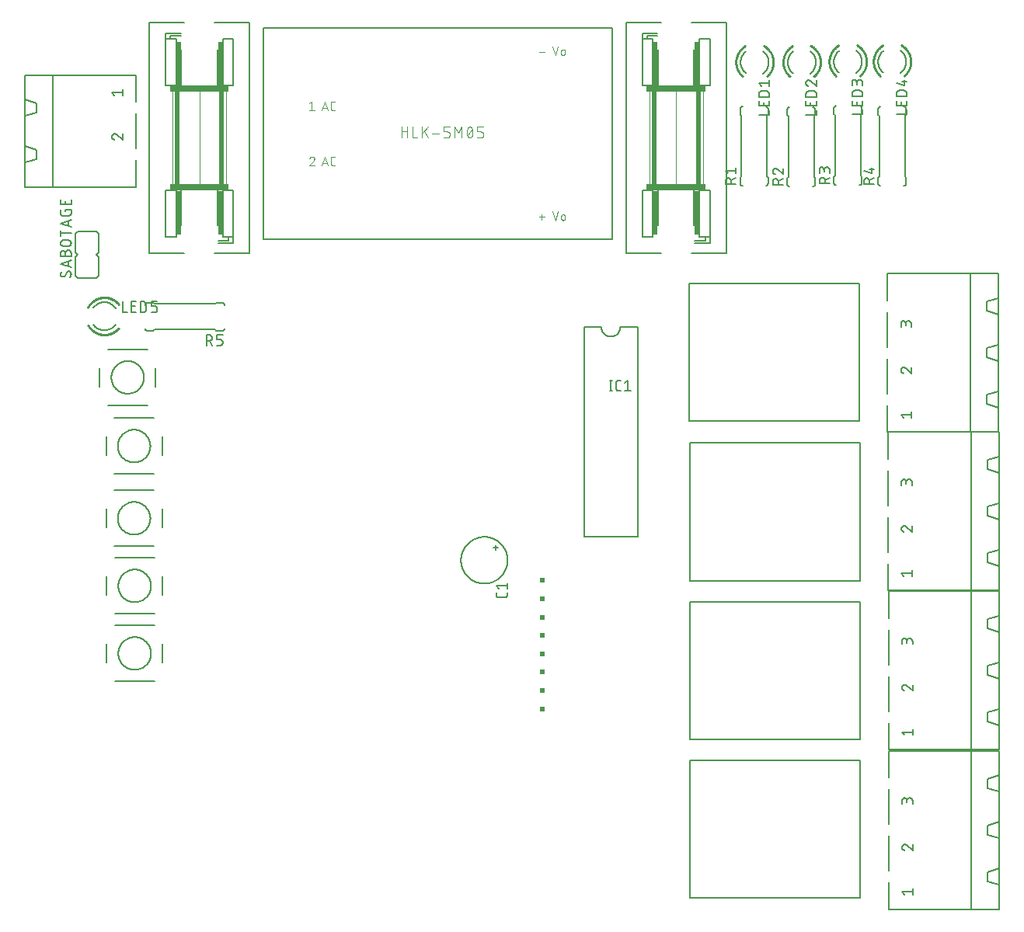
<source format=gbr>
G04 EAGLE Gerber RS-274X export*
G75*
%MOMM*%
%FSLAX34Y34*%
%LPD*%
%INSilkscreen Top*%
%IPPOS*%
%AMOC8*
5,1,8,0,0,1.08239X$1,22.5*%
G01*
%ADD10C,0.152400*%
%ADD11C,0.127000*%
%ADD12C,0.050800*%
%ADD13R,1.143000X0.635000*%
%ADD14R,4.064000X0.635000*%
%ADD15R,0.508000X10.160000*%
%ADD16R,0.127000X3.937000*%
%ADD17R,0.508000X4.826000*%
%ADD18C,0.254000*%
%ADD19C,0.203200*%
%ADD20R,0.508000X0.508000*%
%ADD21C,0.101600*%
%ADD22C,0.076200*%


D10*
X495300Y415925D02*
X495300Y413385D01*
X492760Y413385D01*
X495300Y413385D02*
X495300Y410845D01*
X495300Y413385D02*
X497840Y413385D01*
X457200Y399415D02*
X457208Y400038D01*
X457231Y400661D01*
X457269Y401284D01*
X457322Y401905D01*
X457391Y402524D01*
X457475Y403142D01*
X457574Y403757D01*
X457688Y404370D01*
X457817Y404980D01*
X457961Y405587D01*
X458120Y406190D01*
X458294Y406788D01*
X458482Y407383D01*
X458685Y407972D01*
X458902Y408556D01*
X459133Y409135D01*
X459379Y409708D01*
X459639Y410275D01*
X459912Y410835D01*
X460199Y411388D01*
X460500Y411935D01*
X460814Y412473D01*
X461141Y413004D01*
X461481Y413526D01*
X461833Y414041D01*
X462199Y414546D01*
X462576Y415042D01*
X462966Y415529D01*
X463367Y416006D01*
X463780Y416473D01*
X464204Y416929D01*
X464639Y417376D01*
X465086Y417811D01*
X465542Y418235D01*
X466009Y418648D01*
X466486Y419049D01*
X466973Y419439D01*
X467469Y419816D01*
X467974Y420182D01*
X468489Y420534D01*
X469011Y420874D01*
X469542Y421201D01*
X470080Y421515D01*
X470627Y421816D01*
X471180Y422103D01*
X471740Y422376D01*
X472307Y422636D01*
X472880Y422882D01*
X473459Y423113D01*
X474043Y423330D01*
X474632Y423533D01*
X475227Y423721D01*
X475825Y423895D01*
X476428Y424054D01*
X477035Y424198D01*
X477645Y424327D01*
X478258Y424441D01*
X478873Y424540D01*
X479491Y424624D01*
X480110Y424693D01*
X480731Y424746D01*
X481354Y424784D01*
X481977Y424807D01*
X482600Y424815D01*
X483223Y424807D01*
X483846Y424784D01*
X484469Y424746D01*
X485090Y424693D01*
X485709Y424624D01*
X486327Y424540D01*
X486942Y424441D01*
X487555Y424327D01*
X488165Y424198D01*
X488772Y424054D01*
X489375Y423895D01*
X489973Y423721D01*
X490568Y423533D01*
X491157Y423330D01*
X491741Y423113D01*
X492320Y422882D01*
X492893Y422636D01*
X493460Y422376D01*
X494020Y422103D01*
X494573Y421816D01*
X495120Y421515D01*
X495658Y421201D01*
X496189Y420874D01*
X496711Y420534D01*
X497226Y420182D01*
X497731Y419816D01*
X498227Y419439D01*
X498714Y419049D01*
X499191Y418648D01*
X499658Y418235D01*
X500114Y417811D01*
X500561Y417376D01*
X500996Y416929D01*
X501420Y416473D01*
X501833Y416006D01*
X502234Y415529D01*
X502624Y415042D01*
X503001Y414546D01*
X503367Y414041D01*
X503719Y413526D01*
X504059Y413004D01*
X504386Y412473D01*
X504700Y411935D01*
X505001Y411388D01*
X505288Y410835D01*
X505561Y410275D01*
X505821Y409708D01*
X506067Y409135D01*
X506298Y408556D01*
X506515Y407972D01*
X506718Y407383D01*
X506906Y406788D01*
X507080Y406190D01*
X507239Y405587D01*
X507383Y404980D01*
X507512Y404370D01*
X507626Y403757D01*
X507725Y403142D01*
X507809Y402524D01*
X507878Y401905D01*
X507931Y401284D01*
X507969Y400661D01*
X507992Y400038D01*
X508000Y399415D01*
X507992Y398792D01*
X507969Y398169D01*
X507931Y397546D01*
X507878Y396925D01*
X507809Y396306D01*
X507725Y395688D01*
X507626Y395073D01*
X507512Y394460D01*
X507383Y393850D01*
X507239Y393243D01*
X507080Y392640D01*
X506906Y392042D01*
X506718Y391447D01*
X506515Y390858D01*
X506298Y390274D01*
X506067Y389695D01*
X505821Y389122D01*
X505561Y388555D01*
X505288Y387995D01*
X505001Y387442D01*
X504700Y386895D01*
X504386Y386357D01*
X504059Y385826D01*
X503719Y385304D01*
X503367Y384789D01*
X503001Y384284D01*
X502624Y383788D01*
X502234Y383301D01*
X501833Y382824D01*
X501420Y382357D01*
X500996Y381901D01*
X500561Y381454D01*
X500114Y381019D01*
X499658Y380595D01*
X499191Y380182D01*
X498714Y379781D01*
X498227Y379391D01*
X497731Y379014D01*
X497226Y378648D01*
X496711Y378296D01*
X496189Y377956D01*
X495658Y377629D01*
X495120Y377315D01*
X494573Y377014D01*
X494020Y376727D01*
X493460Y376454D01*
X492893Y376194D01*
X492320Y375948D01*
X491741Y375717D01*
X491157Y375500D01*
X490568Y375297D01*
X489973Y375109D01*
X489375Y374935D01*
X488772Y374776D01*
X488165Y374632D01*
X487555Y374503D01*
X486942Y374389D01*
X486327Y374290D01*
X485709Y374206D01*
X485090Y374137D01*
X484469Y374084D01*
X483846Y374046D01*
X483223Y374023D01*
X482600Y374015D01*
X481977Y374023D01*
X481354Y374046D01*
X480731Y374084D01*
X480110Y374137D01*
X479491Y374206D01*
X478873Y374290D01*
X478258Y374389D01*
X477645Y374503D01*
X477035Y374632D01*
X476428Y374776D01*
X475825Y374935D01*
X475227Y375109D01*
X474632Y375297D01*
X474043Y375500D01*
X473459Y375717D01*
X472880Y375948D01*
X472307Y376194D01*
X471740Y376454D01*
X471180Y376727D01*
X470627Y377014D01*
X470080Y377315D01*
X469542Y377629D01*
X469011Y377956D01*
X468489Y378296D01*
X467974Y378648D01*
X467469Y379014D01*
X466973Y379391D01*
X466486Y379781D01*
X466009Y380182D01*
X465542Y380595D01*
X465086Y381019D01*
X464639Y381454D01*
X464204Y381901D01*
X463780Y382357D01*
X463367Y382824D01*
X462966Y383301D01*
X462576Y383788D01*
X462199Y384284D01*
X461833Y384789D01*
X461481Y385304D01*
X461141Y385826D01*
X460814Y386357D01*
X460500Y386895D01*
X460199Y387442D01*
X459912Y387995D01*
X459639Y388555D01*
X459379Y389122D01*
X459133Y389695D01*
X458902Y390274D01*
X458685Y390858D01*
X458482Y391447D01*
X458294Y392042D01*
X458120Y392640D01*
X457961Y393243D01*
X457817Y393850D01*
X457688Y394460D01*
X457574Y395073D01*
X457475Y395688D01*
X457391Y396306D01*
X457322Y396925D01*
X457269Y397546D01*
X457231Y398169D01*
X457208Y398792D01*
X457200Y399415D01*
D11*
X507365Y363818D02*
X507365Y361278D01*
X507363Y361178D01*
X507357Y361079D01*
X507347Y360979D01*
X507334Y360881D01*
X507316Y360782D01*
X507295Y360685D01*
X507270Y360589D01*
X507241Y360493D01*
X507208Y360399D01*
X507172Y360306D01*
X507132Y360215D01*
X507088Y360125D01*
X507041Y360037D01*
X506991Y359951D01*
X506937Y359867D01*
X506880Y359785D01*
X506820Y359706D01*
X506756Y359628D01*
X506690Y359554D01*
X506621Y359482D01*
X506549Y359413D01*
X506475Y359347D01*
X506397Y359283D01*
X506318Y359223D01*
X506236Y359166D01*
X506152Y359112D01*
X506066Y359062D01*
X505978Y359015D01*
X505888Y358971D01*
X505797Y358931D01*
X505704Y358895D01*
X505610Y358862D01*
X505514Y358833D01*
X505418Y358808D01*
X505321Y358787D01*
X505222Y358769D01*
X505124Y358756D01*
X505024Y358746D01*
X504925Y358740D01*
X504825Y358738D01*
X498475Y358738D01*
X498375Y358740D01*
X498276Y358746D01*
X498176Y358756D01*
X498078Y358769D01*
X497979Y358787D01*
X497882Y358808D01*
X497786Y358833D01*
X497690Y358862D01*
X497596Y358895D01*
X497503Y358931D01*
X497412Y358971D01*
X497322Y359015D01*
X497234Y359062D01*
X497148Y359112D01*
X497064Y359166D01*
X496982Y359223D01*
X496903Y359283D01*
X496825Y359347D01*
X496751Y359413D01*
X496679Y359482D01*
X496610Y359554D01*
X496544Y359628D01*
X496480Y359706D01*
X496420Y359785D01*
X496363Y359867D01*
X496309Y359951D01*
X496259Y360037D01*
X496212Y360125D01*
X496168Y360215D01*
X496128Y360306D01*
X496092Y360399D01*
X496059Y360493D01*
X496030Y360589D01*
X496005Y360685D01*
X495984Y360782D01*
X495966Y360881D01*
X495953Y360979D01*
X495943Y361079D01*
X495937Y361178D01*
X495935Y361278D01*
X495935Y363818D01*
X498475Y368300D02*
X495935Y371475D01*
X507365Y371475D01*
X507365Y368300D02*
X507365Y374650D01*
D10*
X117475Y734060D02*
X117475Y985520D01*
X226695Y985520D02*
X226695Y734060D01*
D12*
X142875Y808990D02*
X142875Y910590D01*
X201295Y910590D02*
X201295Y808990D01*
D10*
X208915Y916940D02*
X208915Y967740D01*
X140335Y967740D02*
X135255Y967740D01*
X146685Y967740D02*
X146685Y916940D01*
X197485Y967740D02*
X208915Y967740D01*
X197485Y967740D02*
X197485Y916940D01*
X135255Y916940D02*
X135255Y967740D01*
X135255Y916940D02*
X146685Y916940D01*
X135255Y967740D02*
X135255Y974090D01*
X151765Y974090D01*
X151765Y971550D02*
X140335Y971550D01*
X140335Y967740D01*
X146685Y967740D01*
X197485Y916940D02*
X208915Y916940D01*
X135255Y802640D02*
X135255Y751840D01*
X203835Y751840D02*
X208915Y751840D01*
X197485Y751840D02*
X197485Y802640D01*
X146685Y751840D02*
X135255Y751840D01*
X146685Y751840D02*
X146685Y802640D01*
X208915Y802640D02*
X208915Y751840D01*
X208915Y802640D02*
X197485Y802640D01*
X208915Y751840D02*
X208915Y745490D01*
X192405Y745490D01*
X192405Y748030D02*
X203835Y748030D01*
X203835Y751840D01*
X197485Y751840D01*
X146685Y802640D02*
X135255Y802640D01*
D12*
X172085Y807720D02*
X172085Y911860D01*
D10*
X188595Y734060D02*
X226695Y734060D01*
X155575Y734060D02*
X117475Y734060D01*
X188595Y985520D02*
X226695Y985520D01*
X155575Y985520D02*
X117475Y985520D01*
D13*
X146050Y913765D03*
X198120Y913765D03*
D14*
X172085Y913765D03*
D13*
X198120Y805815D03*
X146050Y805815D03*
D14*
X172085Y805815D03*
D15*
X196215Y859790D03*
X147955Y859790D03*
D16*
X152400Y782955D03*
X191770Y782955D03*
X191770Y936625D03*
X152400Y936625D03*
D17*
X149225Y941070D03*
X194945Y941070D03*
X194945Y778510D03*
X149225Y778510D03*
D10*
X636905Y734060D02*
X636905Y985520D01*
X746125Y985520D02*
X746125Y734060D01*
D12*
X662305Y808990D02*
X662305Y910590D01*
X720725Y910590D02*
X720725Y808990D01*
D10*
X728345Y916940D02*
X728345Y967740D01*
X659765Y967740D02*
X654685Y967740D01*
X666115Y967740D02*
X666115Y916940D01*
X716915Y967740D02*
X728345Y967740D01*
X716915Y967740D02*
X716915Y916940D01*
X654685Y916940D02*
X654685Y967740D01*
X654685Y916940D02*
X666115Y916940D01*
X654685Y967740D02*
X654685Y974090D01*
X671195Y974090D01*
X671195Y971550D02*
X659765Y971550D01*
X659765Y967740D01*
X666115Y967740D01*
X716915Y916940D02*
X728345Y916940D01*
X654685Y802640D02*
X654685Y751840D01*
X723265Y751840D02*
X728345Y751840D01*
X716915Y751840D02*
X716915Y802640D01*
X666115Y751840D02*
X654685Y751840D01*
X666115Y751840D02*
X666115Y802640D01*
X728345Y802640D02*
X728345Y751840D01*
X728345Y802640D02*
X716915Y802640D01*
X728345Y751840D02*
X728345Y745490D01*
X711835Y745490D01*
X711835Y748030D02*
X723265Y748030D01*
X723265Y751840D01*
X716915Y751840D01*
X666115Y802640D02*
X654685Y802640D01*
D12*
X691515Y807720D02*
X691515Y911860D01*
D10*
X708025Y734060D02*
X746125Y734060D01*
X675005Y734060D02*
X636905Y734060D01*
X708025Y985520D02*
X746125Y985520D01*
X675005Y985520D02*
X636905Y985520D01*
D13*
X665480Y913765D03*
X717550Y913765D03*
D14*
X691515Y913765D03*
D13*
X717550Y805815D03*
X665480Y805815D03*
D14*
X691515Y805815D03*
D15*
X715645Y859790D03*
X667385Y859790D03*
D16*
X671830Y782955D03*
X711200Y782955D03*
X711200Y936625D03*
X671830Y936625D03*
D17*
X668655Y941070D03*
X714375Y941070D03*
X714375Y778510D03*
X668655Y778510D03*
D10*
X786098Y929939D02*
X786398Y930158D01*
X786692Y930385D01*
X786980Y930619D01*
X787263Y930860D01*
X787540Y931107D01*
X787811Y931362D01*
X788075Y931623D01*
X788333Y931890D01*
X788584Y932163D01*
X788829Y932443D01*
X789067Y932728D01*
X789297Y933019D01*
X789521Y933316D01*
X789737Y933618D01*
X789946Y933925D01*
X790147Y934237D01*
X790341Y934554D01*
X790527Y934876D01*
X790705Y935202D01*
X790875Y935532D01*
X791037Y935866D01*
X791190Y936204D01*
X791336Y936546D01*
X791473Y936891D01*
X791601Y937240D01*
X791721Y937591D01*
X791833Y937946D01*
X791935Y938303D01*
X792030Y938662D01*
X792115Y939023D01*
X792191Y939387D01*
X792259Y939752D01*
X792317Y940119D01*
X792367Y940487D01*
X792408Y940856D01*
X792439Y941226D01*
X792462Y941597D01*
X792475Y941968D01*
X792480Y942340D01*
X792475Y942712D01*
X792462Y943083D01*
X792439Y943455D01*
X792407Y943825D01*
X792367Y944195D01*
X792317Y944563D01*
X792258Y944931D01*
X792191Y945296D01*
X792114Y945660D01*
X792028Y946022D01*
X791934Y946382D01*
X791831Y946739D01*
X791720Y947094D01*
X791599Y947446D01*
X791470Y947795D01*
X791333Y948140D01*
X791187Y948482D01*
X791033Y948821D01*
X790871Y949156D01*
X790701Y949486D01*
X790522Y949812D01*
X790336Y950134D01*
X790142Y950452D01*
X789940Y950764D01*
X789731Y951071D01*
X789514Y951373D01*
X789290Y951670D01*
X789059Y951962D01*
X788821Y952247D01*
X788575Y952527D01*
X788323Y952800D01*
X788065Y953068D01*
X787800Y953328D01*
X787529Y953583D01*
X787251Y953831D01*
X786968Y954071D01*
X786679Y954305D01*
X786384Y954532D01*
X762000Y942340D02*
X762004Y941975D01*
X762017Y941610D01*
X762039Y941246D01*
X762070Y940883D01*
X762109Y940520D01*
X762157Y940158D01*
X762214Y939798D01*
X762279Y939439D01*
X762352Y939081D01*
X762435Y938726D01*
X762525Y938373D01*
X762625Y938021D01*
X762732Y937673D01*
X762848Y937327D01*
X762972Y936984D01*
X763105Y936644D01*
X763245Y936307D01*
X763393Y935974D01*
X763550Y935644D01*
X763714Y935318D01*
X763886Y934996D01*
X764066Y934679D01*
X764253Y934366D01*
X764447Y934057D01*
X764649Y933753D01*
X764859Y933454D01*
X765075Y933160D01*
X765298Y932872D01*
X765528Y932589D01*
X765765Y932311D01*
X766008Y932039D01*
X766258Y931773D01*
X766514Y931513D01*
X766777Y931260D01*
X767045Y931012D01*
X767319Y930772D01*
X767599Y930537D01*
X767884Y930310D01*
X762000Y942340D02*
X762004Y942705D01*
X762017Y943070D01*
X762039Y943434D01*
X762070Y943797D01*
X762109Y944160D01*
X762157Y944522D01*
X762214Y944882D01*
X762279Y945241D01*
X762352Y945599D01*
X762435Y945954D01*
X762525Y946307D01*
X762625Y946659D01*
X762732Y947007D01*
X762848Y947353D01*
X762972Y947696D01*
X763105Y948036D01*
X763245Y948373D01*
X763393Y948706D01*
X763550Y949036D01*
X763714Y949362D01*
X763886Y949684D01*
X764066Y950001D01*
X764253Y950314D01*
X764447Y950623D01*
X764649Y950927D01*
X764859Y951226D01*
X765075Y951520D01*
X765298Y951808D01*
X765528Y952091D01*
X765765Y952369D01*
X766008Y952641D01*
X766258Y952907D01*
X766514Y953167D01*
X766777Y953420D01*
X767045Y953668D01*
X767319Y953908D01*
X767599Y954143D01*
X767884Y954370D01*
D18*
X797560Y942340D02*
X797554Y941846D01*
X797536Y941352D01*
X797506Y940858D01*
X797464Y940365D01*
X797410Y939874D01*
X797344Y939384D01*
X797266Y938896D01*
X797176Y938409D01*
X797075Y937925D01*
X796961Y937444D01*
X796836Y936966D01*
X796700Y936490D01*
X796552Y936019D01*
X796392Y935551D01*
X796221Y935087D01*
X796039Y934627D01*
X795846Y934172D01*
X795642Y933721D01*
X795427Y933276D01*
X795201Y932836D01*
X794964Y932402D01*
X794717Y931974D01*
X794460Y931552D01*
X794192Y931136D01*
X793914Y930727D01*
X793627Y930325D01*
X793330Y929929D01*
X793023Y929542D01*
X792707Y929161D01*
X792382Y928789D01*
X792047Y928424D01*
X791704Y928068D01*
X791353Y927721D01*
X790993Y927381D01*
X790625Y927051D01*
X790249Y926730D01*
X797560Y942340D02*
X797554Y942828D01*
X797537Y943315D01*
X797507Y943802D01*
X797466Y944289D01*
X797414Y944774D01*
X797349Y945258D01*
X797273Y945740D01*
X797186Y946220D01*
X797087Y946698D01*
X796977Y947173D01*
X796855Y947646D01*
X796722Y948115D01*
X796577Y948582D01*
X796422Y949044D01*
X796255Y949503D01*
X796078Y949958D01*
X795889Y950408D01*
X795690Y950853D01*
X795480Y951294D01*
X795260Y951730D01*
X795029Y952160D01*
X794788Y952584D01*
X794537Y953002D01*
X794276Y953415D01*
X794005Y953821D01*
X793725Y954220D01*
X793435Y954613D01*
X793135Y954998D01*
X792826Y955376D01*
X792509Y955747D01*
X792182Y956109D01*
X791847Y956464D01*
X791504Y956811D01*
X791152Y957149D01*
X790793Y957479D01*
X790425Y957800D01*
X790050Y958113D01*
X789667Y958416D01*
X789278Y958710D01*
X788881Y958994D01*
X788478Y959269D01*
X788068Y959534D01*
X787652Y959789D01*
X787230Y960034D01*
X786802Y960269D01*
X756920Y942340D02*
X756926Y941850D01*
X756944Y941360D01*
X756973Y940871D01*
X757015Y940382D01*
X757068Y939895D01*
X757132Y939409D01*
X757209Y938925D01*
X757297Y938443D01*
X757397Y937963D01*
X757508Y937485D01*
X757631Y937011D01*
X757766Y936539D01*
X757911Y936071D01*
X758068Y935607D01*
X758236Y935146D01*
X758415Y934690D01*
X758605Y934238D01*
X758806Y933791D01*
X759018Y933349D01*
X759240Y932912D01*
X759472Y932480D01*
X759715Y932054D01*
X759969Y931635D01*
X760232Y931221D01*
X760505Y930814D01*
X760788Y930414D01*
X761081Y930020D01*
X761382Y929634D01*
X761694Y929255D01*
X762014Y928884D01*
X762343Y928521D01*
X762680Y928165D01*
X763027Y927818D01*
X763381Y927480D01*
X763744Y927150D01*
X764114Y926828D01*
X756920Y942340D02*
X756926Y942837D01*
X756944Y943334D01*
X756975Y943830D01*
X757017Y944325D01*
X757072Y944819D01*
X757138Y945312D01*
X757217Y945802D01*
X757308Y946291D01*
X757410Y946777D01*
X757525Y947261D01*
X757651Y947741D01*
X757789Y948219D01*
X757938Y948693D01*
X758099Y949163D01*
X758272Y949629D01*
X758456Y950091D01*
X758651Y950548D01*
X758857Y951000D01*
X759074Y951447D01*
X759303Y951888D01*
X759541Y952324D01*
X759791Y952754D01*
X760051Y953177D01*
X760321Y953595D01*
X760601Y954005D01*
X760891Y954408D01*
X761191Y954805D01*
X761501Y955193D01*
X761820Y955574D01*
X762148Y955947D01*
X762485Y956312D01*
X762831Y956669D01*
X763186Y957017D01*
X763549Y957356D01*
X763920Y957687D01*
X764300Y958008D01*
X764687Y958320D01*
X765081Y958622D01*
X765483Y958914D01*
X765892Y959197D01*
X766307Y959469D01*
X766730Y959732D01*
X767158Y959983D01*
D11*
X781685Y884707D02*
X793115Y884707D01*
X793115Y889787D01*
X793115Y894613D02*
X793115Y899693D01*
X793115Y894613D02*
X781685Y894613D01*
X781685Y899693D01*
X786765Y898423D02*
X786765Y894613D01*
X781685Y904494D02*
X793115Y904494D01*
X781685Y904494D02*
X781685Y907669D01*
X781687Y907780D01*
X781693Y907890D01*
X781702Y908001D01*
X781716Y908111D01*
X781733Y908220D01*
X781754Y908329D01*
X781779Y908437D01*
X781808Y908544D01*
X781840Y908650D01*
X781876Y908755D01*
X781916Y908858D01*
X781959Y908960D01*
X782006Y909061D01*
X782057Y909160D01*
X782110Y909257D01*
X782167Y909351D01*
X782228Y909444D01*
X782291Y909535D01*
X782358Y909624D01*
X782428Y909710D01*
X782501Y909793D01*
X782576Y909875D01*
X782654Y909953D01*
X782736Y910028D01*
X782819Y910101D01*
X782905Y910171D01*
X782994Y910238D01*
X783085Y910301D01*
X783178Y910362D01*
X783273Y910419D01*
X783369Y910472D01*
X783468Y910523D01*
X783569Y910570D01*
X783671Y910613D01*
X783774Y910653D01*
X783879Y910689D01*
X783985Y910721D01*
X784092Y910750D01*
X784200Y910775D01*
X784309Y910796D01*
X784418Y910813D01*
X784528Y910827D01*
X784639Y910836D01*
X784749Y910842D01*
X784860Y910844D01*
X789940Y910844D01*
X790051Y910842D01*
X790161Y910836D01*
X790272Y910827D01*
X790382Y910813D01*
X790491Y910796D01*
X790600Y910775D01*
X790708Y910750D01*
X790815Y910721D01*
X790921Y910689D01*
X791026Y910653D01*
X791129Y910613D01*
X791231Y910570D01*
X791332Y910523D01*
X791431Y910472D01*
X791528Y910419D01*
X791622Y910362D01*
X791715Y910301D01*
X791806Y910238D01*
X791895Y910171D01*
X791981Y910101D01*
X792064Y910028D01*
X792146Y909953D01*
X792224Y909875D01*
X792299Y909793D01*
X792372Y909710D01*
X792442Y909624D01*
X792509Y909535D01*
X792572Y909444D01*
X792633Y909351D01*
X792690Y909257D01*
X792743Y909160D01*
X792794Y909061D01*
X792841Y908960D01*
X792884Y908858D01*
X792924Y908755D01*
X792960Y908650D01*
X792992Y908544D01*
X793021Y908437D01*
X793046Y908329D01*
X793067Y908220D01*
X793084Y908111D01*
X793098Y908001D01*
X793107Y907890D01*
X793113Y907780D01*
X793115Y907669D01*
X793115Y904494D01*
X784225Y916305D02*
X781685Y919480D01*
X793115Y919480D01*
X793115Y916305D02*
X793115Y922655D01*
D10*
X837533Y929939D02*
X837833Y930158D01*
X838127Y930385D01*
X838415Y930619D01*
X838698Y930860D01*
X838975Y931107D01*
X839246Y931362D01*
X839510Y931623D01*
X839768Y931890D01*
X840019Y932163D01*
X840264Y932443D01*
X840502Y932728D01*
X840732Y933019D01*
X840956Y933316D01*
X841172Y933618D01*
X841381Y933925D01*
X841582Y934237D01*
X841776Y934554D01*
X841962Y934876D01*
X842140Y935202D01*
X842310Y935532D01*
X842472Y935866D01*
X842625Y936204D01*
X842771Y936546D01*
X842908Y936891D01*
X843036Y937240D01*
X843156Y937591D01*
X843268Y937946D01*
X843370Y938303D01*
X843465Y938662D01*
X843550Y939023D01*
X843626Y939387D01*
X843694Y939752D01*
X843752Y940119D01*
X843802Y940487D01*
X843843Y940856D01*
X843874Y941226D01*
X843897Y941597D01*
X843910Y941968D01*
X843915Y942340D01*
X843910Y942712D01*
X843897Y943083D01*
X843874Y943455D01*
X843842Y943825D01*
X843802Y944195D01*
X843752Y944563D01*
X843693Y944931D01*
X843626Y945296D01*
X843549Y945660D01*
X843463Y946022D01*
X843369Y946382D01*
X843266Y946739D01*
X843155Y947094D01*
X843034Y947446D01*
X842905Y947795D01*
X842768Y948140D01*
X842622Y948482D01*
X842468Y948821D01*
X842306Y949156D01*
X842136Y949486D01*
X841957Y949812D01*
X841771Y950134D01*
X841577Y950452D01*
X841375Y950764D01*
X841166Y951071D01*
X840949Y951373D01*
X840725Y951670D01*
X840494Y951962D01*
X840256Y952247D01*
X840010Y952527D01*
X839758Y952800D01*
X839500Y953068D01*
X839235Y953328D01*
X838964Y953583D01*
X838686Y953831D01*
X838403Y954071D01*
X838114Y954305D01*
X837819Y954532D01*
X813435Y942340D02*
X813439Y941975D01*
X813452Y941610D01*
X813474Y941246D01*
X813505Y940883D01*
X813544Y940520D01*
X813592Y940158D01*
X813649Y939798D01*
X813714Y939439D01*
X813787Y939081D01*
X813870Y938726D01*
X813960Y938373D01*
X814060Y938021D01*
X814167Y937673D01*
X814283Y937327D01*
X814407Y936984D01*
X814540Y936644D01*
X814680Y936307D01*
X814828Y935974D01*
X814985Y935644D01*
X815149Y935318D01*
X815321Y934996D01*
X815501Y934679D01*
X815688Y934366D01*
X815882Y934057D01*
X816084Y933753D01*
X816294Y933454D01*
X816510Y933160D01*
X816733Y932872D01*
X816963Y932589D01*
X817200Y932311D01*
X817443Y932039D01*
X817693Y931773D01*
X817949Y931513D01*
X818212Y931260D01*
X818480Y931012D01*
X818754Y930772D01*
X819034Y930537D01*
X819319Y930310D01*
X813435Y942340D02*
X813439Y942705D01*
X813452Y943070D01*
X813474Y943434D01*
X813505Y943797D01*
X813544Y944160D01*
X813592Y944522D01*
X813649Y944882D01*
X813714Y945241D01*
X813787Y945599D01*
X813870Y945954D01*
X813960Y946307D01*
X814060Y946659D01*
X814167Y947007D01*
X814283Y947353D01*
X814407Y947696D01*
X814540Y948036D01*
X814680Y948373D01*
X814828Y948706D01*
X814985Y949036D01*
X815149Y949362D01*
X815321Y949684D01*
X815501Y950001D01*
X815688Y950314D01*
X815882Y950623D01*
X816084Y950927D01*
X816294Y951226D01*
X816510Y951520D01*
X816733Y951808D01*
X816963Y952091D01*
X817200Y952369D01*
X817443Y952641D01*
X817693Y952907D01*
X817949Y953167D01*
X818212Y953420D01*
X818480Y953668D01*
X818754Y953908D01*
X819034Y954143D01*
X819319Y954370D01*
D18*
X848995Y942340D02*
X848989Y941846D01*
X848971Y941352D01*
X848941Y940858D01*
X848899Y940365D01*
X848845Y939874D01*
X848779Y939384D01*
X848701Y938896D01*
X848611Y938409D01*
X848510Y937925D01*
X848396Y937444D01*
X848271Y936966D01*
X848135Y936490D01*
X847987Y936019D01*
X847827Y935551D01*
X847656Y935087D01*
X847474Y934627D01*
X847281Y934172D01*
X847077Y933721D01*
X846862Y933276D01*
X846636Y932836D01*
X846399Y932402D01*
X846152Y931974D01*
X845895Y931552D01*
X845627Y931136D01*
X845349Y930727D01*
X845062Y930325D01*
X844765Y929929D01*
X844458Y929542D01*
X844142Y929161D01*
X843817Y928789D01*
X843482Y928424D01*
X843139Y928068D01*
X842788Y927721D01*
X842428Y927381D01*
X842060Y927051D01*
X841684Y926730D01*
X848995Y942340D02*
X848989Y942828D01*
X848972Y943315D01*
X848942Y943802D01*
X848901Y944289D01*
X848849Y944774D01*
X848784Y945258D01*
X848708Y945740D01*
X848621Y946220D01*
X848522Y946698D01*
X848412Y947173D01*
X848290Y947646D01*
X848157Y948115D01*
X848012Y948582D01*
X847857Y949044D01*
X847690Y949503D01*
X847513Y949958D01*
X847324Y950408D01*
X847125Y950853D01*
X846915Y951294D01*
X846695Y951730D01*
X846464Y952160D01*
X846223Y952584D01*
X845972Y953002D01*
X845711Y953415D01*
X845440Y953821D01*
X845160Y954220D01*
X844870Y954613D01*
X844570Y954998D01*
X844261Y955376D01*
X843944Y955747D01*
X843617Y956109D01*
X843282Y956464D01*
X842939Y956811D01*
X842587Y957149D01*
X842228Y957479D01*
X841860Y957800D01*
X841485Y958113D01*
X841102Y958416D01*
X840713Y958710D01*
X840316Y958994D01*
X839913Y959269D01*
X839503Y959534D01*
X839087Y959789D01*
X838665Y960034D01*
X838237Y960269D01*
X808355Y942340D02*
X808361Y941850D01*
X808379Y941360D01*
X808408Y940871D01*
X808450Y940382D01*
X808503Y939895D01*
X808567Y939409D01*
X808644Y938925D01*
X808732Y938443D01*
X808832Y937963D01*
X808943Y937485D01*
X809066Y937011D01*
X809201Y936539D01*
X809346Y936071D01*
X809503Y935607D01*
X809671Y935146D01*
X809850Y934690D01*
X810040Y934238D01*
X810241Y933791D01*
X810453Y933349D01*
X810675Y932912D01*
X810907Y932480D01*
X811150Y932054D01*
X811404Y931635D01*
X811667Y931221D01*
X811940Y930814D01*
X812223Y930414D01*
X812516Y930020D01*
X812817Y929634D01*
X813129Y929255D01*
X813449Y928884D01*
X813778Y928521D01*
X814115Y928165D01*
X814462Y927818D01*
X814816Y927480D01*
X815179Y927150D01*
X815549Y926828D01*
X808355Y942340D02*
X808361Y942837D01*
X808379Y943334D01*
X808410Y943830D01*
X808452Y944325D01*
X808507Y944819D01*
X808573Y945312D01*
X808652Y945802D01*
X808743Y946291D01*
X808845Y946777D01*
X808960Y947261D01*
X809086Y947741D01*
X809224Y948219D01*
X809373Y948693D01*
X809534Y949163D01*
X809707Y949629D01*
X809891Y950091D01*
X810086Y950548D01*
X810292Y951000D01*
X810509Y951447D01*
X810738Y951888D01*
X810976Y952324D01*
X811226Y952754D01*
X811486Y953177D01*
X811756Y953595D01*
X812036Y954005D01*
X812326Y954408D01*
X812626Y954805D01*
X812936Y955193D01*
X813255Y955574D01*
X813583Y955947D01*
X813920Y956312D01*
X814266Y956669D01*
X814621Y957017D01*
X814984Y957356D01*
X815355Y957687D01*
X815735Y958008D01*
X816122Y958320D01*
X816516Y958622D01*
X816918Y958914D01*
X817327Y959197D01*
X817742Y959469D01*
X818165Y959732D01*
X818593Y959983D01*
D11*
X833120Y884707D02*
X844550Y884707D01*
X844550Y889787D01*
X844550Y894613D02*
X844550Y899693D01*
X844550Y894613D02*
X833120Y894613D01*
X833120Y899693D01*
X838200Y898423D02*
X838200Y894613D01*
X833120Y904494D02*
X844550Y904494D01*
X833120Y904494D02*
X833120Y907669D01*
X833122Y907780D01*
X833128Y907890D01*
X833137Y908001D01*
X833151Y908111D01*
X833168Y908220D01*
X833189Y908329D01*
X833214Y908437D01*
X833243Y908544D01*
X833275Y908650D01*
X833311Y908755D01*
X833351Y908858D01*
X833394Y908960D01*
X833441Y909061D01*
X833492Y909160D01*
X833545Y909257D01*
X833602Y909351D01*
X833663Y909444D01*
X833726Y909535D01*
X833793Y909624D01*
X833863Y909710D01*
X833936Y909793D01*
X834011Y909875D01*
X834089Y909953D01*
X834171Y910028D01*
X834254Y910101D01*
X834340Y910171D01*
X834429Y910238D01*
X834520Y910301D01*
X834613Y910362D01*
X834708Y910419D01*
X834804Y910472D01*
X834903Y910523D01*
X835004Y910570D01*
X835106Y910613D01*
X835209Y910653D01*
X835314Y910689D01*
X835420Y910721D01*
X835527Y910750D01*
X835635Y910775D01*
X835744Y910796D01*
X835853Y910813D01*
X835963Y910827D01*
X836074Y910836D01*
X836184Y910842D01*
X836295Y910844D01*
X841375Y910844D01*
X841486Y910842D01*
X841596Y910836D01*
X841707Y910827D01*
X841817Y910813D01*
X841926Y910796D01*
X842035Y910775D01*
X842143Y910750D01*
X842250Y910721D01*
X842356Y910689D01*
X842461Y910653D01*
X842564Y910613D01*
X842666Y910570D01*
X842767Y910523D01*
X842866Y910472D01*
X842963Y910419D01*
X843057Y910362D01*
X843150Y910301D01*
X843241Y910238D01*
X843330Y910171D01*
X843416Y910101D01*
X843499Y910028D01*
X843581Y909953D01*
X843659Y909875D01*
X843734Y909793D01*
X843807Y909710D01*
X843877Y909624D01*
X843944Y909535D01*
X844007Y909444D01*
X844068Y909351D01*
X844125Y909257D01*
X844178Y909160D01*
X844229Y909061D01*
X844276Y908960D01*
X844319Y908858D01*
X844359Y908755D01*
X844395Y908650D01*
X844427Y908544D01*
X844456Y908437D01*
X844481Y908329D01*
X844502Y908220D01*
X844519Y908111D01*
X844533Y908001D01*
X844542Y907890D01*
X844548Y907780D01*
X844550Y907669D01*
X844550Y904494D01*
X833120Y919798D02*
X833122Y919902D01*
X833128Y920007D01*
X833137Y920111D01*
X833150Y920214D01*
X833168Y920317D01*
X833188Y920419D01*
X833213Y920521D01*
X833241Y920621D01*
X833273Y920721D01*
X833309Y920819D01*
X833348Y920916D01*
X833390Y921011D01*
X833436Y921105D01*
X833486Y921197D01*
X833538Y921287D01*
X833594Y921375D01*
X833654Y921461D01*
X833716Y921545D01*
X833781Y921626D01*
X833849Y921705D01*
X833921Y921782D01*
X833994Y921855D01*
X834071Y921927D01*
X834150Y921995D01*
X834231Y922060D01*
X834315Y922122D01*
X834401Y922182D01*
X834489Y922238D01*
X834579Y922290D01*
X834671Y922340D01*
X834765Y922386D01*
X834860Y922428D01*
X834957Y922467D01*
X835055Y922503D01*
X835155Y922535D01*
X835255Y922563D01*
X835357Y922588D01*
X835459Y922608D01*
X835562Y922626D01*
X835665Y922639D01*
X835769Y922648D01*
X835874Y922654D01*
X835978Y922656D01*
X833120Y919798D02*
X833122Y919680D01*
X833128Y919561D01*
X833137Y919443D01*
X833150Y919326D01*
X833168Y919209D01*
X833188Y919092D01*
X833213Y918976D01*
X833241Y918861D01*
X833274Y918748D01*
X833309Y918635D01*
X833349Y918523D01*
X833391Y918413D01*
X833438Y918304D01*
X833488Y918196D01*
X833541Y918091D01*
X833598Y917987D01*
X833658Y917885D01*
X833721Y917785D01*
X833788Y917687D01*
X833857Y917591D01*
X833930Y917498D01*
X834006Y917407D01*
X834084Y917318D01*
X834166Y917232D01*
X834250Y917149D01*
X834336Y917068D01*
X834426Y916991D01*
X834517Y916916D01*
X834611Y916844D01*
X834708Y916775D01*
X834806Y916710D01*
X834907Y916647D01*
X835010Y916588D01*
X835114Y916532D01*
X835220Y916480D01*
X835328Y916431D01*
X835437Y916386D01*
X835548Y916344D01*
X835660Y916306D01*
X838200Y921703D02*
X838125Y921779D01*
X838046Y921854D01*
X837965Y921925D01*
X837881Y921994D01*
X837795Y922059D01*
X837707Y922121D01*
X837617Y922181D01*
X837525Y922237D01*
X837430Y922290D01*
X837334Y922339D01*
X837236Y922385D01*
X837137Y922428D01*
X837036Y922467D01*
X836934Y922502D01*
X836831Y922534D01*
X836727Y922562D01*
X836622Y922587D01*
X836515Y922608D01*
X836409Y922625D01*
X836302Y922638D01*
X836194Y922647D01*
X836086Y922653D01*
X835978Y922655D01*
X838200Y921703D02*
X844550Y916305D01*
X844550Y922655D01*
D10*
X761365Y810260D02*
X761367Y810160D01*
X761373Y810061D01*
X761383Y809961D01*
X761396Y809863D01*
X761414Y809764D01*
X761435Y809667D01*
X761460Y809571D01*
X761489Y809475D01*
X761522Y809381D01*
X761558Y809288D01*
X761598Y809197D01*
X761642Y809107D01*
X761689Y809019D01*
X761739Y808933D01*
X761793Y808849D01*
X761850Y808767D01*
X761910Y808688D01*
X761974Y808610D01*
X762040Y808536D01*
X762109Y808464D01*
X762181Y808395D01*
X762255Y808329D01*
X762333Y808265D01*
X762412Y808205D01*
X762494Y808148D01*
X762578Y808094D01*
X762664Y808044D01*
X762752Y807997D01*
X762842Y807953D01*
X762933Y807913D01*
X763026Y807877D01*
X763120Y807844D01*
X763216Y807815D01*
X763312Y807790D01*
X763409Y807769D01*
X763508Y807751D01*
X763606Y807738D01*
X763706Y807728D01*
X763805Y807722D01*
X763905Y807720D01*
X789305Y807720D02*
X789405Y807722D01*
X789504Y807728D01*
X789604Y807738D01*
X789702Y807751D01*
X789801Y807769D01*
X789898Y807790D01*
X789994Y807815D01*
X790090Y807844D01*
X790184Y807877D01*
X790277Y807913D01*
X790368Y807953D01*
X790458Y807997D01*
X790546Y808044D01*
X790632Y808094D01*
X790716Y808148D01*
X790798Y808205D01*
X790877Y808265D01*
X790955Y808329D01*
X791029Y808395D01*
X791101Y808464D01*
X791170Y808536D01*
X791236Y808610D01*
X791300Y808688D01*
X791360Y808767D01*
X791417Y808849D01*
X791471Y808933D01*
X791521Y809019D01*
X791568Y809107D01*
X791612Y809197D01*
X791652Y809288D01*
X791688Y809381D01*
X791721Y809475D01*
X791750Y809571D01*
X791775Y809667D01*
X791796Y809764D01*
X791814Y809863D01*
X791827Y809961D01*
X791837Y810061D01*
X791843Y810160D01*
X791845Y810260D01*
X791845Y891540D02*
X791843Y891640D01*
X791837Y891739D01*
X791827Y891839D01*
X791814Y891937D01*
X791796Y892036D01*
X791775Y892133D01*
X791750Y892229D01*
X791721Y892325D01*
X791688Y892419D01*
X791652Y892512D01*
X791612Y892603D01*
X791568Y892693D01*
X791521Y892781D01*
X791471Y892867D01*
X791417Y892951D01*
X791360Y893033D01*
X791300Y893112D01*
X791236Y893190D01*
X791170Y893264D01*
X791101Y893336D01*
X791029Y893405D01*
X790955Y893471D01*
X790877Y893535D01*
X790798Y893595D01*
X790716Y893652D01*
X790632Y893706D01*
X790546Y893756D01*
X790458Y893803D01*
X790368Y893847D01*
X790277Y893887D01*
X790184Y893923D01*
X790090Y893956D01*
X789994Y893985D01*
X789898Y894010D01*
X789801Y894031D01*
X789702Y894049D01*
X789604Y894062D01*
X789504Y894072D01*
X789405Y894078D01*
X789305Y894080D01*
X763905Y894080D02*
X763805Y894078D01*
X763706Y894072D01*
X763606Y894062D01*
X763508Y894049D01*
X763409Y894031D01*
X763312Y894010D01*
X763216Y893985D01*
X763120Y893956D01*
X763026Y893923D01*
X762933Y893887D01*
X762842Y893847D01*
X762752Y893803D01*
X762664Y893756D01*
X762578Y893706D01*
X762494Y893652D01*
X762412Y893595D01*
X762333Y893535D01*
X762255Y893471D01*
X762181Y893405D01*
X762109Y893336D01*
X762040Y893264D01*
X761974Y893190D01*
X761910Y893112D01*
X761850Y893033D01*
X761793Y892951D01*
X761739Y892867D01*
X761689Y892781D01*
X761642Y892693D01*
X761598Y892603D01*
X761558Y892512D01*
X761522Y892419D01*
X761489Y892325D01*
X761460Y892229D01*
X761435Y892133D01*
X761414Y892036D01*
X761396Y891937D01*
X761383Y891839D01*
X761373Y891739D01*
X761367Y891640D01*
X761365Y891540D01*
X761365Y816610D02*
X761365Y810260D01*
X761365Y816610D02*
X762635Y817880D01*
X791845Y816610D02*
X791845Y810260D01*
X791845Y816610D02*
X790575Y817880D01*
X762635Y883920D02*
X761365Y885190D01*
X762635Y883920D02*
X762635Y817880D01*
X790575Y883920D02*
X791845Y885190D01*
X790575Y883920D02*
X790575Y817880D01*
X761365Y885190D02*
X761365Y891540D01*
X791845Y891540D02*
X791845Y885190D01*
D11*
X756920Y809625D02*
X745490Y809625D01*
X745490Y812800D01*
X745492Y812911D01*
X745498Y813021D01*
X745507Y813132D01*
X745521Y813242D01*
X745538Y813351D01*
X745559Y813460D01*
X745584Y813568D01*
X745613Y813675D01*
X745645Y813781D01*
X745681Y813886D01*
X745721Y813989D01*
X745764Y814091D01*
X745811Y814192D01*
X745862Y814291D01*
X745915Y814388D01*
X745972Y814482D01*
X746033Y814575D01*
X746096Y814666D01*
X746163Y814755D01*
X746233Y814841D01*
X746306Y814924D01*
X746381Y815006D01*
X746459Y815084D01*
X746541Y815159D01*
X746624Y815232D01*
X746710Y815302D01*
X746799Y815369D01*
X746890Y815432D01*
X746983Y815493D01*
X747078Y815550D01*
X747174Y815603D01*
X747273Y815654D01*
X747374Y815701D01*
X747476Y815744D01*
X747579Y815784D01*
X747684Y815820D01*
X747790Y815852D01*
X747897Y815881D01*
X748005Y815906D01*
X748114Y815927D01*
X748223Y815944D01*
X748333Y815958D01*
X748444Y815967D01*
X748554Y815973D01*
X748665Y815975D01*
X748776Y815973D01*
X748886Y815967D01*
X748997Y815958D01*
X749107Y815944D01*
X749216Y815927D01*
X749325Y815906D01*
X749433Y815881D01*
X749540Y815852D01*
X749646Y815820D01*
X749751Y815784D01*
X749854Y815744D01*
X749956Y815701D01*
X750057Y815654D01*
X750156Y815603D01*
X750253Y815550D01*
X750347Y815493D01*
X750440Y815432D01*
X750531Y815369D01*
X750620Y815302D01*
X750706Y815232D01*
X750789Y815159D01*
X750871Y815084D01*
X750949Y815006D01*
X751024Y814924D01*
X751097Y814841D01*
X751167Y814755D01*
X751234Y814666D01*
X751297Y814575D01*
X751358Y814482D01*
X751415Y814388D01*
X751468Y814291D01*
X751519Y814192D01*
X751566Y814091D01*
X751609Y813989D01*
X751649Y813886D01*
X751685Y813781D01*
X751717Y813675D01*
X751746Y813568D01*
X751771Y813460D01*
X751792Y813351D01*
X751809Y813242D01*
X751823Y813132D01*
X751832Y813021D01*
X751838Y812911D01*
X751840Y812800D01*
X751840Y809625D01*
X751840Y813435D02*
X756920Y815975D01*
X748030Y820972D02*
X745490Y824147D01*
X756920Y824147D01*
X756920Y820972D02*
X756920Y827322D01*
D10*
X812800Y809625D02*
X812802Y809525D01*
X812808Y809426D01*
X812818Y809326D01*
X812831Y809228D01*
X812849Y809129D01*
X812870Y809032D01*
X812895Y808936D01*
X812924Y808840D01*
X812957Y808746D01*
X812993Y808653D01*
X813033Y808562D01*
X813077Y808472D01*
X813124Y808384D01*
X813174Y808298D01*
X813228Y808214D01*
X813285Y808132D01*
X813345Y808053D01*
X813409Y807975D01*
X813475Y807901D01*
X813544Y807829D01*
X813616Y807760D01*
X813690Y807694D01*
X813768Y807630D01*
X813847Y807570D01*
X813929Y807513D01*
X814013Y807459D01*
X814099Y807409D01*
X814187Y807362D01*
X814277Y807318D01*
X814368Y807278D01*
X814461Y807242D01*
X814555Y807209D01*
X814651Y807180D01*
X814747Y807155D01*
X814844Y807134D01*
X814943Y807116D01*
X815041Y807103D01*
X815141Y807093D01*
X815240Y807087D01*
X815340Y807085D01*
X840740Y807085D02*
X840840Y807087D01*
X840939Y807093D01*
X841039Y807103D01*
X841137Y807116D01*
X841236Y807134D01*
X841333Y807155D01*
X841429Y807180D01*
X841525Y807209D01*
X841619Y807242D01*
X841712Y807278D01*
X841803Y807318D01*
X841893Y807362D01*
X841981Y807409D01*
X842067Y807459D01*
X842151Y807513D01*
X842233Y807570D01*
X842312Y807630D01*
X842390Y807694D01*
X842464Y807760D01*
X842536Y807829D01*
X842605Y807901D01*
X842671Y807975D01*
X842735Y808053D01*
X842795Y808132D01*
X842852Y808214D01*
X842906Y808298D01*
X842956Y808384D01*
X843003Y808472D01*
X843047Y808562D01*
X843087Y808653D01*
X843123Y808746D01*
X843156Y808840D01*
X843185Y808936D01*
X843210Y809032D01*
X843231Y809129D01*
X843249Y809228D01*
X843262Y809326D01*
X843272Y809426D01*
X843278Y809525D01*
X843280Y809625D01*
X843280Y890905D02*
X843278Y891005D01*
X843272Y891104D01*
X843262Y891204D01*
X843249Y891302D01*
X843231Y891401D01*
X843210Y891498D01*
X843185Y891594D01*
X843156Y891690D01*
X843123Y891784D01*
X843087Y891877D01*
X843047Y891968D01*
X843003Y892058D01*
X842956Y892146D01*
X842906Y892232D01*
X842852Y892316D01*
X842795Y892398D01*
X842735Y892477D01*
X842671Y892555D01*
X842605Y892629D01*
X842536Y892701D01*
X842464Y892770D01*
X842390Y892836D01*
X842312Y892900D01*
X842233Y892960D01*
X842151Y893017D01*
X842067Y893071D01*
X841981Y893121D01*
X841893Y893168D01*
X841803Y893212D01*
X841712Y893252D01*
X841619Y893288D01*
X841525Y893321D01*
X841429Y893350D01*
X841333Y893375D01*
X841236Y893396D01*
X841137Y893414D01*
X841039Y893427D01*
X840939Y893437D01*
X840840Y893443D01*
X840740Y893445D01*
X815340Y893445D02*
X815240Y893443D01*
X815141Y893437D01*
X815041Y893427D01*
X814943Y893414D01*
X814844Y893396D01*
X814747Y893375D01*
X814651Y893350D01*
X814555Y893321D01*
X814461Y893288D01*
X814368Y893252D01*
X814277Y893212D01*
X814187Y893168D01*
X814099Y893121D01*
X814013Y893071D01*
X813929Y893017D01*
X813847Y892960D01*
X813768Y892900D01*
X813690Y892836D01*
X813616Y892770D01*
X813544Y892701D01*
X813475Y892629D01*
X813409Y892555D01*
X813345Y892477D01*
X813285Y892398D01*
X813228Y892316D01*
X813174Y892232D01*
X813124Y892146D01*
X813077Y892058D01*
X813033Y891968D01*
X812993Y891877D01*
X812957Y891784D01*
X812924Y891690D01*
X812895Y891594D01*
X812870Y891498D01*
X812849Y891401D01*
X812831Y891302D01*
X812818Y891204D01*
X812808Y891104D01*
X812802Y891005D01*
X812800Y890905D01*
X812800Y815975D02*
X812800Y809625D01*
X812800Y815975D02*
X814070Y817245D01*
X843280Y815975D02*
X843280Y809625D01*
X843280Y815975D02*
X842010Y817245D01*
X814070Y883285D02*
X812800Y884555D01*
X814070Y883285D02*
X814070Y817245D01*
X842010Y883285D02*
X843280Y884555D01*
X842010Y883285D02*
X842010Y817245D01*
X812800Y884555D02*
X812800Y890905D01*
X843280Y890905D02*
X843280Y884555D01*
D11*
X808355Y808990D02*
X796925Y808990D01*
X796925Y812165D01*
X796927Y812276D01*
X796933Y812386D01*
X796942Y812497D01*
X796956Y812607D01*
X796973Y812716D01*
X796994Y812825D01*
X797019Y812933D01*
X797048Y813040D01*
X797080Y813146D01*
X797116Y813251D01*
X797156Y813354D01*
X797199Y813456D01*
X797246Y813557D01*
X797297Y813656D01*
X797350Y813753D01*
X797407Y813847D01*
X797468Y813940D01*
X797531Y814031D01*
X797598Y814120D01*
X797668Y814206D01*
X797741Y814289D01*
X797816Y814371D01*
X797894Y814449D01*
X797976Y814524D01*
X798059Y814597D01*
X798145Y814667D01*
X798234Y814734D01*
X798325Y814797D01*
X798418Y814858D01*
X798513Y814915D01*
X798609Y814968D01*
X798708Y815019D01*
X798809Y815066D01*
X798911Y815109D01*
X799014Y815149D01*
X799119Y815185D01*
X799225Y815217D01*
X799332Y815246D01*
X799440Y815271D01*
X799549Y815292D01*
X799658Y815309D01*
X799768Y815323D01*
X799879Y815332D01*
X799989Y815338D01*
X800100Y815340D01*
X800211Y815338D01*
X800321Y815332D01*
X800432Y815323D01*
X800542Y815309D01*
X800651Y815292D01*
X800760Y815271D01*
X800868Y815246D01*
X800975Y815217D01*
X801081Y815185D01*
X801186Y815149D01*
X801289Y815109D01*
X801391Y815066D01*
X801492Y815019D01*
X801591Y814968D01*
X801688Y814915D01*
X801782Y814858D01*
X801875Y814797D01*
X801966Y814734D01*
X802055Y814667D01*
X802141Y814597D01*
X802224Y814524D01*
X802306Y814449D01*
X802384Y814371D01*
X802459Y814289D01*
X802532Y814206D01*
X802602Y814120D01*
X802669Y814031D01*
X802732Y813940D01*
X802793Y813847D01*
X802850Y813753D01*
X802903Y813656D01*
X802954Y813557D01*
X803001Y813456D01*
X803044Y813354D01*
X803084Y813251D01*
X803120Y813146D01*
X803152Y813040D01*
X803181Y812933D01*
X803206Y812825D01*
X803227Y812716D01*
X803244Y812607D01*
X803258Y812497D01*
X803267Y812386D01*
X803273Y812276D01*
X803275Y812165D01*
X803275Y808990D01*
X803275Y812800D02*
X808355Y815340D01*
X799783Y826688D02*
X799679Y826686D01*
X799574Y826680D01*
X799470Y826671D01*
X799367Y826658D01*
X799264Y826640D01*
X799162Y826620D01*
X799060Y826595D01*
X798960Y826567D01*
X798860Y826535D01*
X798762Y826499D01*
X798665Y826460D01*
X798570Y826418D01*
X798476Y826372D01*
X798384Y826322D01*
X798294Y826270D01*
X798206Y826214D01*
X798120Y826154D01*
X798036Y826092D01*
X797955Y826027D01*
X797876Y825959D01*
X797799Y825887D01*
X797726Y825814D01*
X797654Y825737D01*
X797586Y825658D01*
X797521Y825577D01*
X797459Y825493D01*
X797399Y825407D01*
X797343Y825319D01*
X797291Y825229D01*
X797241Y825137D01*
X797195Y825043D01*
X797153Y824948D01*
X797114Y824851D01*
X797078Y824753D01*
X797046Y824653D01*
X797018Y824553D01*
X796993Y824451D01*
X796973Y824349D01*
X796955Y824246D01*
X796942Y824143D01*
X796933Y824039D01*
X796927Y823934D01*
X796925Y823830D01*
X796927Y823712D01*
X796933Y823593D01*
X796942Y823475D01*
X796955Y823358D01*
X796973Y823241D01*
X796993Y823124D01*
X797018Y823008D01*
X797046Y822893D01*
X797079Y822780D01*
X797114Y822667D01*
X797154Y822555D01*
X797196Y822445D01*
X797243Y822336D01*
X797293Y822228D01*
X797346Y822123D01*
X797403Y822019D01*
X797463Y821917D01*
X797526Y821817D01*
X797593Y821719D01*
X797662Y821623D01*
X797735Y821530D01*
X797811Y821439D01*
X797889Y821350D01*
X797971Y821264D01*
X798055Y821181D01*
X798141Y821100D01*
X798231Y821023D01*
X798322Y820948D01*
X798416Y820876D01*
X798513Y820807D01*
X798611Y820742D01*
X798712Y820679D01*
X798815Y820620D01*
X798919Y820564D01*
X799025Y820512D01*
X799133Y820463D01*
X799242Y820418D01*
X799353Y820376D01*
X799465Y820338D01*
X802005Y825735D02*
X801930Y825811D01*
X801851Y825886D01*
X801770Y825957D01*
X801686Y826026D01*
X801600Y826091D01*
X801512Y826153D01*
X801422Y826213D01*
X801330Y826269D01*
X801235Y826322D01*
X801139Y826371D01*
X801041Y826417D01*
X800942Y826460D01*
X800841Y826499D01*
X800739Y826534D01*
X800636Y826566D01*
X800532Y826594D01*
X800427Y826619D01*
X800320Y826640D01*
X800214Y826657D01*
X800107Y826670D01*
X799999Y826679D01*
X799891Y826685D01*
X799783Y826687D01*
X802005Y825735D02*
X808355Y820337D01*
X808355Y826687D01*
D19*
X122555Y493395D02*
X79375Y493395D01*
X79375Y554355D02*
X122555Y554355D01*
X70485Y534035D02*
X70485Y513895D01*
X131445Y513595D02*
X131445Y534035D01*
X83185Y523875D02*
X83190Y524311D01*
X83206Y524747D01*
X83233Y525183D01*
X83271Y525618D01*
X83319Y526051D01*
X83377Y526484D01*
X83447Y526915D01*
X83527Y527344D01*
X83617Y527771D01*
X83718Y528195D01*
X83829Y528617D01*
X83951Y529036D01*
X84082Y529452D01*
X84224Y529865D01*
X84376Y530274D01*
X84538Y530679D01*
X84710Y531080D01*
X84892Y531477D01*
X85083Y531869D01*
X85284Y532256D01*
X85495Y532639D01*
X85715Y533016D01*
X85944Y533387D01*
X86181Y533753D01*
X86428Y534113D01*
X86684Y534467D01*
X86948Y534814D01*
X87221Y535155D01*
X87502Y535488D01*
X87791Y535815D01*
X88088Y536135D01*
X88393Y536447D01*
X88705Y536752D01*
X89025Y537049D01*
X89352Y537338D01*
X89685Y537619D01*
X90026Y537892D01*
X90373Y538156D01*
X90727Y538412D01*
X91087Y538659D01*
X91453Y538896D01*
X91824Y539125D01*
X92201Y539345D01*
X92584Y539556D01*
X92971Y539757D01*
X93363Y539948D01*
X93760Y540130D01*
X94161Y540302D01*
X94566Y540464D01*
X94975Y540616D01*
X95388Y540758D01*
X95804Y540889D01*
X96223Y541011D01*
X96645Y541122D01*
X97069Y541223D01*
X97496Y541313D01*
X97925Y541393D01*
X98356Y541463D01*
X98789Y541521D01*
X99222Y541569D01*
X99657Y541607D01*
X100093Y541634D01*
X100529Y541650D01*
X100965Y541655D01*
X101401Y541650D01*
X101837Y541634D01*
X102273Y541607D01*
X102708Y541569D01*
X103141Y541521D01*
X103574Y541463D01*
X104005Y541393D01*
X104434Y541313D01*
X104861Y541223D01*
X105285Y541122D01*
X105707Y541011D01*
X106126Y540889D01*
X106542Y540758D01*
X106955Y540616D01*
X107364Y540464D01*
X107769Y540302D01*
X108170Y540130D01*
X108567Y539948D01*
X108959Y539757D01*
X109346Y539556D01*
X109729Y539345D01*
X110106Y539125D01*
X110477Y538896D01*
X110843Y538659D01*
X111203Y538412D01*
X111557Y538156D01*
X111904Y537892D01*
X112245Y537619D01*
X112578Y537338D01*
X112905Y537049D01*
X113225Y536752D01*
X113537Y536447D01*
X113842Y536135D01*
X114139Y535815D01*
X114428Y535488D01*
X114709Y535155D01*
X114982Y534814D01*
X115246Y534467D01*
X115502Y534113D01*
X115749Y533753D01*
X115986Y533387D01*
X116215Y533016D01*
X116435Y532639D01*
X116646Y532256D01*
X116847Y531869D01*
X117038Y531477D01*
X117220Y531080D01*
X117392Y530679D01*
X117554Y530274D01*
X117706Y529865D01*
X117848Y529452D01*
X117979Y529036D01*
X118101Y528617D01*
X118212Y528195D01*
X118313Y527771D01*
X118403Y527344D01*
X118483Y526915D01*
X118553Y526484D01*
X118611Y526051D01*
X118659Y525618D01*
X118697Y525183D01*
X118724Y524747D01*
X118740Y524311D01*
X118745Y523875D01*
X118740Y523439D01*
X118724Y523003D01*
X118697Y522567D01*
X118659Y522132D01*
X118611Y521699D01*
X118553Y521266D01*
X118483Y520835D01*
X118403Y520406D01*
X118313Y519979D01*
X118212Y519555D01*
X118101Y519133D01*
X117979Y518714D01*
X117848Y518298D01*
X117706Y517885D01*
X117554Y517476D01*
X117392Y517071D01*
X117220Y516670D01*
X117038Y516273D01*
X116847Y515881D01*
X116646Y515494D01*
X116435Y515111D01*
X116215Y514734D01*
X115986Y514363D01*
X115749Y513997D01*
X115502Y513637D01*
X115246Y513283D01*
X114982Y512936D01*
X114709Y512595D01*
X114428Y512262D01*
X114139Y511935D01*
X113842Y511615D01*
X113537Y511303D01*
X113225Y510998D01*
X112905Y510701D01*
X112578Y510412D01*
X112245Y510131D01*
X111904Y509858D01*
X111557Y509594D01*
X111203Y509338D01*
X110843Y509091D01*
X110477Y508854D01*
X110106Y508625D01*
X109729Y508405D01*
X109346Y508194D01*
X108959Y507993D01*
X108567Y507802D01*
X108170Y507620D01*
X107769Y507448D01*
X107364Y507286D01*
X106955Y507134D01*
X106542Y506992D01*
X106126Y506861D01*
X105707Y506739D01*
X105285Y506628D01*
X104861Y506527D01*
X104434Y506437D01*
X104005Y506357D01*
X103574Y506287D01*
X103141Y506229D01*
X102708Y506181D01*
X102273Y506143D01*
X101837Y506116D01*
X101401Y506100D01*
X100965Y506095D01*
X100529Y506100D01*
X100093Y506116D01*
X99657Y506143D01*
X99222Y506181D01*
X98789Y506229D01*
X98356Y506287D01*
X97925Y506357D01*
X97496Y506437D01*
X97069Y506527D01*
X96645Y506628D01*
X96223Y506739D01*
X95804Y506861D01*
X95388Y506992D01*
X94975Y507134D01*
X94566Y507286D01*
X94161Y507448D01*
X93760Y507620D01*
X93363Y507802D01*
X92971Y507993D01*
X92584Y508194D01*
X92201Y508405D01*
X91824Y508625D01*
X91453Y508854D01*
X91087Y509091D01*
X90727Y509338D01*
X90373Y509594D01*
X90026Y509858D01*
X89685Y510131D01*
X89352Y510412D01*
X89025Y510701D01*
X88705Y510998D01*
X88393Y511303D01*
X88088Y511615D01*
X87791Y511935D01*
X87502Y512262D01*
X87221Y512595D01*
X86948Y512936D01*
X86684Y513283D01*
X86428Y513637D01*
X86181Y513997D01*
X85944Y514363D01*
X85715Y514734D01*
X85495Y515111D01*
X85284Y515494D01*
X85083Y515881D01*
X84892Y516273D01*
X84710Y516670D01*
X84538Y517071D01*
X84376Y517476D01*
X84224Y517885D01*
X84082Y518298D01*
X83951Y518714D01*
X83829Y519133D01*
X83718Y519555D01*
X83617Y519979D01*
X83527Y520406D01*
X83447Y520835D01*
X83377Y521266D01*
X83319Y521699D01*
X83271Y522132D01*
X83233Y522567D01*
X83206Y523003D01*
X83190Y523439D01*
X83185Y523875D01*
D20*
X546100Y377340D03*
X546100Y357340D03*
X546100Y337340D03*
X546100Y317340D03*
X546100Y297340D03*
X546100Y277340D03*
X546100Y257340D03*
X546100Y237340D03*
D11*
X241800Y749600D02*
X241800Y979600D01*
X241800Y749600D02*
X621800Y749600D01*
X621800Y979600D01*
X241800Y979600D01*
D21*
X392308Y871792D02*
X392308Y860108D01*
X392308Y866599D02*
X398799Y866599D01*
X398799Y871792D02*
X398799Y860108D01*
X404523Y860108D02*
X404523Y871792D01*
X404523Y860108D02*
X409715Y860108D01*
X414575Y860108D02*
X414575Y871792D01*
X421066Y871792D02*
X414575Y864652D01*
X417172Y867248D02*
X421066Y860108D01*
X425568Y864652D02*
X433357Y864652D01*
X438409Y860108D02*
X442304Y860108D01*
X442403Y860110D01*
X442503Y860116D01*
X442602Y860125D01*
X442700Y860138D01*
X442798Y860155D01*
X442896Y860176D01*
X442992Y860201D01*
X443087Y860229D01*
X443181Y860261D01*
X443274Y860296D01*
X443366Y860335D01*
X443456Y860378D01*
X443544Y860423D01*
X443631Y860473D01*
X443715Y860525D01*
X443798Y860581D01*
X443878Y860639D01*
X443956Y860701D01*
X444031Y860766D01*
X444104Y860834D01*
X444174Y860904D01*
X444242Y860977D01*
X444307Y861052D01*
X444369Y861130D01*
X444427Y861210D01*
X444483Y861293D01*
X444535Y861377D01*
X444585Y861464D01*
X444630Y861552D01*
X444673Y861642D01*
X444712Y861734D01*
X444747Y861827D01*
X444779Y861921D01*
X444807Y862016D01*
X444832Y862112D01*
X444853Y862210D01*
X444870Y862308D01*
X444883Y862406D01*
X444892Y862505D01*
X444898Y862605D01*
X444900Y862704D01*
X444900Y864003D01*
X444898Y864102D01*
X444892Y864202D01*
X444883Y864301D01*
X444870Y864399D01*
X444853Y864497D01*
X444832Y864595D01*
X444807Y864691D01*
X444779Y864786D01*
X444747Y864880D01*
X444712Y864973D01*
X444673Y865065D01*
X444630Y865155D01*
X444585Y865243D01*
X444535Y865330D01*
X444483Y865414D01*
X444427Y865497D01*
X444369Y865577D01*
X444307Y865655D01*
X444242Y865730D01*
X444174Y865803D01*
X444104Y865873D01*
X444031Y865941D01*
X443956Y866006D01*
X443878Y866068D01*
X443798Y866126D01*
X443715Y866182D01*
X443631Y866234D01*
X443544Y866284D01*
X443456Y866329D01*
X443366Y866372D01*
X443274Y866411D01*
X443181Y866446D01*
X443087Y866478D01*
X442992Y866506D01*
X442896Y866531D01*
X442798Y866552D01*
X442700Y866569D01*
X442602Y866582D01*
X442503Y866591D01*
X442403Y866597D01*
X442304Y866599D01*
X438409Y866599D01*
X438409Y871792D01*
X444900Y871792D01*
X450333Y871792D02*
X450333Y860108D01*
X454227Y865301D02*
X450333Y871792D01*
X454227Y865301D02*
X458122Y871792D01*
X458122Y860108D01*
X463555Y865950D02*
X463558Y866180D01*
X463566Y866410D01*
X463580Y866639D01*
X463599Y866868D01*
X463624Y867097D01*
X463654Y867324D01*
X463689Y867552D01*
X463730Y867778D01*
X463776Y868003D01*
X463828Y868227D01*
X463885Y868449D01*
X463947Y868671D01*
X464015Y868890D01*
X464088Y869108D01*
X464166Y869325D01*
X464249Y869539D01*
X464337Y869751D01*
X464430Y869961D01*
X464529Y870169D01*
X464528Y870169D02*
X464561Y870259D01*
X464597Y870348D01*
X464637Y870436D01*
X464681Y870521D01*
X464728Y870605D01*
X464778Y870687D01*
X464832Y870767D01*
X464888Y870844D01*
X464948Y870920D01*
X465011Y870993D01*
X465076Y871063D01*
X465145Y871131D01*
X465216Y871195D01*
X465289Y871257D01*
X465365Y871316D01*
X465443Y871372D01*
X465524Y871425D01*
X465606Y871474D01*
X465690Y871520D01*
X465777Y871563D01*
X465864Y871602D01*
X465954Y871638D01*
X466044Y871670D01*
X466136Y871698D01*
X466229Y871723D01*
X466323Y871744D01*
X466417Y871761D01*
X466512Y871775D01*
X466608Y871784D01*
X466704Y871790D01*
X466800Y871792D01*
X466896Y871790D01*
X466992Y871784D01*
X467088Y871775D01*
X467183Y871761D01*
X467277Y871744D01*
X467371Y871723D01*
X467464Y871698D01*
X467556Y871670D01*
X467646Y871638D01*
X467736Y871602D01*
X467823Y871563D01*
X467910Y871520D01*
X467994Y871474D01*
X468076Y871425D01*
X468157Y871372D01*
X468235Y871316D01*
X468311Y871257D01*
X468384Y871195D01*
X468455Y871131D01*
X468524Y871063D01*
X468589Y870993D01*
X468652Y870920D01*
X468712Y870844D01*
X468768Y870767D01*
X468822Y870687D01*
X468872Y870605D01*
X468919Y870521D01*
X468963Y870436D01*
X469003Y870348D01*
X469039Y870259D01*
X469072Y870169D01*
X469073Y870169D02*
X469172Y869962D01*
X469265Y869752D01*
X469353Y869539D01*
X469436Y869325D01*
X469514Y869109D01*
X469587Y868891D01*
X469655Y868671D01*
X469717Y868450D01*
X469774Y868227D01*
X469826Y868003D01*
X469872Y867778D01*
X469913Y867552D01*
X469948Y867325D01*
X469978Y867097D01*
X470003Y866868D01*
X470022Y866639D01*
X470036Y866410D01*
X470044Y866180D01*
X470047Y865950D01*
X463555Y865950D02*
X463558Y865720D01*
X463566Y865490D01*
X463580Y865261D01*
X463599Y865032D01*
X463624Y864803D01*
X463654Y864575D01*
X463689Y864348D01*
X463730Y864122D01*
X463776Y863897D01*
X463828Y863673D01*
X463885Y863450D01*
X463947Y863229D01*
X464015Y863009D01*
X464088Y862791D01*
X464166Y862575D01*
X464249Y862361D01*
X464337Y862149D01*
X464430Y861938D01*
X464529Y861731D01*
X464528Y861731D02*
X464561Y861641D01*
X464597Y861552D01*
X464638Y861464D01*
X464681Y861379D01*
X464728Y861295D01*
X464778Y861213D01*
X464832Y861133D01*
X464888Y861056D01*
X464948Y860980D01*
X465011Y860907D01*
X465076Y860837D01*
X465145Y860769D01*
X465216Y860705D01*
X465289Y860643D01*
X465365Y860584D01*
X465443Y860528D01*
X465524Y860475D01*
X465606Y860426D01*
X465690Y860380D01*
X465777Y860337D01*
X465864Y860298D01*
X465954Y860262D01*
X466044Y860230D01*
X466136Y860202D01*
X466229Y860177D01*
X466323Y860156D01*
X466417Y860139D01*
X466512Y860125D01*
X466608Y860116D01*
X466704Y860110D01*
X466800Y860108D01*
X469072Y861731D02*
X469171Y861938D01*
X469264Y862149D01*
X469352Y862361D01*
X469435Y862575D01*
X469513Y862791D01*
X469586Y863009D01*
X469654Y863229D01*
X469716Y863450D01*
X469773Y863673D01*
X469825Y863897D01*
X469871Y864122D01*
X469912Y864348D01*
X469947Y864575D01*
X469977Y864803D01*
X470002Y865032D01*
X470021Y865261D01*
X470035Y865490D01*
X470043Y865720D01*
X470046Y865950D01*
X469072Y861731D02*
X469039Y861641D01*
X469003Y861552D01*
X468963Y861464D01*
X468919Y861379D01*
X468872Y861295D01*
X468822Y861213D01*
X468768Y861133D01*
X468712Y861056D01*
X468652Y860980D01*
X468589Y860907D01*
X468524Y860837D01*
X468455Y860769D01*
X468384Y860705D01*
X468311Y860643D01*
X468235Y860584D01*
X468157Y860528D01*
X468076Y860475D01*
X467994Y860426D01*
X467910Y860380D01*
X467823Y860337D01*
X467736Y860298D01*
X467646Y860262D01*
X467556Y860230D01*
X467464Y860202D01*
X467371Y860177D01*
X467277Y860156D01*
X467183Y860139D01*
X467088Y860125D01*
X466992Y860116D01*
X466896Y860110D01*
X466800Y860108D01*
X464204Y862704D02*
X469397Y869196D01*
X474985Y860108D02*
X478880Y860108D01*
X478979Y860110D01*
X479079Y860116D01*
X479178Y860125D01*
X479276Y860138D01*
X479374Y860155D01*
X479472Y860176D01*
X479568Y860201D01*
X479663Y860229D01*
X479757Y860261D01*
X479850Y860296D01*
X479942Y860335D01*
X480032Y860378D01*
X480120Y860423D01*
X480207Y860473D01*
X480291Y860525D01*
X480374Y860581D01*
X480454Y860639D01*
X480532Y860701D01*
X480607Y860766D01*
X480680Y860834D01*
X480750Y860904D01*
X480818Y860977D01*
X480883Y861052D01*
X480945Y861130D01*
X481003Y861210D01*
X481059Y861293D01*
X481111Y861377D01*
X481161Y861464D01*
X481206Y861552D01*
X481249Y861642D01*
X481288Y861734D01*
X481323Y861827D01*
X481355Y861921D01*
X481383Y862016D01*
X481408Y862112D01*
X481429Y862210D01*
X481446Y862308D01*
X481459Y862406D01*
X481468Y862505D01*
X481474Y862605D01*
X481476Y862704D01*
X481476Y864003D01*
X481474Y864102D01*
X481468Y864202D01*
X481459Y864301D01*
X481446Y864399D01*
X481429Y864497D01*
X481408Y864595D01*
X481383Y864691D01*
X481355Y864786D01*
X481323Y864880D01*
X481288Y864973D01*
X481249Y865065D01*
X481206Y865155D01*
X481161Y865243D01*
X481111Y865330D01*
X481059Y865414D01*
X481003Y865497D01*
X480945Y865577D01*
X480883Y865655D01*
X480818Y865730D01*
X480750Y865803D01*
X480680Y865873D01*
X480607Y865941D01*
X480532Y866006D01*
X480454Y866068D01*
X480374Y866126D01*
X480291Y866182D01*
X480207Y866234D01*
X480120Y866284D01*
X480032Y866329D01*
X479942Y866372D01*
X479850Y866411D01*
X479757Y866446D01*
X479663Y866478D01*
X479568Y866506D01*
X479472Y866531D01*
X479374Y866552D01*
X479276Y866569D01*
X479178Y866582D01*
X479079Y866591D01*
X478979Y866597D01*
X478880Y866599D01*
X474985Y866599D01*
X474985Y871792D01*
X481476Y871792D01*
D22*
X294792Y899379D02*
X292181Y897291D01*
X294792Y899379D02*
X294792Y889981D01*
X297402Y889981D02*
X292181Y889981D01*
X305680Y889981D02*
X308812Y899379D01*
X311945Y889981D01*
X311162Y892331D02*
X306463Y892331D01*
X317408Y889981D02*
X319497Y889981D01*
X317408Y889981D02*
X317319Y889983D01*
X317231Y889989D01*
X317143Y889998D01*
X317055Y890011D01*
X316968Y890028D01*
X316882Y890048D01*
X316797Y890073D01*
X316712Y890100D01*
X316629Y890132D01*
X316548Y890166D01*
X316468Y890205D01*
X316390Y890246D01*
X316313Y890291D01*
X316239Y890339D01*
X316166Y890390D01*
X316096Y890444D01*
X316029Y890502D01*
X315963Y890562D01*
X315901Y890624D01*
X315841Y890690D01*
X315783Y890757D01*
X315729Y890827D01*
X315678Y890900D01*
X315630Y890974D01*
X315585Y891051D01*
X315544Y891129D01*
X315505Y891209D01*
X315471Y891290D01*
X315439Y891373D01*
X315412Y891458D01*
X315387Y891543D01*
X315367Y891629D01*
X315350Y891716D01*
X315337Y891804D01*
X315328Y891892D01*
X315322Y891980D01*
X315320Y892069D01*
X315320Y897291D01*
X315322Y897382D01*
X315328Y897473D01*
X315338Y897564D01*
X315352Y897654D01*
X315369Y897743D01*
X315391Y897831D01*
X315417Y897919D01*
X315446Y898005D01*
X315479Y898090D01*
X315516Y898173D01*
X315556Y898255D01*
X315600Y898335D01*
X315647Y898413D01*
X315698Y898489D01*
X315751Y898562D01*
X315808Y898633D01*
X315869Y898702D01*
X315932Y898767D01*
X315997Y898830D01*
X316066Y898890D01*
X316137Y898948D01*
X316210Y899001D01*
X316286Y899052D01*
X316364Y899099D01*
X316444Y899143D01*
X316526Y899183D01*
X316609Y899220D01*
X316694Y899253D01*
X316780Y899282D01*
X316868Y899308D01*
X316956Y899330D01*
X317045Y899347D01*
X317135Y899361D01*
X317226Y899371D01*
X317317Y899377D01*
X317408Y899379D01*
X319497Y899379D01*
X295053Y839380D02*
X295148Y839378D01*
X295242Y839372D01*
X295336Y839363D01*
X295430Y839350D01*
X295523Y839333D01*
X295615Y839312D01*
X295707Y839287D01*
X295797Y839259D01*
X295886Y839227D01*
X295974Y839192D01*
X296060Y839153D01*
X296145Y839111D01*
X296228Y839065D01*
X296309Y839016D01*
X296388Y838964D01*
X296465Y838909D01*
X296539Y838850D01*
X296611Y838789D01*
X296681Y838725D01*
X296748Y838658D01*
X296812Y838588D01*
X296873Y838516D01*
X296932Y838442D01*
X296987Y838365D01*
X297039Y838286D01*
X297088Y838205D01*
X297134Y838122D01*
X297176Y838037D01*
X297215Y837951D01*
X297250Y837863D01*
X297282Y837774D01*
X297310Y837684D01*
X297335Y837592D01*
X297356Y837500D01*
X297373Y837407D01*
X297386Y837313D01*
X297395Y837219D01*
X297401Y837125D01*
X297403Y837030D01*
X295053Y839379D02*
X294945Y839377D01*
X294836Y839371D01*
X294728Y839361D01*
X294621Y839348D01*
X294514Y839330D01*
X294407Y839309D01*
X294302Y839284D01*
X294197Y839255D01*
X294094Y839223D01*
X293992Y839186D01*
X293891Y839146D01*
X293792Y839103D01*
X293694Y839056D01*
X293598Y839005D01*
X293504Y838951D01*
X293412Y838894D01*
X293322Y838833D01*
X293234Y838769D01*
X293149Y838703D01*
X293066Y838633D01*
X292986Y838560D01*
X292908Y838484D01*
X292833Y838406D01*
X292761Y838325D01*
X292692Y838241D01*
X292626Y838155D01*
X292563Y838067D01*
X292504Y837976D01*
X292447Y837884D01*
X292394Y837789D01*
X292345Y837693D01*
X292299Y837594D01*
X292256Y837495D01*
X292217Y837393D01*
X292182Y837291D01*
X296619Y835202D02*
X296688Y835271D01*
X296754Y835342D01*
X296818Y835415D01*
X296879Y835491D01*
X296937Y835570D01*
X296991Y835650D01*
X297043Y835733D01*
X297091Y835817D01*
X297137Y835903D01*
X297178Y835991D01*
X297217Y836081D01*
X297252Y836172D01*
X297283Y836264D01*
X297311Y836357D01*
X297335Y836451D01*
X297355Y836546D01*
X297372Y836642D01*
X297385Y836739D01*
X297394Y836836D01*
X297400Y836933D01*
X297402Y837030D01*
X296619Y835202D02*
X292181Y829981D01*
X297402Y829981D01*
X305680Y829981D02*
X308812Y839379D01*
X311945Y829981D01*
X311162Y832331D02*
X306463Y832331D01*
X317408Y829981D02*
X319497Y829981D01*
X317408Y829981D02*
X317319Y829983D01*
X317231Y829989D01*
X317143Y829998D01*
X317055Y830011D01*
X316968Y830028D01*
X316882Y830048D01*
X316797Y830073D01*
X316712Y830100D01*
X316629Y830132D01*
X316548Y830166D01*
X316468Y830205D01*
X316390Y830246D01*
X316313Y830291D01*
X316239Y830339D01*
X316166Y830390D01*
X316096Y830444D01*
X316029Y830502D01*
X315963Y830562D01*
X315901Y830624D01*
X315841Y830690D01*
X315783Y830757D01*
X315729Y830827D01*
X315678Y830900D01*
X315630Y830974D01*
X315585Y831051D01*
X315544Y831129D01*
X315505Y831209D01*
X315471Y831290D01*
X315439Y831373D01*
X315412Y831458D01*
X315387Y831543D01*
X315367Y831629D01*
X315350Y831716D01*
X315337Y831804D01*
X315328Y831892D01*
X315322Y831980D01*
X315320Y832069D01*
X315320Y837291D01*
X315322Y837382D01*
X315328Y837473D01*
X315338Y837564D01*
X315352Y837654D01*
X315369Y837743D01*
X315391Y837831D01*
X315417Y837919D01*
X315446Y838005D01*
X315479Y838090D01*
X315516Y838173D01*
X315556Y838255D01*
X315600Y838335D01*
X315647Y838413D01*
X315698Y838489D01*
X315751Y838562D01*
X315808Y838633D01*
X315869Y838702D01*
X315932Y838767D01*
X315997Y838830D01*
X316066Y838890D01*
X316137Y838948D01*
X316210Y839001D01*
X316286Y839052D01*
X316364Y839099D01*
X316444Y839143D01*
X316526Y839183D01*
X316609Y839220D01*
X316694Y839253D01*
X316780Y839282D01*
X316868Y839308D01*
X316956Y839330D01*
X317045Y839347D01*
X317135Y839361D01*
X317226Y839371D01*
X317317Y839377D01*
X317408Y839379D01*
X319497Y839379D01*
X542181Y953636D02*
X548446Y953636D01*
X556811Y959379D02*
X559944Y949981D01*
X563077Y959379D01*
X566390Y954158D02*
X566390Y952069D01*
X566390Y954158D02*
X566392Y954248D01*
X566398Y954337D01*
X566407Y954427D01*
X566421Y954516D01*
X566438Y954604D01*
X566459Y954691D01*
X566484Y954778D01*
X566513Y954863D01*
X566545Y954947D01*
X566580Y955029D01*
X566620Y955110D01*
X566662Y955189D01*
X566708Y955266D01*
X566758Y955341D01*
X566810Y955414D01*
X566866Y955485D01*
X566924Y955553D01*
X566986Y955618D01*
X567050Y955681D01*
X567117Y955741D01*
X567186Y955798D01*
X567258Y955852D01*
X567332Y955903D01*
X567408Y955951D01*
X567486Y955995D01*
X567566Y956036D01*
X567648Y956074D01*
X567731Y956108D01*
X567816Y956138D01*
X567902Y956165D01*
X567988Y956188D01*
X568076Y956207D01*
X568165Y956222D01*
X568254Y956234D01*
X568343Y956242D01*
X568433Y956246D01*
X568523Y956246D01*
X568613Y956242D01*
X568702Y956234D01*
X568791Y956222D01*
X568880Y956207D01*
X568968Y956188D01*
X569054Y956165D01*
X569140Y956138D01*
X569225Y956108D01*
X569308Y956074D01*
X569390Y956036D01*
X569470Y955995D01*
X569548Y955951D01*
X569624Y955903D01*
X569698Y955852D01*
X569770Y955798D01*
X569839Y955741D01*
X569906Y955681D01*
X569970Y955618D01*
X570032Y955553D01*
X570090Y955485D01*
X570146Y955414D01*
X570198Y955341D01*
X570248Y955266D01*
X570294Y955189D01*
X570336Y955110D01*
X570376Y955029D01*
X570411Y954947D01*
X570443Y954863D01*
X570472Y954778D01*
X570497Y954691D01*
X570518Y954604D01*
X570535Y954516D01*
X570549Y954427D01*
X570558Y954337D01*
X570564Y954248D01*
X570566Y954158D01*
X570567Y954158D02*
X570567Y952069D01*
X570566Y952069D02*
X570564Y951979D01*
X570558Y951890D01*
X570549Y951800D01*
X570535Y951711D01*
X570518Y951623D01*
X570497Y951536D01*
X570472Y951449D01*
X570443Y951364D01*
X570411Y951280D01*
X570376Y951198D01*
X570336Y951117D01*
X570294Y951038D01*
X570248Y950961D01*
X570198Y950886D01*
X570146Y950813D01*
X570090Y950742D01*
X570032Y950674D01*
X569970Y950609D01*
X569906Y950546D01*
X569839Y950486D01*
X569770Y950429D01*
X569698Y950375D01*
X569624Y950324D01*
X569548Y950276D01*
X569470Y950232D01*
X569390Y950191D01*
X569308Y950153D01*
X569225Y950119D01*
X569140Y950089D01*
X569054Y950062D01*
X568968Y950039D01*
X568880Y950020D01*
X568791Y950005D01*
X568702Y949993D01*
X568613Y949985D01*
X568523Y949981D01*
X568433Y949981D01*
X568343Y949985D01*
X568254Y949993D01*
X568165Y950005D01*
X568076Y950020D01*
X567988Y950039D01*
X567902Y950062D01*
X567816Y950089D01*
X567731Y950119D01*
X567648Y950153D01*
X567566Y950191D01*
X567486Y950232D01*
X567408Y950276D01*
X567332Y950324D01*
X567258Y950375D01*
X567186Y950429D01*
X567117Y950486D01*
X567050Y950546D01*
X566986Y950609D01*
X566924Y950674D01*
X566866Y950742D01*
X566810Y950813D01*
X566758Y950886D01*
X566708Y950961D01*
X566662Y951038D01*
X566620Y951117D01*
X566580Y951198D01*
X566545Y951280D01*
X566513Y951364D01*
X566484Y951449D01*
X566459Y951536D01*
X566438Y951623D01*
X566421Y951711D01*
X566407Y951800D01*
X566398Y951890D01*
X566392Y951979D01*
X566390Y952069D01*
X548446Y773636D02*
X542181Y773636D01*
X545314Y770503D02*
X545314Y776768D01*
X556811Y779379D02*
X559944Y769981D01*
X563077Y779379D01*
X566390Y774158D02*
X566390Y772069D01*
X566390Y774158D02*
X566392Y774248D01*
X566398Y774337D01*
X566407Y774427D01*
X566421Y774516D01*
X566438Y774604D01*
X566459Y774691D01*
X566484Y774778D01*
X566513Y774863D01*
X566545Y774947D01*
X566580Y775029D01*
X566620Y775110D01*
X566662Y775189D01*
X566708Y775266D01*
X566758Y775341D01*
X566810Y775414D01*
X566866Y775485D01*
X566924Y775553D01*
X566986Y775618D01*
X567050Y775681D01*
X567117Y775741D01*
X567186Y775798D01*
X567258Y775852D01*
X567332Y775903D01*
X567408Y775951D01*
X567486Y775995D01*
X567566Y776036D01*
X567648Y776074D01*
X567731Y776108D01*
X567816Y776138D01*
X567902Y776165D01*
X567988Y776188D01*
X568076Y776207D01*
X568165Y776222D01*
X568254Y776234D01*
X568343Y776242D01*
X568433Y776246D01*
X568523Y776246D01*
X568613Y776242D01*
X568702Y776234D01*
X568791Y776222D01*
X568880Y776207D01*
X568968Y776188D01*
X569054Y776165D01*
X569140Y776138D01*
X569225Y776108D01*
X569308Y776074D01*
X569390Y776036D01*
X569470Y775995D01*
X569548Y775951D01*
X569624Y775903D01*
X569698Y775852D01*
X569770Y775798D01*
X569839Y775741D01*
X569906Y775681D01*
X569970Y775618D01*
X570032Y775553D01*
X570090Y775485D01*
X570146Y775414D01*
X570198Y775341D01*
X570248Y775266D01*
X570294Y775189D01*
X570336Y775110D01*
X570376Y775029D01*
X570411Y774947D01*
X570443Y774863D01*
X570472Y774778D01*
X570497Y774691D01*
X570518Y774604D01*
X570535Y774516D01*
X570549Y774427D01*
X570558Y774337D01*
X570564Y774248D01*
X570566Y774158D01*
X570567Y774158D02*
X570567Y772069D01*
X570566Y772069D02*
X570564Y771979D01*
X570558Y771890D01*
X570549Y771800D01*
X570535Y771711D01*
X570518Y771623D01*
X570497Y771536D01*
X570472Y771449D01*
X570443Y771364D01*
X570411Y771280D01*
X570376Y771198D01*
X570336Y771117D01*
X570294Y771038D01*
X570248Y770961D01*
X570198Y770886D01*
X570146Y770813D01*
X570090Y770742D01*
X570032Y770674D01*
X569970Y770609D01*
X569906Y770546D01*
X569839Y770486D01*
X569770Y770429D01*
X569698Y770375D01*
X569624Y770324D01*
X569548Y770276D01*
X569470Y770232D01*
X569390Y770191D01*
X569308Y770153D01*
X569225Y770119D01*
X569140Y770089D01*
X569054Y770062D01*
X568968Y770039D01*
X568880Y770020D01*
X568791Y770005D01*
X568702Y769993D01*
X568613Y769985D01*
X568523Y769981D01*
X568433Y769981D01*
X568343Y769985D01*
X568254Y769993D01*
X568165Y770005D01*
X568076Y770020D01*
X567988Y770039D01*
X567902Y770062D01*
X567816Y770089D01*
X567731Y770119D01*
X567648Y770153D01*
X567566Y770191D01*
X567486Y770232D01*
X567408Y770276D01*
X567332Y770324D01*
X567258Y770375D01*
X567186Y770429D01*
X567117Y770486D01*
X567050Y770546D01*
X566986Y770609D01*
X566924Y770674D01*
X566866Y770742D01*
X566810Y770813D01*
X566758Y770886D01*
X566708Y770961D01*
X566662Y771038D01*
X566620Y771117D01*
X566580Y771198D01*
X566545Y771280D01*
X566513Y771364D01*
X566484Y771449D01*
X566459Y771536D01*
X566438Y771623D01*
X566421Y771711D01*
X566407Y771800D01*
X566398Y771890D01*
X566392Y771979D01*
X566390Y772069D01*
D10*
X649605Y653415D02*
X649605Y424815D01*
X591185Y424815D02*
X591185Y653415D01*
X591185Y424815D02*
X649605Y424815D01*
X649605Y653415D02*
X630555Y653415D01*
X610235Y653415D02*
X591185Y653415D01*
X610235Y653415D02*
X610238Y653168D01*
X610247Y652920D01*
X610262Y652673D01*
X610283Y652427D01*
X610310Y652181D01*
X610343Y651936D01*
X610382Y651691D01*
X610427Y651448D01*
X610478Y651206D01*
X610535Y650965D01*
X610597Y650726D01*
X610666Y650488D01*
X610740Y650252D01*
X610820Y650018D01*
X610905Y649786D01*
X610997Y649556D01*
X611093Y649328D01*
X611196Y649103D01*
X611303Y648880D01*
X611417Y648660D01*
X611535Y648443D01*
X611659Y648228D01*
X611788Y648017D01*
X611922Y647809D01*
X612061Y647604D01*
X612205Y647403D01*
X612353Y647205D01*
X612507Y647011D01*
X612665Y646821D01*
X612828Y646635D01*
X612995Y646453D01*
X613167Y646275D01*
X613343Y646101D01*
X613523Y645931D01*
X613708Y645766D01*
X613896Y645606D01*
X614088Y645450D01*
X614284Y645298D01*
X614483Y645152D01*
X614686Y645010D01*
X614893Y644874D01*
X615102Y644742D01*
X615315Y644616D01*
X615531Y644495D01*
X615749Y644379D01*
X615971Y644269D01*
X616195Y644164D01*
X616421Y644064D01*
X616650Y643970D01*
X616881Y643882D01*
X617115Y643799D01*
X617350Y643722D01*
X617587Y643651D01*
X617825Y643585D01*
X618065Y643526D01*
X618307Y643472D01*
X618550Y643424D01*
X618793Y643382D01*
X619038Y643346D01*
X619284Y643316D01*
X619530Y643292D01*
X619777Y643274D01*
X620024Y643262D01*
X620271Y643256D01*
X620519Y643256D01*
X620766Y643262D01*
X621013Y643274D01*
X621260Y643292D01*
X621506Y643316D01*
X621752Y643346D01*
X621997Y643382D01*
X622240Y643424D01*
X622483Y643472D01*
X622725Y643526D01*
X622965Y643585D01*
X623203Y643651D01*
X623440Y643722D01*
X623675Y643799D01*
X623909Y643882D01*
X624140Y643970D01*
X624369Y644064D01*
X624595Y644164D01*
X624819Y644269D01*
X625041Y644379D01*
X625259Y644495D01*
X625475Y644616D01*
X625688Y644742D01*
X625897Y644874D01*
X626104Y645010D01*
X626307Y645152D01*
X626506Y645298D01*
X626702Y645450D01*
X626894Y645606D01*
X627082Y645766D01*
X627267Y645931D01*
X627447Y646101D01*
X627623Y646275D01*
X627795Y646453D01*
X627962Y646635D01*
X628125Y646821D01*
X628283Y647011D01*
X628437Y647205D01*
X628585Y647403D01*
X628729Y647604D01*
X628868Y647809D01*
X629002Y648017D01*
X629131Y648228D01*
X629255Y648443D01*
X629373Y648660D01*
X629487Y648880D01*
X629594Y649103D01*
X629697Y649328D01*
X629793Y649556D01*
X629885Y649786D01*
X629970Y650018D01*
X630050Y650252D01*
X630124Y650488D01*
X630193Y650726D01*
X630255Y650965D01*
X630312Y651206D01*
X630363Y651448D01*
X630408Y651691D01*
X630447Y651936D01*
X630480Y652181D01*
X630507Y652427D01*
X630528Y652673D01*
X630543Y652920D01*
X630552Y653168D01*
X630555Y653415D01*
D11*
X620395Y595630D02*
X620395Y584200D01*
X619125Y584200D02*
X621665Y584200D01*
X621665Y595630D02*
X619125Y595630D01*
X628867Y584200D02*
X631407Y584200D01*
X628867Y584200D02*
X628767Y584202D01*
X628668Y584208D01*
X628568Y584218D01*
X628470Y584231D01*
X628371Y584249D01*
X628274Y584270D01*
X628178Y584295D01*
X628082Y584324D01*
X627988Y584357D01*
X627895Y584393D01*
X627804Y584433D01*
X627714Y584477D01*
X627626Y584524D01*
X627540Y584574D01*
X627456Y584628D01*
X627374Y584685D01*
X627295Y584745D01*
X627217Y584809D01*
X627143Y584875D01*
X627071Y584944D01*
X627002Y585016D01*
X626936Y585090D01*
X626872Y585168D01*
X626812Y585247D01*
X626755Y585329D01*
X626701Y585413D01*
X626651Y585499D01*
X626604Y585587D01*
X626560Y585677D01*
X626520Y585768D01*
X626484Y585861D01*
X626451Y585955D01*
X626422Y586051D01*
X626397Y586147D01*
X626376Y586244D01*
X626358Y586343D01*
X626345Y586441D01*
X626335Y586541D01*
X626329Y586640D01*
X626327Y586740D01*
X626327Y593090D01*
X626329Y593190D01*
X626335Y593289D01*
X626345Y593389D01*
X626358Y593487D01*
X626376Y593586D01*
X626397Y593683D01*
X626422Y593779D01*
X626451Y593875D01*
X626484Y593969D01*
X626520Y594062D01*
X626560Y594153D01*
X626604Y594243D01*
X626651Y594331D01*
X626701Y594417D01*
X626755Y594501D01*
X626812Y594583D01*
X626872Y594662D01*
X626936Y594740D01*
X627002Y594814D01*
X627071Y594886D01*
X627143Y594955D01*
X627217Y595021D01*
X627295Y595085D01*
X627374Y595145D01*
X627456Y595202D01*
X627540Y595256D01*
X627626Y595306D01*
X627714Y595353D01*
X627804Y595397D01*
X627895Y595437D01*
X627988Y595473D01*
X628082Y595506D01*
X628178Y595535D01*
X628274Y595560D01*
X628371Y595581D01*
X628470Y595599D01*
X628568Y595612D01*
X628668Y595622D01*
X628767Y595628D01*
X628867Y595630D01*
X631407Y595630D01*
X635889Y593090D02*
X639064Y595630D01*
X639064Y584200D01*
X635889Y584200D02*
X642239Y584200D01*
D19*
X122555Y414655D02*
X79375Y414655D01*
X79375Y475615D02*
X122555Y475615D01*
X70485Y455295D02*
X70485Y435155D01*
X131445Y434855D02*
X131445Y455295D01*
X83185Y445135D02*
X83190Y445571D01*
X83206Y446007D01*
X83233Y446443D01*
X83271Y446878D01*
X83319Y447311D01*
X83377Y447744D01*
X83447Y448175D01*
X83527Y448604D01*
X83617Y449031D01*
X83718Y449455D01*
X83829Y449877D01*
X83951Y450296D01*
X84082Y450712D01*
X84224Y451125D01*
X84376Y451534D01*
X84538Y451939D01*
X84710Y452340D01*
X84892Y452737D01*
X85083Y453129D01*
X85284Y453516D01*
X85495Y453899D01*
X85715Y454276D01*
X85944Y454647D01*
X86181Y455013D01*
X86428Y455373D01*
X86684Y455727D01*
X86948Y456074D01*
X87221Y456415D01*
X87502Y456748D01*
X87791Y457075D01*
X88088Y457395D01*
X88393Y457707D01*
X88705Y458012D01*
X89025Y458309D01*
X89352Y458598D01*
X89685Y458879D01*
X90026Y459152D01*
X90373Y459416D01*
X90727Y459672D01*
X91087Y459919D01*
X91453Y460156D01*
X91824Y460385D01*
X92201Y460605D01*
X92584Y460816D01*
X92971Y461017D01*
X93363Y461208D01*
X93760Y461390D01*
X94161Y461562D01*
X94566Y461724D01*
X94975Y461876D01*
X95388Y462018D01*
X95804Y462149D01*
X96223Y462271D01*
X96645Y462382D01*
X97069Y462483D01*
X97496Y462573D01*
X97925Y462653D01*
X98356Y462723D01*
X98789Y462781D01*
X99222Y462829D01*
X99657Y462867D01*
X100093Y462894D01*
X100529Y462910D01*
X100965Y462915D01*
X101401Y462910D01*
X101837Y462894D01*
X102273Y462867D01*
X102708Y462829D01*
X103141Y462781D01*
X103574Y462723D01*
X104005Y462653D01*
X104434Y462573D01*
X104861Y462483D01*
X105285Y462382D01*
X105707Y462271D01*
X106126Y462149D01*
X106542Y462018D01*
X106955Y461876D01*
X107364Y461724D01*
X107769Y461562D01*
X108170Y461390D01*
X108567Y461208D01*
X108959Y461017D01*
X109346Y460816D01*
X109729Y460605D01*
X110106Y460385D01*
X110477Y460156D01*
X110843Y459919D01*
X111203Y459672D01*
X111557Y459416D01*
X111904Y459152D01*
X112245Y458879D01*
X112578Y458598D01*
X112905Y458309D01*
X113225Y458012D01*
X113537Y457707D01*
X113842Y457395D01*
X114139Y457075D01*
X114428Y456748D01*
X114709Y456415D01*
X114982Y456074D01*
X115246Y455727D01*
X115502Y455373D01*
X115749Y455013D01*
X115986Y454647D01*
X116215Y454276D01*
X116435Y453899D01*
X116646Y453516D01*
X116847Y453129D01*
X117038Y452737D01*
X117220Y452340D01*
X117392Y451939D01*
X117554Y451534D01*
X117706Y451125D01*
X117848Y450712D01*
X117979Y450296D01*
X118101Y449877D01*
X118212Y449455D01*
X118313Y449031D01*
X118403Y448604D01*
X118483Y448175D01*
X118553Y447744D01*
X118611Y447311D01*
X118659Y446878D01*
X118697Y446443D01*
X118724Y446007D01*
X118740Y445571D01*
X118745Y445135D01*
X118740Y444699D01*
X118724Y444263D01*
X118697Y443827D01*
X118659Y443392D01*
X118611Y442959D01*
X118553Y442526D01*
X118483Y442095D01*
X118403Y441666D01*
X118313Y441239D01*
X118212Y440815D01*
X118101Y440393D01*
X117979Y439974D01*
X117848Y439558D01*
X117706Y439145D01*
X117554Y438736D01*
X117392Y438331D01*
X117220Y437930D01*
X117038Y437533D01*
X116847Y437141D01*
X116646Y436754D01*
X116435Y436371D01*
X116215Y435994D01*
X115986Y435623D01*
X115749Y435257D01*
X115502Y434897D01*
X115246Y434543D01*
X114982Y434196D01*
X114709Y433855D01*
X114428Y433522D01*
X114139Y433195D01*
X113842Y432875D01*
X113537Y432563D01*
X113225Y432258D01*
X112905Y431961D01*
X112578Y431672D01*
X112245Y431391D01*
X111904Y431118D01*
X111557Y430854D01*
X111203Y430598D01*
X110843Y430351D01*
X110477Y430114D01*
X110106Y429885D01*
X109729Y429665D01*
X109346Y429454D01*
X108959Y429253D01*
X108567Y429062D01*
X108170Y428880D01*
X107769Y428708D01*
X107364Y428546D01*
X106955Y428394D01*
X106542Y428252D01*
X106126Y428121D01*
X105707Y427999D01*
X105285Y427888D01*
X104861Y427787D01*
X104434Y427697D01*
X104005Y427617D01*
X103574Y427547D01*
X103141Y427489D01*
X102708Y427441D01*
X102273Y427403D01*
X101837Y427376D01*
X101401Y427360D01*
X100965Y427355D01*
X100529Y427360D01*
X100093Y427376D01*
X99657Y427403D01*
X99222Y427441D01*
X98789Y427489D01*
X98356Y427547D01*
X97925Y427617D01*
X97496Y427697D01*
X97069Y427787D01*
X96645Y427888D01*
X96223Y427999D01*
X95804Y428121D01*
X95388Y428252D01*
X94975Y428394D01*
X94566Y428546D01*
X94161Y428708D01*
X93760Y428880D01*
X93363Y429062D01*
X92971Y429253D01*
X92584Y429454D01*
X92201Y429665D01*
X91824Y429885D01*
X91453Y430114D01*
X91087Y430351D01*
X90727Y430598D01*
X90373Y430854D01*
X90026Y431118D01*
X89685Y431391D01*
X89352Y431672D01*
X89025Y431961D01*
X88705Y432258D01*
X88393Y432563D01*
X88088Y432875D01*
X87791Y433195D01*
X87502Y433522D01*
X87221Y433855D01*
X86948Y434196D01*
X86684Y434543D01*
X86428Y434897D01*
X86181Y435257D01*
X85944Y435623D01*
X85715Y435994D01*
X85495Y436371D01*
X85284Y436754D01*
X85083Y437141D01*
X84892Y437533D01*
X84710Y437930D01*
X84538Y438331D01*
X84376Y438736D01*
X84224Y439145D01*
X84082Y439558D01*
X83951Y439974D01*
X83829Y440393D01*
X83718Y440815D01*
X83617Y441239D01*
X83527Y441666D01*
X83447Y442095D01*
X83377Y442526D01*
X83319Y442959D01*
X83271Y443392D01*
X83233Y443827D01*
X83206Y444263D01*
X83190Y444699D01*
X83185Y445135D01*
X80010Y340995D02*
X123190Y340995D01*
X123190Y401955D02*
X80010Y401955D01*
X71120Y381635D02*
X71120Y361495D01*
X132080Y361195D02*
X132080Y381635D01*
X83820Y371475D02*
X83825Y371911D01*
X83841Y372347D01*
X83868Y372783D01*
X83906Y373218D01*
X83954Y373651D01*
X84012Y374084D01*
X84082Y374515D01*
X84162Y374944D01*
X84252Y375371D01*
X84353Y375795D01*
X84464Y376217D01*
X84586Y376636D01*
X84717Y377052D01*
X84859Y377465D01*
X85011Y377874D01*
X85173Y378279D01*
X85345Y378680D01*
X85527Y379077D01*
X85718Y379469D01*
X85919Y379856D01*
X86130Y380239D01*
X86350Y380616D01*
X86579Y380987D01*
X86816Y381353D01*
X87063Y381713D01*
X87319Y382067D01*
X87583Y382414D01*
X87856Y382755D01*
X88137Y383088D01*
X88426Y383415D01*
X88723Y383735D01*
X89028Y384047D01*
X89340Y384352D01*
X89660Y384649D01*
X89987Y384938D01*
X90320Y385219D01*
X90661Y385492D01*
X91008Y385756D01*
X91362Y386012D01*
X91722Y386259D01*
X92088Y386496D01*
X92459Y386725D01*
X92836Y386945D01*
X93219Y387156D01*
X93606Y387357D01*
X93998Y387548D01*
X94395Y387730D01*
X94796Y387902D01*
X95201Y388064D01*
X95610Y388216D01*
X96023Y388358D01*
X96439Y388489D01*
X96858Y388611D01*
X97280Y388722D01*
X97704Y388823D01*
X98131Y388913D01*
X98560Y388993D01*
X98991Y389063D01*
X99424Y389121D01*
X99857Y389169D01*
X100292Y389207D01*
X100728Y389234D01*
X101164Y389250D01*
X101600Y389255D01*
X102036Y389250D01*
X102472Y389234D01*
X102908Y389207D01*
X103343Y389169D01*
X103776Y389121D01*
X104209Y389063D01*
X104640Y388993D01*
X105069Y388913D01*
X105496Y388823D01*
X105920Y388722D01*
X106342Y388611D01*
X106761Y388489D01*
X107177Y388358D01*
X107590Y388216D01*
X107999Y388064D01*
X108404Y387902D01*
X108805Y387730D01*
X109202Y387548D01*
X109594Y387357D01*
X109981Y387156D01*
X110364Y386945D01*
X110741Y386725D01*
X111112Y386496D01*
X111478Y386259D01*
X111838Y386012D01*
X112192Y385756D01*
X112539Y385492D01*
X112880Y385219D01*
X113213Y384938D01*
X113540Y384649D01*
X113860Y384352D01*
X114172Y384047D01*
X114477Y383735D01*
X114774Y383415D01*
X115063Y383088D01*
X115344Y382755D01*
X115617Y382414D01*
X115881Y382067D01*
X116137Y381713D01*
X116384Y381353D01*
X116621Y380987D01*
X116850Y380616D01*
X117070Y380239D01*
X117281Y379856D01*
X117482Y379469D01*
X117673Y379077D01*
X117855Y378680D01*
X118027Y378279D01*
X118189Y377874D01*
X118341Y377465D01*
X118483Y377052D01*
X118614Y376636D01*
X118736Y376217D01*
X118847Y375795D01*
X118948Y375371D01*
X119038Y374944D01*
X119118Y374515D01*
X119188Y374084D01*
X119246Y373651D01*
X119294Y373218D01*
X119332Y372783D01*
X119359Y372347D01*
X119375Y371911D01*
X119380Y371475D01*
X119375Y371039D01*
X119359Y370603D01*
X119332Y370167D01*
X119294Y369732D01*
X119246Y369299D01*
X119188Y368866D01*
X119118Y368435D01*
X119038Y368006D01*
X118948Y367579D01*
X118847Y367155D01*
X118736Y366733D01*
X118614Y366314D01*
X118483Y365898D01*
X118341Y365485D01*
X118189Y365076D01*
X118027Y364671D01*
X117855Y364270D01*
X117673Y363873D01*
X117482Y363481D01*
X117281Y363094D01*
X117070Y362711D01*
X116850Y362334D01*
X116621Y361963D01*
X116384Y361597D01*
X116137Y361237D01*
X115881Y360883D01*
X115617Y360536D01*
X115344Y360195D01*
X115063Y359862D01*
X114774Y359535D01*
X114477Y359215D01*
X114172Y358903D01*
X113860Y358598D01*
X113540Y358301D01*
X113213Y358012D01*
X112880Y357731D01*
X112539Y357458D01*
X112192Y357194D01*
X111838Y356938D01*
X111478Y356691D01*
X111112Y356454D01*
X110741Y356225D01*
X110364Y356005D01*
X109981Y355794D01*
X109594Y355593D01*
X109202Y355402D01*
X108805Y355220D01*
X108404Y355048D01*
X107999Y354886D01*
X107590Y354734D01*
X107177Y354592D01*
X106761Y354461D01*
X106342Y354339D01*
X105920Y354228D01*
X105496Y354127D01*
X105069Y354037D01*
X104640Y353957D01*
X104209Y353887D01*
X103776Y353829D01*
X103343Y353781D01*
X102908Y353743D01*
X102472Y353716D01*
X102036Y353700D01*
X101600Y353695D01*
X101164Y353700D01*
X100728Y353716D01*
X100292Y353743D01*
X99857Y353781D01*
X99424Y353829D01*
X98991Y353887D01*
X98560Y353957D01*
X98131Y354037D01*
X97704Y354127D01*
X97280Y354228D01*
X96858Y354339D01*
X96439Y354461D01*
X96023Y354592D01*
X95610Y354734D01*
X95201Y354886D01*
X94796Y355048D01*
X94395Y355220D01*
X93998Y355402D01*
X93606Y355593D01*
X93219Y355794D01*
X92836Y356005D01*
X92459Y356225D01*
X92088Y356454D01*
X91722Y356691D01*
X91362Y356938D01*
X91008Y357194D01*
X90661Y357458D01*
X90320Y357731D01*
X89987Y358012D01*
X89660Y358301D01*
X89340Y358598D01*
X89028Y358903D01*
X88723Y359215D01*
X88426Y359535D01*
X88137Y359862D01*
X87856Y360195D01*
X87583Y360536D01*
X87319Y360883D01*
X87063Y361237D01*
X86816Y361597D01*
X86579Y361963D01*
X86350Y362334D01*
X86130Y362711D01*
X85919Y363094D01*
X85718Y363481D01*
X85527Y363873D01*
X85345Y364270D01*
X85173Y364671D01*
X85011Y365076D01*
X84859Y365485D01*
X84717Y365898D01*
X84586Y366314D01*
X84464Y366733D01*
X84353Y367155D01*
X84252Y367579D01*
X84162Y368006D01*
X84082Y368435D01*
X84012Y368866D01*
X83954Y369299D01*
X83906Y369732D01*
X83868Y370167D01*
X83841Y370603D01*
X83825Y371039D01*
X83820Y371475D01*
X80010Y267335D02*
X123190Y267335D01*
X123190Y328295D02*
X80010Y328295D01*
X71120Y307975D02*
X71120Y287835D01*
X132080Y287535D02*
X132080Y307975D01*
X83820Y297815D02*
X83825Y298251D01*
X83841Y298687D01*
X83868Y299123D01*
X83906Y299558D01*
X83954Y299991D01*
X84012Y300424D01*
X84082Y300855D01*
X84162Y301284D01*
X84252Y301711D01*
X84353Y302135D01*
X84464Y302557D01*
X84586Y302976D01*
X84717Y303392D01*
X84859Y303805D01*
X85011Y304214D01*
X85173Y304619D01*
X85345Y305020D01*
X85527Y305417D01*
X85718Y305809D01*
X85919Y306196D01*
X86130Y306579D01*
X86350Y306956D01*
X86579Y307327D01*
X86816Y307693D01*
X87063Y308053D01*
X87319Y308407D01*
X87583Y308754D01*
X87856Y309095D01*
X88137Y309428D01*
X88426Y309755D01*
X88723Y310075D01*
X89028Y310387D01*
X89340Y310692D01*
X89660Y310989D01*
X89987Y311278D01*
X90320Y311559D01*
X90661Y311832D01*
X91008Y312096D01*
X91362Y312352D01*
X91722Y312599D01*
X92088Y312836D01*
X92459Y313065D01*
X92836Y313285D01*
X93219Y313496D01*
X93606Y313697D01*
X93998Y313888D01*
X94395Y314070D01*
X94796Y314242D01*
X95201Y314404D01*
X95610Y314556D01*
X96023Y314698D01*
X96439Y314829D01*
X96858Y314951D01*
X97280Y315062D01*
X97704Y315163D01*
X98131Y315253D01*
X98560Y315333D01*
X98991Y315403D01*
X99424Y315461D01*
X99857Y315509D01*
X100292Y315547D01*
X100728Y315574D01*
X101164Y315590D01*
X101600Y315595D01*
X102036Y315590D01*
X102472Y315574D01*
X102908Y315547D01*
X103343Y315509D01*
X103776Y315461D01*
X104209Y315403D01*
X104640Y315333D01*
X105069Y315253D01*
X105496Y315163D01*
X105920Y315062D01*
X106342Y314951D01*
X106761Y314829D01*
X107177Y314698D01*
X107590Y314556D01*
X107999Y314404D01*
X108404Y314242D01*
X108805Y314070D01*
X109202Y313888D01*
X109594Y313697D01*
X109981Y313496D01*
X110364Y313285D01*
X110741Y313065D01*
X111112Y312836D01*
X111478Y312599D01*
X111838Y312352D01*
X112192Y312096D01*
X112539Y311832D01*
X112880Y311559D01*
X113213Y311278D01*
X113540Y310989D01*
X113860Y310692D01*
X114172Y310387D01*
X114477Y310075D01*
X114774Y309755D01*
X115063Y309428D01*
X115344Y309095D01*
X115617Y308754D01*
X115881Y308407D01*
X116137Y308053D01*
X116384Y307693D01*
X116621Y307327D01*
X116850Y306956D01*
X117070Y306579D01*
X117281Y306196D01*
X117482Y305809D01*
X117673Y305417D01*
X117855Y305020D01*
X118027Y304619D01*
X118189Y304214D01*
X118341Y303805D01*
X118483Y303392D01*
X118614Y302976D01*
X118736Y302557D01*
X118847Y302135D01*
X118948Y301711D01*
X119038Y301284D01*
X119118Y300855D01*
X119188Y300424D01*
X119246Y299991D01*
X119294Y299558D01*
X119332Y299123D01*
X119359Y298687D01*
X119375Y298251D01*
X119380Y297815D01*
X119375Y297379D01*
X119359Y296943D01*
X119332Y296507D01*
X119294Y296072D01*
X119246Y295639D01*
X119188Y295206D01*
X119118Y294775D01*
X119038Y294346D01*
X118948Y293919D01*
X118847Y293495D01*
X118736Y293073D01*
X118614Y292654D01*
X118483Y292238D01*
X118341Y291825D01*
X118189Y291416D01*
X118027Y291011D01*
X117855Y290610D01*
X117673Y290213D01*
X117482Y289821D01*
X117281Y289434D01*
X117070Y289051D01*
X116850Y288674D01*
X116621Y288303D01*
X116384Y287937D01*
X116137Y287577D01*
X115881Y287223D01*
X115617Y286876D01*
X115344Y286535D01*
X115063Y286202D01*
X114774Y285875D01*
X114477Y285555D01*
X114172Y285243D01*
X113860Y284938D01*
X113540Y284641D01*
X113213Y284352D01*
X112880Y284071D01*
X112539Y283798D01*
X112192Y283534D01*
X111838Y283278D01*
X111478Y283031D01*
X111112Y282794D01*
X110741Y282565D01*
X110364Y282345D01*
X109981Y282134D01*
X109594Y281933D01*
X109202Y281742D01*
X108805Y281560D01*
X108404Y281388D01*
X107999Y281226D01*
X107590Y281074D01*
X107177Y280932D01*
X106761Y280801D01*
X106342Y280679D01*
X105920Y280568D01*
X105496Y280467D01*
X105069Y280377D01*
X104640Y280297D01*
X104209Y280227D01*
X103776Y280169D01*
X103343Y280121D01*
X102908Y280083D01*
X102472Y280056D01*
X102036Y280040D01*
X101600Y280035D01*
X101164Y280040D01*
X100728Y280056D01*
X100292Y280083D01*
X99857Y280121D01*
X99424Y280169D01*
X98991Y280227D01*
X98560Y280297D01*
X98131Y280377D01*
X97704Y280467D01*
X97280Y280568D01*
X96858Y280679D01*
X96439Y280801D01*
X96023Y280932D01*
X95610Y281074D01*
X95201Y281226D01*
X94796Y281388D01*
X94395Y281560D01*
X93998Y281742D01*
X93606Y281933D01*
X93219Y282134D01*
X92836Y282345D01*
X92459Y282565D01*
X92088Y282794D01*
X91722Y283031D01*
X91362Y283278D01*
X91008Y283534D01*
X90661Y283798D01*
X90320Y284071D01*
X89987Y284352D01*
X89660Y284641D01*
X89340Y284938D01*
X89028Y285243D01*
X88723Y285555D01*
X88426Y285875D01*
X88137Y286202D01*
X87856Y286535D01*
X87583Y286876D01*
X87319Y287223D01*
X87063Y287577D01*
X86816Y287937D01*
X86579Y288303D01*
X86350Y288674D01*
X86130Y289051D01*
X85919Y289434D01*
X85718Y289821D01*
X85527Y290213D01*
X85345Y290610D01*
X85173Y291011D01*
X85011Y291416D01*
X84859Y291825D01*
X84717Y292238D01*
X84586Y292654D01*
X84464Y293073D01*
X84353Y293495D01*
X84252Y293919D01*
X84162Y294346D01*
X84082Y294775D01*
X84012Y295206D01*
X83954Y295639D01*
X83906Y296072D01*
X83868Y296507D01*
X83841Y296943D01*
X83825Y297379D01*
X83820Y297815D01*
X72390Y568325D02*
X115570Y568325D01*
X115570Y629285D02*
X72390Y629285D01*
X63500Y608965D02*
X63500Y588825D01*
X124460Y588525D02*
X124460Y608965D01*
X76200Y598805D02*
X76205Y599241D01*
X76221Y599677D01*
X76248Y600113D01*
X76286Y600548D01*
X76334Y600981D01*
X76392Y601414D01*
X76462Y601845D01*
X76542Y602274D01*
X76632Y602701D01*
X76733Y603125D01*
X76844Y603547D01*
X76966Y603966D01*
X77097Y604382D01*
X77239Y604795D01*
X77391Y605204D01*
X77553Y605609D01*
X77725Y606010D01*
X77907Y606407D01*
X78098Y606799D01*
X78299Y607186D01*
X78510Y607569D01*
X78730Y607946D01*
X78959Y608317D01*
X79196Y608683D01*
X79443Y609043D01*
X79699Y609397D01*
X79963Y609744D01*
X80236Y610085D01*
X80517Y610418D01*
X80806Y610745D01*
X81103Y611065D01*
X81408Y611377D01*
X81720Y611682D01*
X82040Y611979D01*
X82367Y612268D01*
X82700Y612549D01*
X83041Y612822D01*
X83388Y613086D01*
X83742Y613342D01*
X84102Y613589D01*
X84468Y613826D01*
X84839Y614055D01*
X85216Y614275D01*
X85599Y614486D01*
X85986Y614687D01*
X86378Y614878D01*
X86775Y615060D01*
X87176Y615232D01*
X87581Y615394D01*
X87990Y615546D01*
X88403Y615688D01*
X88819Y615819D01*
X89238Y615941D01*
X89660Y616052D01*
X90084Y616153D01*
X90511Y616243D01*
X90940Y616323D01*
X91371Y616393D01*
X91804Y616451D01*
X92237Y616499D01*
X92672Y616537D01*
X93108Y616564D01*
X93544Y616580D01*
X93980Y616585D01*
X94416Y616580D01*
X94852Y616564D01*
X95288Y616537D01*
X95723Y616499D01*
X96156Y616451D01*
X96589Y616393D01*
X97020Y616323D01*
X97449Y616243D01*
X97876Y616153D01*
X98300Y616052D01*
X98722Y615941D01*
X99141Y615819D01*
X99557Y615688D01*
X99970Y615546D01*
X100379Y615394D01*
X100784Y615232D01*
X101185Y615060D01*
X101582Y614878D01*
X101974Y614687D01*
X102361Y614486D01*
X102744Y614275D01*
X103121Y614055D01*
X103492Y613826D01*
X103858Y613589D01*
X104218Y613342D01*
X104572Y613086D01*
X104919Y612822D01*
X105260Y612549D01*
X105593Y612268D01*
X105920Y611979D01*
X106240Y611682D01*
X106552Y611377D01*
X106857Y611065D01*
X107154Y610745D01*
X107443Y610418D01*
X107724Y610085D01*
X107997Y609744D01*
X108261Y609397D01*
X108517Y609043D01*
X108764Y608683D01*
X109001Y608317D01*
X109230Y607946D01*
X109450Y607569D01*
X109661Y607186D01*
X109862Y606799D01*
X110053Y606407D01*
X110235Y606010D01*
X110407Y605609D01*
X110569Y605204D01*
X110721Y604795D01*
X110863Y604382D01*
X110994Y603966D01*
X111116Y603547D01*
X111227Y603125D01*
X111328Y602701D01*
X111418Y602274D01*
X111498Y601845D01*
X111568Y601414D01*
X111626Y600981D01*
X111674Y600548D01*
X111712Y600113D01*
X111739Y599677D01*
X111755Y599241D01*
X111760Y598805D01*
X111755Y598369D01*
X111739Y597933D01*
X111712Y597497D01*
X111674Y597062D01*
X111626Y596629D01*
X111568Y596196D01*
X111498Y595765D01*
X111418Y595336D01*
X111328Y594909D01*
X111227Y594485D01*
X111116Y594063D01*
X110994Y593644D01*
X110863Y593228D01*
X110721Y592815D01*
X110569Y592406D01*
X110407Y592001D01*
X110235Y591600D01*
X110053Y591203D01*
X109862Y590811D01*
X109661Y590424D01*
X109450Y590041D01*
X109230Y589664D01*
X109001Y589293D01*
X108764Y588927D01*
X108517Y588567D01*
X108261Y588213D01*
X107997Y587866D01*
X107724Y587525D01*
X107443Y587192D01*
X107154Y586865D01*
X106857Y586545D01*
X106552Y586233D01*
X106240Y585928D01*
X105920Y585631D01*
X105593Y585342D01*
X105260Y585061D01*
X104919Y584788D01*
X104572Y584524D01*
X104218Y584268D01*
X103858Y584021D01*
X103492Y583784D01*
X103121Y583555D01*
X102744Y583335D01*
X102361Y583124D01*
X101974Y582923D01*
X101582Y582732D01*
X101185Y582550D01*
X100784Y582378D01*
X100379Y582216D01*
X99970Y582064D01*
X99557Y581922D01*
X99141Y581791D01*
X98722Y581669D01*
X98300Y581558D01*
X97876Y581457D01*
X97449Y581367D01*
X97020Y581287D01*
X96589Y581217D01*
X96156Y581159D01*
X95723Y581111D01*
X95288Y581073D01*
X94852Y581046D01*
X94416Y581030D01*
X93980Y581025D01*
X93544Y581030D01*
X93108Y581046D01*
X92672Y581073D01*
X92237Y581111D01*
X91804Y581159D01*
X91371Y581217D01*
X90940Y581287D01*
X90511Y581367D01*
X90084Y581457D01*
X89660Y581558D01*
X89238Y581669D01*
X88819Y581791D01*
X88403Y581922D01*
X87990Y582064D01*
X87581Y582216D01*
X87176Y582378D01*
X86775Y582550D01*
X86378Y582732D01*
X85986Y582923D01*
X85599Y583124D01*
X85216Y583335D01*
X84839Y583555D01*
X84468Y583784D01*
X84102Y584021D01*
X83742Y584268D01*
X83388Y584524D01*
X83041Y584788D01*
X82700Y585061D01*
X82367Y585342D01*
X82040Y585631D01*
X81720Y585928D01*
X81408Y586233D01*
X81103Y586545D01*
X80806Y586865D01*
X80517Y587192D01*
X80236Y587525D01*
X79963Y587866D01*
X79699Y588213D01*
X79443Y588567D01*
X79196Y588927D01*
X78959Y589293D01*
X78730Y589664D01*
X78510Y590041D01*
X78299Y590424D01*
X78098Y590811D01*
X77907Y591203D01*
X77725Y591600D01*
X77553Y592001D01*
X77391Y592406D01*
X77239Y592815D01*
X77097Y593228D01*
X76966Y593644D01*
X76844Y594063D01*
X76733Y594485D01*
X76632Y594909D01*
X76542Y595336D01*
X76462Y595765D01*
X76392Y596196D01*
X76334Y596629D01*
X76286Y597062D01*
X76248Y597497D01*
X76221Y597933D01*
X76205Y598369D01*
X76200Y598805D01*
D10*
X863600Y810895D02*
X863602Y810795D01*
X863608Y810696D01*
X863618Y810596D01*
X863631Y810498D01*
X863649Y810399D01*
X863670Y810302D01*
X863695Y810206D01*
X863724Y810110D01*
X863757Y810016D01*
X863793Y809923D01*
X863833Y809832D01*
X863877Y809742D01*
X863924Y809654D01*
X863974Y809568D01*
X864028Y809484D01*
X864085Y809402D01*
X864145Y809323D01*
X864209Y809245D01*
X864275Y809171D01*
X864344Y809099D01*
X864416Y809030D01*
X864490Y808964D01*
X864568Y808900D01*
X864647Y808840D01*
X864729Y808783D01*
X864813Y808729D01*
X864899Y808679D01*
X864987Y808632D01*
X865077Y808588D01*
X865168Y808548D01*
X865261Y808512D01*
X865355Y808479D01*
X865451Y808450D01*
X865547Y808425D01*
X865644Y808404D01*
X865743Y808386D01*
X865841Y808373D01*
X865941Y808363D01*
X866040Y808357D01*
X866140Y808355D01*
X891540Y808355D02*
X891640Y808357D01*
X891739Y808363D01*
X891839Y808373D01*
X891937Y808386D01*
X892036Y808404D01*
X892133Y808425D01*
X892229Y808450D01*
X892325Y808479D01*
X892419Y808512D01*
X892512Y808548D01*
X892603Y808588D01*
X892693Y808632D01*
X892781Y808679D01*
X892867Y808729D01*
X892951Y808783D01*
X893033Y808840D01*
X893112Y808900D01*
X893190Y808964D01*
X893264Y809030D01*
X893336Y809099D01*
X893405Y809171D01*
X893471Y809245D01*
X893535Y809323D01*
X893595Y809402D01*
X893652Y809484D01*
X893706Y809568D01*
X893756Y809654D01*
X893803Y809742D01*
X893847Y809832D01*
X893887Y809923D01*
X893923Y810016D01*
X893956Y810110D01*
X893985Y810206D01*
X894010Y810302D01*
X894031Y810399D01*
X894049Y810498D01*
X894062Y810596D01*
X894072Y810696D01*
X894078Y810795D01*
X894080Y810895D01*
X894080Y892175D02*
X894078Y892275D01*
X894072Y892374D01*
X894062Y892474D01*
X894049Y892572D01*
X894031Y892671D01*
X894010Y892768D01*
X893985Y892864D01*
X893956Y892960D01*
X893923Y893054D01*
X893887Y893147D01*
X893847Y893238D01*
X893803Y893328D01*
X893756Y893416D01*
X893706Y893502D01*
X893652Y893586D01*
X893595Y893668D01*
X893535Y893747D01*
X893471Y893825D01*
X893405Y893899D01*
X893336Y893971D01*
X893264Y894040D01*
X893190Y894106D01*
X893112Y894170D01*
X893033Y894230D01*
X892951Y894287D01*
X892867Y894341D01*
X892781Y894391D01*
X892693Y894438D01*
X892603Y894482D01*
X892512Y894522D01*
X892419Y894558D01*
X892325Y894591D01*
X892229Y894620D01*
X892133Y894645D01*
X892036Y894666D01*
X891937Y894684D01*
X891839Y894697D01*
X891739Y894707D01*
X891640Y894713D01*
X891540Y894715D01*
X866140Y894715D02*
X866040Y894713D01*
X865941Y894707D01*
X865841Y894697D01*
X865743Y894684D01*
X865644Y894666D01*
X865547Y894645D01*
X865451Y894620D01*
X865355Y894591D01*
X865261Y894558D01*
X865168Y894522D01*
X865077Y894482D01*
X864987Y894438D01*
X864899Y894391D01*
X864813Y894341D01*
X864729Y894287D01*
X864647Y894230D01*
X864568Y894170D01*
X864490Y894106D01*
X864416Y894040D01*
X864344Y893971D01*
X864275Y893899D01*
X864209Y893825D01*
X864145Y893747D01*
X864085Y893668D01*
X864028Y893586D01*
X863974Y893502D01*
X863924Y893416D01*
X863877Y893328D01*
X863833Y893238D01*
X863793Y893147D01*
X863757Y893054D01*
X863724Y892960D01*
X863695Y892864D01*
X863670Y892768D01*
X863649Y892671D01*
X863631Y892572D01*
X863618Y892474D01*
X863608Y892374D01*
X863602Y892275D01*
X863600Y892175D01*
X863600Y817245D02*
X863600Y810895D01*
X863600Y817245D02*
X864870Y818515D01*
X894080Y817245D02*
X894080Y810895D01*
X894080Y817245D02*
X892810Y818515D01*
X864870Y884555D02*
X863600Y885825D01*
X864870Y884555D02*
X864870Y818515D01*
X892810Y884555D02*
X894080Y885825D01*
X892810Y884555D02*
X892810Y818515D01*
X863600Y885825D02*
X863600Y892175D01*
X894080Y892175D02*
X894080Y885825D01*
D11*
X859155Y810260D02*
X847725Y810260D01*
X847725Y813435D01*
X847727Y813546D01*
X847733Y813656D01*
X847742Y813767D01*
X847756Y813877D01*
X847773Y813986D01*
X847794Y814095D01*
X847819Y814203D01*
X847848Y814310D01*
X847880Y814416D01*
X847916Y814521D01*
X847956Y814624D01*
X847999Y814726D01*
X848046Y814827D01*
X848097Y814926D01*
X848150Y815023D01*
X848207Y815117D01*
X848268Y815210D01*
X848331Y815301D01*
X848398Y815390D01*
X848468Y815476D01*
X848541Y815559D01*
X848616Y815641D01*
X848694Y815719D01*
X848776Y815794D01*
X848859Y815867D01*
X848945Y815937D01*
X849034Y816004D01*
X849125Y816067D01*
X849218Y816128D01*
X849313Y816185D01*
X849409Y816238D01*
X849508Y816289D01*
X849609Y816336D01*
X849711Y816379D01*
X849814Y816419D01*
X849919Y816455D01*
X850025Y816487D01*
X850132Y816516D01*
X850240Y816541D01*
X850349Y816562D01*
X850458Y816579D01*
X850568Y816593D01*
X850679Y816602D01*
X850789Y816608D01*
X850900Y816610D01*
X851011Y816608D01*
X851121Y816602D01*
X851232Y816593D01*
X851342Y816579D01*
X851451Y816562D01*
X851560Y816541D01*
X851668Y816516D01*
X851775Y816487D01*
X851881Y816455D01*
X851986Y816419D01*
X852089Y816379D01*
X852191Y816336D01*
X852292Y816289D01*
X852391Y816238D01*
X852488Y816185D01*
X852582Y816128D01*
X852675Y816067D01*
X852766Y816004D01*
X852855Y815937D01*
X852941Y815867D01*
X853024Y815794D01*
X853106Y815719D01*
X853184Y815641D01*
X853259Y815559D01*
X853332Y815476D01*
X853402Y815390D01*
X853469Y815301D01*
X853532Y815210D01*
X853593Y815117D01*
X853650Y815023D01*
X853703Y814926D01*
X853754Y814827D01*
X853801Y814726D01*
X853844Y814624D01*
X853884Y814521D01*
X853920Y814416D01*
X853952Y814310D01*
X853981Y814203D01*
X854006Y814095D01*
X854027Y813986D01*
X854044Y813877D01*
X854058Y813767D01*
X854067Y813656D01*
X854073Y813546D01*
X854075Y813435D01*
X854075Y810260D01*
X854075Y814070D02*
X859155Y816610D01*
X859155Y821607D02*
X859155Y824782D01*
X859153Y824893D01*
X859147Y825003D01*
X859138Y825114D01*
X859124Y825224D01*
X859107Y825333D01*
X859086Y825442D01*
X859061Y825550D01*
X859032Y825657D01*
X859000Y825763D01*
X858964Y825868D01*
X858924Y825971D01*
X858881Y826073D01*
X858834Y826174D01*
X858783Y826273D01*
X858730Y826370D01*
X858673Y826464D01*
X858612Y826557D01*
X858549Y826648D01*
X858482Y826737D01*
X858412Y826823D01*
X858339Y826906D01*
X858264Y826988D01*
X858186Y827066D01*
X858104Y827141D01*
X858021Y827214D01*
X857935Y827284D01*
X857846Y827351D01*
X857755Y827414D01*
X857662Y827475D01*
X857568Y827532D01*
X857471Y827585D01*
X857372Y827636D01*
X857271Y827683D01*
X857169Y827726D01*
X857066Y827766D01*
X856961Y827802D01*
X856855Y827834D01*
X856748Y827863D01*
X856640Y827888D01*
X856531Y827909D01*
X856422Y827926D01*
X856312Y827940D01*
X856201Y827949D01*
X856091Y827955D01*
X855980Y827957D01*
X855869Y827955D01*
X855759Y827949D01*
X855648Y827940D01*
X855538Y827926D01*
X855429Y827909D01*
X855320Y827888D01*
X855212Y827863D01*
X855105Y827834D01*
X854999Y827802D01*
X854894Y827766D01*
X854791Y827726D01*
X854689Y827683D01*
X854588Y827636D01*
X854489Y827585D01*
X854393Y827532D01*
X854298Y827475D01*
X854205Y827414D01*
X854114Y827351D01*
X854025Y827284D01*
X853939Y827214D01*
X853856Y827141D01*
X853774Y827066D01*
X853696Y826988D01*
X853621Y826906D01*
X853548Y826823D01*
X853478Y826737D01*
X853411Y826648D01*
X853348Y826557D01*
X853287Y826464D01*
X853230Y826370D01*
X853177Y826273D01*
X853126Y826174D01*
X853079Y826073D01*
X853036Y825971D01*
X852996Y825868D01*
X852960Y825763D01*
X852928Y825657D01*
X852899Y825550D01*
X852874Y825442D01*
X852853Y825333D01*
X852836Y825224D01*
X852822Y825114D01*
X852813Y825003D01*
X852807Y824893D01*
X852805Y824782D01*
X847725Y825417D02*
X847725Y821607D01*
X847725Y825417D02*
X847727Y825517D01*
X847733Y825616D01*
X847743Y825716D01*
X847756Y825814D01*
X847774Y825913D01*
X847795Y826010D01*
X847820Y826106D01*
X847849Y826202D01*
X847882Y826296D01*
X847918Y826389D01*
X847958Y826480D01*
X848002Y826570D01*
X848049Y826658D01*
X848099Y826744D01*
X848153Y826828D01*
X848210Y826910D01*
X848270Y826989D01*
X848334Y827067D01*
X848400Y827141D01*
X848469Y827213D01*
X848541Y827282D01*
X848615Y827348D01*
X848693Y827412D01*
X848772Y827472D01*
X848854Y827529D01*
X848938Y827583D01*
X849024Y827633D01*
X849112Y827680D01*
X849202Y827724D01*
X849293Y827764D01*
X849386Y827800D01*
X849480Y827833D01*
X849576Y827862D01*
X849672Y827887D01*
X849769Y827908D01*
X849868Y827926D01*
X849966Y827939D01*
X850066Y827949D01*
X850165Y827955D01*
X850265Y827957D01*
X850365Y827955D01*
X850464Y827949D01*
X850564Y827939D01*
X850662Y827926D01*
X850761Y827908D01*
X850858Y827887D01*
X850954Y827862D01*
X851050Y827833D01*
X851144Y827800D01*
X851237Y827764D01*
X851328Y827724D01*
X851418Y827680D01*
X851506Y827633D01*
X851592Y827583D01*
X851676Y827529D01*
X851758Y827472D01*
X851837Y827412D01*
X851915Y827348D01*
X851989Y827282D01*
X852061Y827213D01*
X852130Y827141D01*
X852196Y827067D01*
X852260Y826989D01*
X852320Y826910D01*
X852377Y826828D01*
X852431Y826744D01*
X852481Y826658D01*
X852528Y826570D01*
X852572Y826480D01*
X852612Y826389D01*
X852648Y826296D01*
X852681Y826202D01*
X852710Y826106D01*
X852735Y826010D01*
X852756Y825913D01*
X852774Y825814D01*
X852787Y825716D01*
X852797Y825616D01*
X852803Y825517D01*
X852805Y825417D01*
X852805Y822877D01*
D10*
X911860Y810260D02*
X911862Y810160D01*
X911868Y810061D01*
X911878Y809961D01*
X911891Y809863D01*
X911909Y809764D01*
X911930Y809667D01*
X911955Y809571D01*
X911984Y809475D01*
X912017Y809381D01*
X912053Y809288D01*
X912093Y809197D01*
X912137Y809107D01*
X912184Y809019D01*
X912234Y808933D01*
X912288Y808849D01*
X912345Y808767D01*
X912405Y808688D01*
X912469Y808610D01*
X912535Y808536D01*
X912604Y808464D01*
X912676Y808395D01*
X912750Y808329D01*
X912828Y808265D01*
X912907Y808205D01*
X912989Y808148D01*
X913073Y808094D01*
X913159Y808044D01*
X913247Y807997D01*
X913337Y807953D01*
X913428Y807913D01*
X913521Y807877D01*
X913615Y807844D01*
X913711Y807815D01*
X913807Y807790D01*
X913904Y807769D01*
X914003Y807751D01*
X914101Y807738D01*
X914201Y807728D01*
X914300Y807722D01*
X914400Y807720D01*
X939800Y807720D02*
X939900Y807722D01*
X939999Y807728D01*
X940099Y807738D01*
X940197Y807751D01*
X940296Y807769D01*
X940393Y807790D01*
X940489Y807815D01*
X940585Y807844D01*
X940679Y807877D01*
X940772Y807913D01*
X940863Y807953D01*
X940953Y807997D01*
X941041Y808044D01*
X941127Y808094D01*
X941211Y808148D01*
X941293Y808205D01*
X941372Y808265D01*
X941450Y808329D01*
X941524Y808395D01*
X941596Y808464D01*
X941665Y808536D01*
X941731Y808610D01*
X941795Y808688D01*
X941855Y808767D01*
X941912Y808849D01*
X941966Y808933D01*
X942016Y809019D01*
X942063Y809107D01*
X942107Y809197D01*
X942147Y809288D01*
X942183Y809381D01*
X942216Y809475D01*
X942245Y809571D01*
X942270Y809667D01*
X942291Y809764D01*
X942309Y809863D01*
X942322Y809961D01*
X942332Y810061D01*
X942338Y810160D01*
X942340Y810260D01*
X942340Y891540D02*
X942338Y891640D01*
X942332Y891739D01*
X942322Y891839D01*
X942309Y891937D01*
X942291Y892036D01*
X942270Y892133D01*
X942245Y892229D01*
X942216Y892325D01*
X942183Y892419D01*
X942147Y892512D01*
X942107Y892603D01*
X942063Y892693D01*
X942016Y892781D01*
X941966Y892867D01*
X941912Y892951D01*
X941855Y893033D01*
X941795Y893112D01*
X941731Y893190D01*
X941665Y893264D01*
X941596Y893336D01*
X941524Y893405D01*
X941450Y893471D01*
X941372Y893535D01*
X941293Y893595D01*
X941211Y893652D01*
X941127Y893706D01*
X941041Y893756D01*
X940953Y893803D01*
X940863Y893847D01*
X940772Y893887D01*
X940679Y893923D01*
X940585Y893956D01*
X940489Y893985D01*
X940393Y894010D01*
X940296Y894031D01*
X940197Y894049D01*
X940099Y894062D01*
X939999Y894072D01*
X939900Y894078D01*
X939800Y894080D01*
X914400Y894080D02*
X914300Y894078D01*
X914201Y894072D01*
X914101Y894062D01*
X914003Y894049D01*
X913904Y894031D01*
X913807Y894010D01*
X913711Y893985D01*
X913615Y893956D01*
X913521Y893923D01*
X913428Y893887D01*
X913337Y893847D01*
X913247Y893803D01*
X913159Y893756D01*
X913073Y893706D01*
X912989Y893652D01*
X912907Y893595D01*
X912828Y893535D01*
X912750Y893471D01*
X912676Y893405D01*
X912604Y893336D01*
X912535Y893264D01*
X912469Y893190D01*
X912405Y893112D01*
X912345Y893033D01*
X912288Y892951D01*
X912234Y892867D01*
X912184Y892781D01*
X912137Y892693D01*
X912093Y892603D01*
X912053Y892512D01*
X912017Y892419D01*
X911984Y892325D01*
X911955Y892229D01*
X911930Y892133D01*
X911909Y892036D01*
X911891Y891937D01*
X911878Y891839D01*
X911868Y891739D01*
X911862Y891640D01*
X911860Y891540D01*
X911860Y816610D02*
X911860Y810260D01*
X911860Y816610D02*
X913130Y817880D01*
X942340Y816610D02*
X942340Y810260D01*
X942340Y816610D02*
X941070Y817880D01*
X913130Y883920D02*
X911860Y885190D01*
X913130Y883920D02*
X913130Y817880D01*
X941070Y883920D02*
X942340Y885190D01*
X941070Y883920D02*
X941070Y817880D01*
X911860Y885190D02*
X911860Y891540D01*
X942340Y891540D02*
X942340Y885190D01*
D11*
X907415Y809625D02*
X895985Y809625D01*
X895985Y812800D01*
X895987Y812911D01*
X895993Y813021D01*
X896002Y813132D01*
X896016Y813242D01*
X896033Y813351D01*
X896054Y813460D01*
X896079Y813568D01*
X896108Y813675D01*
X896140Y813781D01*
X896176Y813886D01*
X896216Y813989D01*
X896259Y814091D01*
X896306Y814192D01*
X896357Y814291D01*
X896410Y814388D01*
X896467Y814482D01*
X896528Y814575D01*
X896591Y814666D01*
X896658Y814755D01*
X896728Y814841D01*
X896801Y814924D01*
X896876Y815006D01*
X896954Y815084D01*
X897036Y815159D01*
X897119Y815232D01*
X897205Y815302D01*
X897294Y815369D01*
X897385Y815432D01*
X897478Y815493D01*
X897573Y815550D01*
X897669Y815603D01*
X897768Y815654D01*
X897869Y815701D01*
X897971Y815744D01*
X898074Y815784D01*
X898179Y815820D01*
X898285Y815852D01*
X898392Y815881D01*
X898500Y815906D01*
X898609Y815927D01*
X898718Y815944D01*
X898828Y815958D01*
X898939Y815967D01*
X899049Y815973D01*
X899160Y815975D01*
X899271Y815973D01*
X899381Y815967D01*
X899492Y815958D01*
X899602Y815944D01*
X899711Y815927D01*
X899820Y815906D01*
X899928Y815881D01*
X900035Y815852D01*
X900141Y815820D01*
X900246Y815784D01*
X900349Y815744D01*
X900451Y815701D01*
X900552Y815654D01*
X900651Y815603D01*
X900748Y815550D01*
X900842Y815493D01*
X900935Y815432D01*
X901026Y815369D01*
X901115Y815302D01*
X901201Y815232D01*
X901284Y815159D01*
X901366Y815084D01*
X901444Y815006D01*
X901519Y814924D01*
X901592Y814841D01*
X901662Y814755D01*
X901729Y814666D01*
X901792Y814575D01*
X901853Y814482D01*
X901910Y814388D01*
X901963Y814291D01*
X902014Y814192D01*
X902061Y814091D01*
X902104Y813989D01*
X902144Y813886D01*
X902180Y813781D01*
X902212Y813675D01*
X902241Y813568D01*
X902266Y813460D01*
X902287Y813351D01*
X902304Y813242D01*
X902318Y813132D01*
X902327Y813021D01*
X902333Y812911D01*
X902335Y812800D01*
X902335Y809625D01*
X902335Y813435D02*
X907415Y815975D01*
X904875Y820972D02*
X895985Y823512D01*
X904875Y820972D02*
X904875Y827322D01*
X902335Y825417D02*
X907415Y825417D01*
D10*
X887698Y930574D02*
X887998Y930793D01*
X888292Y931020D01*
X888580Y931254D01*
X888863Y931495D01*
X889140Y931742D01*
X889411Y931997D01*
X889675Y932258D01*
X889933Y932525D01*
X890184Y932798D01*
X890429Y933078D01*
X890667Y933363D01*
X890897Y933654D01*
X891121Y933951D01*
X891337Y934253D01*
X891546Y934560D01*
X891747Y934872D01*
X891941Y935189D01*
X892127Y935511D01*
X892305Y935837D01*
X892475Y936167D01*
X892637Y936501D01*
X892790Y936839D01*
X892936Y937181D01*
X893073Y937526D01*
X893201Y937875D01*
X893321Y938226D01*
X893433Y938581D01*
X893535Y938938D01*
X893630Y939297D01*
X893715Y939658D01*
X893791Y940022D01*
X893859Y940387D01*
X893917Y940754D01*
X893967Y941122D01*
X894008Y941491D01*
X894039Y941861D01*
X894062Y942232D01*
X894075Y942603D01*
X894080Y942975D01*
X894075Y943347D01*
X894062Y943718D01*
X894039Y944090D01*
X894007Y944460D01*
X893967Y944830D01*
X893917Y945198D01*
X893858Y945566D01*
X893791Y945931D01*
X893714Y946295D01*
X893628Y946657D01*
X893534Y947017D01*
X893431Y947374D01*
X893320Y947729D01*
X893199Y948081D01*
X893070Y948430D01*
X892933Y948775D01*
X892787Y949117D01*
X892633Y949456D01*
X892471Y949791D01*
X892301Y950121D01*
X892122Y950447D01*
X891936Y950769D01*
X891742Y951087D01*
X891540Y951399D01*
X891331Y951706D01*
X891114Y952008D01*
X890890Y952305D01*
X890659Y952597D01*
X890421Y952882D01*
X890175Y953162D01*
X889923Y953435D01*
X889665Y953703D01*
X889400Y953963D01*
X889129Y954218D01*
X888851Y954466D01*
X888568Y954706D01*
X888279Y954940D01*
X887984Y955167D01*
X863600Y942975D02*
X863604Y942610D01*
X863617Y942245D01*
X863639Y941881D01*
X863670Y941518D01*
X863709Y941155D01*
X863757Y940793D01*
X863814Y940433D01*
X863879Y940074D01*
X863952Y939716D01*
X864035Y939361D01*
X864125Y939008D01*
X864225Y938656D01*
X864332Y938308D01*
X864448Y937962D01*
X864572Y937619D01*
X864705Y937279D01*
X864845Y936942D01*
X864993Y936609D01*
X865150Y936279D01*
X865314Y935953D01*
X865486Y935631D01*
X865666Y935314D01*
X865853Y935001D01*
X866047Y934692D01*
X866249Y934388D01*
X866459Y934089D01*
X866675Y933795D01*
X866898Y933507D01*
X867128Y933224D01*
X867365Y932946D01*
X867608Y932674D01*
X867858Y932408D01*
X868114Y932148D01*
X868377Y931895D01*
X868645Y931647D01*
X868919Y931407D01*
X869199Y931172D01*
X869484Y930945D01*
X863600Y942975D02*
X863604Y943340D01*
X863617Y943705D01*
X863639Y944069D01*
X863670Y944432D01*
X863709Y944795D01*
X863757Y945157D01*
X863814Y945517D01*
X863879Y945876D01*
X863952Y946234D01*
X864035Y946589D01*
X864125Y946942D01*
X864225Y947294D01*
X864332Y947642D01*
X864448Y947988D01*
X864572Y948331D01*
X864705Y948671D01*
X864845Y949008D01*
X864993Y949341D01*
X865150Y949671D01*
X865314Y949997D01*
X865486Y950319D01*
X865666Y950636D01*
X865853Y950949D01*
X866047Y951258D01*
X866249Y951562D01*
X866459Y951861D01*
X866675Y952155D01*
X866898Y952443D01*
X867128Y952726D01*
X867365Y953004D01*
X867608Y953276D01*
X867858Y953542D01*
X868114Y953802D01*
X868377Y954055D01*
X868645Y954303D01*
X868919Y954543D01*
X869199Y954778D01*
X869484Y955005D01*
D18*
X899160Y942975D02*
X899154Y942481D01*
X899136Y941987D01*
X899106Y941493D01*
X899064Y941000D01*
X899010Y940509D01*
X898944Y940019D01*
X898866Y939531D01*
X898776Y939044D01*
X898675Y938560D01*
X898561Y938079D01*
X898436Y937601D01*
X898300Y937125D01*
X898152Y936654D01*
X897992Y936186D01*
X897821Y935722D01*
X897639Y935262D01*
X897446Y934807D01*
X897242Y934356D01*
X897027Y933911D01*
X896801Y933471D01*
X896564Y933037D01*
X896317Y932609D01*
X896060Y932187D01*
X895792Y931771D01*
X895514Y931362D01*
X895227Y930960D01*
X894930Y930564D01*
X894623Y930177D01*
X894307Y929796D01*
X893982Y929424D01*
X893647Y929059D01*
X893304Y928703D01*
X892953Y928356D01*
X892593Y928016D01*
X892225Y927686D01*
X891849Y927365D01*
X899160Y942975D02*
X899154Y943463D01*
X899137Y943950D01*
X899107Y944437D01*
X899066Y944924D01*
X899014Y945409D01*
X898949Y945893D01*
X898873Y946375D01*
X898786Y946855D01*
X898687Y947333D01*
X898577Y947808D01*
X898455Y948281D01*
X898322Y948750D01*
X898177Y949217D01*
X898022Y949679D01*
X897855Y950138D01*
X897678Y950593D01*
X897489Y951043D01*
X897290Y951488D01*
X897080Y951929D01*
X896860Y952365D01*
X896629Y952795D01*
X896388Y953219D01*
X896137Y953637D01*
X895876Y954050D01*
X895605Y954456D01*
X895325Y954855D01*
X895035Y955248D01*
X894735Y955633D01*
X894426Y956011D01*
X894109Y956382D01*
X893782Y956744D01*
X893447Y957099D01*
X893104Y957446D01*
X892752Y957784D01*
X892393Y958114D01*
X892025Y958435D01*
X891650Y958748D01*
X891267Y959051D01*
X890878Y959345D01*
X890481Y959629D01*
X890078Y959904D01*
X889668Y960169D01*
X889252Y960424D01*
X888830Y960669D01*
X888402Y960904D01*
X858520Y942975D02*
X858526Y942485D01*
X858544Y941995D01*
X858573Y941506D01*
X858615Y941017D01*
X858668Y940530D01*
X858732Y940044D01*
X858809Y939560D01*
X858897Y939078D01*
X858997Y938598D01*
X859108Y938120D01*
X859231Y937646D01*
X859366Y937174D01*
X859511Y936706D01*
X859668Y936242D01*
X859836Y935781D01*
X860015Y935325D01*
X860205Y934873D01*
X860406Y934426D01*
X860618Y933984D01*
X860840Y933547D01*
X861072Y933115D01*
X861315Y932689D01*
X861569Y932270D01*
X861832Y931856D01*
X862105Y931449D01*
X862388Y931049D01*
X862681Y930655D01*
X862982Y930269D01*
X863294Y929890D01*
X863614Y929519D01*
X863943Y929156D01*
X864280Y928800D01*
X864627Y928453D01*
X864981Y928115D01*
X865344Y927785D01*
X865714Y927463D01*
X858520Y942975D02*
X858526Y943472D01*
X858544Y943969D01*
X858575Y944465D01*
X858617Y944960D01*
X858672Y945454D01*
X858738Y945947D01*
X858817Y946437D01*
X858908Y946926D01*
X859010Y947412D01*
X859125Y947896D01*
X859251Y948376D01*
X859389Y948854D01*
X859538Y949328D01*
X859699Y949798D01*
X859872Y950264D01*
X860056Y950726D01*
X860251Y951183D01*
X860457Y951635D01*
X860674Y952082D01*
X860903Y952523D01*
X861141Y952959D01*
X861391Y953389D01*
X861651Y953812D01*
X861921Y954230D01*
X862201Y954640D01*
X862491Y955043D01*
X862791Y955440D01*
X863101Y955828D01*
X863420Y956209D01*
X863748Y956582D01*
X864085Y956947D01*
X864431Y957304D01*
X864786Y957652D01*
X865149Y957991D01*
X865520Y958322D01*
X865900Y958643D01*
X866287Y958955D01*
X866681Y959257D01*
X867083Y959549D01*
X867492Y959832D01*
X867907Y960104D01*
X868330Y960367D01*
X868758Y960618D01*
D11*
X883285Y885342D02*
X894715Y885342D01*
X894715Y890422D01*
X894715Y895248D02*
X894715Y900328D01*
X894715Y895248D02*
X883285Y895248D01*
X883285Y900328D01*
X888365Y899058D02*
X888365Y895248D01*
X883285Y905129D02*
X894715Y905129D01*
X883285Y905129D02*
X883285Y908304D01*
X883287Y908415D01*
X883293Y908525D01*
X883302Y908636D01*
X883316Y908746D01*
X883333Y908855D01*
X883354Y908964D01*
X883379Y909072D01*
X883408Y909179D01*
X883440Y909285D01*
X883476Y909390D01*
X883516Y909493D01*
X883559Y909595D01*
X883606Y909696D01*
X883657Y909795D01*
X883710Y909892D01*
X883767Y909986D01*
X883828Y910079D01*
X883891Y910170D01*
X883958Y910259D01*
X884028Y910345D01*
X884101Y910428D01*
X884176Y910510D01*
X884254Y910588D01*
X884336Y910663D01*
X884419Y910736D01*
X884505Y910806D01*
X884594Y910873D01*
X884685Y910936D01*
X884778Y910997D01*
X884873Y911054D01*
X884969Y911107D01*
X885068Y911158D01*
X885169Y911205D01*
X885271Y911248D01*
X885374Y911288D01*
X885479Y911324D01*
X885585Y911356D01*
X885692Y911385D01*
X885800Y911410D01*
X885909Y911431D01*
X886018Y911448D01*
X886128Y911462D01*
X886239Y911471D01*
X886349Y911477D01*
X886460Y911479D01*
X891540Y911479D01*
X891651Y911477D01*
X891761Y911471D01*
X891872Y911462D01*
X891982Y911448D01*
X892091Y911431D01*
X892200Y911410D01*
X892308Y911385D01*
X892415Y911356D01*
X892521Y911324D01*
X892626Y911288D01*
X892729Y911248D01*
X892831Y911205D01*
X892932Y911158D01*
X893031Y911107D01*
X893128Y911054D01*
X893222Y910997D01*
X893315Y910936D01*
X893406Y910873D01*
X893495Y910806D01*
X893581Y910736D01*
X893664Y910663D01*
X893746Y910588D01*
X893824Y910510D01*
X893899Y910428D01*
X893972Y910345D01*
X894042Y910259D01*
X894109Y910170D01*
X894172Y910079D01*
X894233Y909986D01*
X894290Y909892D01*
X894343Y909795D01*
X894394Y909696D01*
X894441Y909595D01*
X894484Y909493D01*
X894524Y909390D01*
X894560Y909285D01*
X894592Y909179D01*
X894621Y909072D01*
X894646Y908964D01*
X894667Y908855D01*
X894684Y908746D01*
X894698Y908636D01*
X894707Y908525D01*
X894713Y908415D01*
X894715Y908304D01*
X894715Y905129D01*
X894715Y916940D02*
X894715Y920115D01*
X894713Y920226D01*
X894707Y920336D01*
X894698Y920447D01*
X894684Y920557D01*
X894667Y920666D01*
X894646Y920775D01*
X894621Y920883D01*
X894592Y920990D01*
X894560Y921096D01*
X894524Y921201D01*
X894484Y921304D01*
X894441Y921406D01*
X894394Y921507D01*
X894343Y921606D01*
X894290Y921703D01*
X894233Y921797D01*
X894172Y921890D01*
X894109Y921981D01*
X894042Y922070D01*
X893972Y922156D01*
X893899Y922239D01*
X893824Y922321D01*
X893746Y922399D01*
X893664Y922474D01*
X893581Y922547D01*
X893495Y922617D01*
X893406Y922684D01*
X893315Y922747D01*
X893222Y922808D01*
X893128Y922865D01*
X893031Y922918D01*
X892932Y922969D01*
X892831Y923016D01*
X892729Y923059D01*
X892626Y923099D01*
X892521Y923135D01*
X892415Y923167D01*
X892308Y923196D01*
X892200Y923221D01*
X892091Y923242D01*
X891982Y923259D01*
X891872Y923273D01*
X891761Y923282D01*
X891651Y923288D01*
X891540Y923290D01*
X891429Y923288D01*
X891319Y923282D01*
X891208Y923273D01*
X891098Y923259D01*
X890989Y923242D01*
X890880Y923221D01*
X890772Y923196D01*
X890665Y923167D01*
X890559Y923135D01*
X890454Y923099D01*
X890351Y923059D01*
X890249Y923016D01*
X890148Y922969D01*
X890049Y922918D01*
X889953Y922865D01*
X889858Y922808D01*
X889765Y922747D01*
X889674Y922684D01*
X889585Y922617D01*
X889499Y922547D01*
X889416Y922474D01*
X889334Y922399D01*
X889256Y922321D01*
X889181Y922239D01*
X889108Y922156D01*
X889038Y922070D01*
X888971Y921981D01*
X888908Y921890D01*
X888847Y921797D01*
X888790Y921703D01*
X888737Y921606D01*
X888686Y921507D01*
X888639Y921406D01*
X888596Y921304D01*
X888556Y921201D01*
X888520Y921096D01*
X888488Y920990D01*
X888459Y920883D01*
X888434Y920775D01*
X888413Y920666D01*
X888396Y920557D01*
X888382Y920447D01*
X888373Y920336D01*
X888367Y920226D01*
X888365Y920115D01*
X883285Y920750D02*
X883285Y916940D01*
X883285Y920750D02*
X883287Y920850D01*
X883293Y920949D01*
X883303Y921049D01*
X883316Y921147D01*
X883334Y921246D01*
X883355Y921343D01*
X883380Y921439D01*
X883409Y921535D01*
X883442Y921629D01*
X883478Y921722D01*
X883518Y921813D01*
X883562Y921903D01*
X883609Y921991D01*
X883659Y922077D01*
X883713Y922161D01*
X883770Y922243D01*
X883830Y922322D01*
X883894Y922400D01*
X883960Y922474D01*
X884029Y922546D01*
X884101Y922615D01*
X884175Y922681D01*
X884253Y922745D01*
X884332Y922805D01*
X884414Y922862D01*
X884498Y922916D01*
X884584Y922966D01*
X884672Y923013D01*
X884762Y923057D01*
X884853Y923097D01*
X884946Y923133D01*
X885040Y923166D01*
X885136Y923195D01*
X885232Y923220D01*
X885329Y923241D01*
X885428Y923259D01*
X885526Y923272D01*
X885626Y923282D01*
X885725Y923288D01*
X885825Y923290D01*
X885925Y923288D01*
X886024Y923282D01*
X886124Y923272D01*
X886222Y923259D01*
X886321Y923241D01*
X886418Y923220D01*
X886514Y923195D01*
X886610Y923166D01*
X886704Y923133D01*
X886797Y923097D01*
X886888Y923057D01*
X886978Y923013D01*
X887066Y922966D01*
X887152Y922916D01*
X887236Y922862D01*
X887318Y922805D01*
X887397Y922745D01*
X887475Y922681D01*
X887549Y922615D01*
X887621Y922546D01*
X887690Y922474D01*
X887756Y922400D01*
X887820Y922322D01*
X887880Y922243D01*
X887937Y922161D01*
X887991Y922077D01*
X888041Y921991D01*
X888088Y921903D01*
X888132Y921813D01*
X888172Y921722D01*
X888208Y921629D01*
X888241Y921535D01*
X888270Y921439D01*
X888295Y921343D01*
X888316Y921246D01*
X888334Y921147D01*
X888347Y921049D01*
X888357Y920949D01*
X888363Y920850D01*
X888365Y920750D01*
X888365Y918210D01*
D10*
X935958Y930574D02*
X936258Y930793D01*
X936552Y931020D01*
X936840Y931254D01*
X937123Y931495D01*
X937400Y931742D01*
X937671Y931997D01*
X937935Y932258D01*
X938193Y932525D01*
X938444Y932798D01*
X938689Y933078D01*
X938927Y933363D01*
X939157Y933654D01*
X939381Y933951D01*
X939597Y934253D01*
X939806Y934560D01*
X940007Y934872D01*
X940201Y935189D01*
X940387Y935511D01*
X940565Y935837D01*
X940735Y936167D01*
X940897Y936501D01*
X941050Y936839D01*
X941196Y937181D01*
X941333Y937526D01*
X941461Y937875D01*
X941581Y938226D01*
X941693Y938581D01*
X941795Y938938D01*
X941890Y939297D01*
X941975Y939658D01*
X942051Y940022D01*
X942119Y940387D01*
X942177Y940754D01*
X942227Y941122D01*
X942268Y941491D01*
X942299Y941861D01*
X942322Y942232D01*
X942335Y942603D01*
X942340Y942975D01*
X942335Y943347D01*
X942322Y943718D01*
X942299Y944090D01*
X942267Y944460D01*
X942227Y944830D01*
X942177Y945198D01*
X942118Y945566D01*
X942051Y945931D01*
X941974Y946295D01*
X941888Y946657D01*
X941794Y947017D01*
X941691Y947374D01*
X941580Y947729D01*
X941459Y948081D01*
X941330Y948430D01*
X941193Y948775D01*
X941047Y949117D01*
X940893Y949456D01*
X940731Y949791D01*
X940561Y950121D01*
X940382Y950447D01*
X940196Y950769D01*
X940002Y951087D01*
X939800Y951399D01*
X939591Y951706D01*
X939374Y952008D01*
X939150Y952305D01*
X938919Y952597D01*
X938681Y952882D01*
X938435Y953162D01*
X938183Y953435D01*
X937925Y953703D01*
X937660Y953963D01*
X937389Y954218D01*
X937111Y954466D01*
X936828Y954706D01*
X936539Y954940D01*
X936244Y955167D01*
X911860Y942975D02*
X911864Y942610D01*
X911877Y942245D01*
X911899Y941881D01*
X911930Y941518D01*
X911969Y941155D01*
X912017Y940793D01*
X912074Y940433D01*
X912139Y940074D01*
X912212Y939716D01*
X912295Y939361D01*
X912385Y939008D01*
X912485Y938656D01*
X912592Y938308D01*
X912708Y937962D01*
X912832Y937619D01*
X912965Y937279D01*
X913105Y936942D01*
X913253Y936609D01*
X913410Y936279D01*
X913574Y935953D01*
X913746Y935631D01*
X913926Y935314D01*
X914113Y935001D01*
X914307Y934692D01*
X914509Y934388D01*
X914719Y934089D01*
X914935Y933795D01*
X915158Y933507D01*
X915388Y933224D01*
X915625Y932946D01*
X915868Y932674D01*
X916118Y932408D01*
X916374Y932148D01*
X916637Y931895D01*
X916905Y931647D01*
X917179Y931407D01*
X917459Y931172D01*
X917744Y930945D01*
X911860Y942975D02*
X911864Y943340D01*
X911877Y943705D01*
X911899Y944069D01*
X911930Y944432D01*
X911969Y944795D01*
X912017Y945157D01*
X912074Y945517D01*
X912139Y945876D01*
X912212Y946234D01*
X912295Y946589D01*
X912385Y946942D01*
X912485Y947294D01*
X912592Y947642D01*
X912708Y947988D01*
X912832Y948331D01*
X912965Y948671D01*
X913105Y949008D01*
X913253Y949341D01*
X913410Y949671D01*
X913574Y949997D01*
X913746Y950319D01*
X913926Y950636D01*
X914113Y950949D01*
X914307Y951258D01*
X914509Y951562D01*
X914719Y951861D01*
X914935Y952155D01*
X915158Y952443D01*
X915388Y952726D01*
X915625Y953004D01*
X915868Y953276D01*
X916118Y953542D01*
X916374Y953802D01*
X916637Y954055D01*
X916905Y954303D01*
X917179Y954543D01*
X917459Y954778D01*
X917744Y955005D01*
D18*
X947420Y942975D02*
X947414Y942481D01*
X947396Y941987D01*
X947366Y941493D01*
X947324Y941000D01*
X947270Y940509D01*
X947204Y940019D01*
X947126Y939531D01*
X947036Y939044D01*
X946935Y938560D01*
X946821Y938079D01*
X946696Y937601D01*
X946560Y937125D01*
X946412Y936654D01*
X946252Y936186D01*
X946081Y935722D01*
X945899Y935262D01*
X945706Y934807D01*
X945502Y934356D01*
X945287Y933911D01*
X945061Y933471D01*
X944824Y933037D01*
X944577Y932609D01*
X944320Y932187D01*
X944052Y931771D01*
X943774Y931362D01*
X943487Y930960D01*
X943190Y930564D01*
X942883Y930177D01*
X942567Y929796D01*
X942242Y929424D01*
X941907Y929059D01*
X941564Y928703D01*
X941213Y928356D01*
X940853Y928016D01*
X940485Y927686D01*
X940109Y927365D01*
X947420Y942975D02*
X947414Y943463D01*
X947397Y943950D01*
X947367Y944437D01*
X947326Y944924D01*
X947274Y945409D01*
X947209Y945893D01*
X947133Y946375D01*
X947046Y946855D01*
X946947Y947333D01*
X946837Y947808D01*
X946715Y948281D01*
X946582Y948750D01*
X946437Y949217D01*
X946282Y949679D01*
X946115Y950138D01*
X945938Y950593D01*
X945749Y951043D01*
X945550Y951488D01*
X945340Y951929D01*
X945120Y952365D01*
X944889Y952795D01*
X944648Y953219D01*
X944397Y953637D01*
X944136Y954050D01*
X943865Y954456D01*
X943585Y954855D01*
X943295Y955248D01*
X942995Y955633D01*
X942686Y956011D01*
X942369Y956382D01*
X942042Y956744D01*
X941707Y957099D01*
X941364Y957446D01*
X941012Y957784D01*
X940653Y958114D01*
X940285Y958435D01*
X939910Y958748D01*
X939527Y959051D01*
X939138Y959345D01*
X938741Y959629D01*
X938338Y959904D01*
X937928Y960169D01*
X937512Y960424D01*
X937090Y960669D01*
X936662Y960904D01*
X906780Y942975D02*
X906786Y942485D01*
X906804Y941995D01*
X906833Y941506D01*
X906875Y941017D01*
X906928Y940530D01*
X906992Y940044D01*
X907069Y939560D01*
X907157Y939078D01*
X907257Y938598D01*
X907368Y938120D01*
X907491Y937646D01*
X907626Y937174D01*
X907771Y936706D01*
X907928Y936242D01*
X908096Y935781D01*
X908275Y935325D01*
X908465Y934873D01*
X908666Y934426D01*
X908878Y933984D01*
X909100Y933547D01*
X909332Y933115D01*
X909575Y932689D01*
X909829Y932270D01*
X910092Y931856D01*
X910365Y931449D01*
X910648Y931049D01*
X910941Y930655D01*
X911242Y930269D01*
X911554Y929890D01*
X911874Y929519D01*
X912203Y929156D01*
X912540Y928800D01*
X912887Y928453D01*
X913241Y928115D01*
X913604Y927785D01*
X913974Y927463D01*
X906780Y942975D02*
X906786Y943472D01*
X906804Y943969D01*
X906835Y944465D01*
X906877Y944960D01*
X906932Y945454D01*
X906998Y945947D01*
X907077Y946437D01*
X907168Y946926D01*
X907270Y947412D01*
X907385Y947896D01*
X907511Y948376D01*
X907649Y948854D01*
X907798Y949328D01*
X907959Y949798D01*
X908132Y950264D01*
X908316Y950726D01*
X908511Y951183D01*
X908717Y951635D01*
X908934Y952082D01*
X909163Y952523D01*
X909401Y952959D01*
X909651Y953389D01*
X909911Y953812D01*
X910181Y954230D01*
X910461Y954640D01*
X910751Y955043D01*
X911051Y955440D01*
X911361Y955828D01*
X911680Y956209D01*
X912008Y956582D01*
X912345Y956947D01*
X912691Y957304D01*
X913046Y957652D01*
X913409Y957991D01*
X913780Y958322D01*
X914160Y958643D01*
X914547Y958955D01*
X914941Y959257D01*
X915343Y959549D01*
X915752Y959832D01*
X916167Y960104D01*
X916590Y960367D01*
X917018Y960618D01*
D11*
X931545Y885342D02*
X942975Y885342D01*
X942975Y890422D01*
X942975Y895248D02*
X942975Y900328D01*
X942975Y895248D02*
X931545Y895248D01*
X931545Y900328D01*
X936625Y899058D02*
X936625Y895248D01*
X931545Y905129D02*
X942975Y905129D01*
X931545Y905129D02*
X931545Y908304D01*
X931547Y908415D01*
X931553Y908525D01*
X931562Y908636D01*
X931576Y908746D01*
X931593Y908855D01*
X931614Y908964D01*
X931639Y909072D01*
X931668Y909179D01*
X931700Y909285D01*
X931736Y909390D01*
X931776Y909493D01*
X931819Y909595D01*
X931866Y909696D01*
X931917Y909795D01*
X931970Y909892D01*
X932027Y909986D01*
X932088Y910079D01*
X932151Y910170D01*
X932218Y910259D01*
X932288Y910345D01*
X932361Y910428D01*
X932436Y910510D01*
X932514Y910588D01*
X932596Y910663D01*
X932679Y910736D01*
X932765Y910806D01*
X932854Y910873D01*
X932945Y910936D01*
X933038Y910997D01*
X933133Y911054D01*
X933229Y911107D01*
X933328Y911158D01*
X933429Y911205D01*
X933531Y911248D01*
X933634Y911288D01*
X933739Y911324D01*
X933845Y911356D01*
X933952Y911385D01*
X934060Y911410D01*
X934169Y911431D01*
X934278Y911448D01*
X934388Y911462D01*
X934499Y911471D01*
X934609Y911477D01*
X934720Y911479D01*
X939800Y911479D01*
X939911Y911477D01*
X940021Y911471D01*
X940132Y911462D01*
X940242Y911448D01*
X940351Y911431D01*
X940460Y911410D01*
X940568Y911385D01*
X940675Y911356D01*
X940781Y911324D01*
X940886Y911288D01*
X940989Y911248D01*
X941091Y911205D01*
X941192Y911158D01*
X941291Y911107D01*
X941388Y911054D01*
X941482Y910997D01*
X941575Y910936D01*
X941666Y910873D01*
X941755Y910806D01*
X941841Y910736D01*
X941924Y910663D01*
X942006Y910588D01*
X942084Y910510D01*
X942159Y910428D01*
X942232Y910345D01*
X942302Y910259D01*
X942369Y910170D01*
X942432Y910079D01*
X942493Y909986D01*
X942550Y909892D01*
X942603Y909795D01*
X942654Y909696D01*
X942701Y909595D01*
X942744Y909493D01*
X942784Y909390D01*
X942820Y909285D01*
X942852Y909179D01*
X942881Y909072D01*
X942906Y908964D01*
X942927Y908855D01*
X942944Y908746D01*
X942958Y908636D01*
X942967Y908525D01*
X942973Y908415D01*
X942975Y908304D01*
X942975Y905129D01*
X940435Y916940D02*
X931545Y919480D01*
X940435Y916940D02*
X940435Y923290D01*
X937895Y921385D02*
X942975Y921385D01*
D10*
X199390Y652145D02*
X199388Y652045D01*
X199382Y651946D01*
X199372Y651846D01*
X199359Y651748D01*
X199341Y651649D01*
X199320Y651552D01*
X199295Y651456D01*
X199266Y651360D01*
X199233Y651266D01*
X199197Y651173D01*
X199157Y651082D01*
X199113Y650992D01*
X199066Y650904D01*
X199016Y650818D01*
X198962Y650734D01*
X198905Y650652D01*
X198845Y650573D01*
X198781Y650495D01*
X198715Y650421D01*
X198646Y650349D01*
X198574Y650280D01*
X198500Y650214D01*
X198422Y650150D01*
X198343Y650090D01*
X198261Y650033D01*
X198177Y649979D01*
X198091Y649929D01*
X198003Y649882D01*
X197913Y649838D01*
X197822Y649798D01*
X197729Y649762D01*
X197635Y649729D01*
X197539Y649700D01*
X197443Y649675D01*
X197346Y649654D01*
X197247Y649636D01*
X197149Y649623D01*
X197049Y649613D01*
X196950Y649607D01*
X196850Y649605D01*
X199390Y677545D02*
X199388Y677645D01*
X199382Y677744D01*
X199372Y677844D01*
X199359Y677942D01*
X199341Y678041D01*
X199320Y678138D01*
X199295Y678234D01*
X199266Y678330D01*
X199233Y678424D01*
X199197Y678517D01*
X199157Y678608D01*
X199113Y678698D01*
X199066Y678786D01*
X199016Y678872D01*
X198962Y678956D01*
X198905Y679038D01*
X198845Y679117D01*
X198781Y679195D01*
X198715Y679269D01*
X198646Y679341D01*
X198574Y679410D01*
X198500Y679476D01*
X198422Y679540D01*
X198343Y679600D01*
X198261Y679657D01*
X198177Y679711D01*
X198091Y679761D01*
X198003Y679808D01*
X197913Y679852D01*
X197822Y679892D01*
X197729Y679928D01*
X197635Y679961D01*
X197539Y679990D01*
X197443Y680015D01*
X197346Y680036D01*
X197247Y680054D01*
X197149Y680067D01*
X197049Y680077D01*
X196950Y680083D01*
X196850Y680085D01*
X115570Y680085D02*
X115470Y680083D01*
X115371Y680077D01*
X115271Y680067D01*
X115173Y680054D01*
X115074Y680036D01*
X114977Y680015D01*
X114881Y679990D01*
X114785Y679961D01*
X114691Y679928D01*
X114598Y679892D01*
X114507Y679852D01*
X114417Y679808D01*
X114329Y679761D01*
X114243Y679711D01*
X114159Y679657D01*
X114077Y679600D01*
X113998Y679540D01*
X113920Y679476D01*
X113846Y679410D01*
X113774Y679341D01*
X113705Y679269D01*
X113639Y679195D01*
X113575Y679117D01*
X113515Y679038D01*
X113458Y678956D01*
X113404Y678872D01*
X113354Y678786D01*
X113307Y678698D01*
X113263Y678608D01*
X113223Y678517D01*
X113187Y678424D01*
X113154Y678330D01*
X113125Y678234D01*
X113100Y678138D01*
X113079Y678041D01*
X113061Y677942D01*
X113048Y677844D01*
X113038Y677744D01*
X113032Y677645D01*
X113030Y677545D01*
X113030Y652145D02*
X113032Y652045D01*
X113038Y651946D01*
X113048Y651846D01*
X113061Y651748D01*
X113079Y651649D01*
X113100Y651552D01*
X113125Y651456D01*
X113154Y651360D01*
X113187Y651266D01*
X113223Y651173D01*
X113263Y651082D01*
X113307Y650992D01*
X113354Y650904D01*
X113404Y650818D01*
X113458Y650734D01*
X113515Y650652D01*
X113575Y650573D01*
X113639Y650495D01*
X113705Y650421D01*
X113774Y650349D01*
X113846Y650280D01*
X113920Y650214D01*
X113998Y650150D01*
X114077Y650090D01*
X114159Y650033D01*
X114243Y649979D01*
X114329Y649929D01*
X114417Y649882D01*
X114507Y649838D01*
X114598Y649798D01*
X114691Y649762D01*
X114785Y649729D01*
X114881Y649700D01*
X114977Y649675D01*
X115074Y649654D01*
X115173Y649636D01*
X115271Y649623D01*
X115371Y649613D01*
X115470Y649607D01*
X115570Y649605D01*
X190500Y649605D02*
X196850Y649605D01*
X190500Y649605D02*
X189230Y650875D01*
X190500Y680085D02*
X196850Y680085D01*
X190500Y680085D02*
X189230Y678815D01*
X123190Y650875D02*
X121920Y649605D01*
X123190Y650875D02*
X189230Y650875D01*
X123190Y678815D02*
X121920Y680085D01*
X123190Y678815D02*
X189230Y678815D01*
X121920Y649605D02*
X115570Y649605D01*
X115570Y680085D02*
X121920Y680085D01*
D11*
X179788Y645160D02*
X179788Y633730D01*
X179788Y645160D02*
X182963Y645160D01*
X183074Y645158D01*
X183184Y645152D01*
X183295Y645143D01*
X183405Y645129D01*
X183514Y645112D01*
X183623Y645091D01*
X183731Y645066D01*
X183838Y645037D01*
X183944Y645005D01*
X184049Y644969D01*
X184152Y644929D01*
X184254Y644886D01*
X184355Y644839D01*
X184454Y644788D01*
X184551Y644735D01*
X184645Y644678D01*
X184738Y644617D01*
X184829Y644554D01*
X184918Y644487D01*
X185004Y644417D01*
X185087Y644344D01*
X185169Y644269D01*
X185247Y644191D01*
X185322Y644109D01*
X185395Y644026D01*
X185465Y643940D01*
X185532Y643851D01*
X185595Y643760D01*
X185656Y643667D01*
X185713Y643572D01*
X185766Y643476D01*
X185817Y643377D01*
X185864Y643276D01*
X185907Y643174D01*
X185947Y643071D01*
X185983Y642966D01*
X186015Y642860D01*
X186044Y642753D01*
X186069Y642645D01*
X186090Y642536D01*
X186107Y642427D01*
X186121Y642317D01*
X186130Y642206D01*
X186136Y642096D01*
X186138Y641985D01*
X186136Y641874D01*
X186130Y641764D01*
X186121Y641653D01*
X186107Y641543D01*
X186090Y641434D01*
X186069Y641325D01*
X186044Y641217D01*
X186015Y641110D01*
X185983Y641004D01*
X185947Y640899D01*
X185907Y640796D01*
X185864Y640694D01*
X185817Y640593D01*
X185766Y640494D01*
X185713Y640398D01*
X185656Y640303D01*
X185595Y640210D01*
X185532Y640119D01*
X185465Y640030D01*
X185395Y639944D01*
X185322Y639861D01*
X185247Y639779D01*
X185169Y639701D01*
X185087Y639626D01*
X185004Y639553D01*
X184918Y639483D01*
X184829Y639416D01*
X184738Y639353D01*
X184645Y639292D01*
X184550Y639235D01*
X184454Y639182D01*
X184355Y639131D01*
X184254Y639084D01*
X184152Y639041D01*
X184049Y639001D01*
X183944Y638965D01*
X183838Y638933D01*
X183731Y638904D01*
X183623Y638879D01*
X183514Y638858D01*
X183405Y638841D01*
X183295Y638827D01*
X183184Y638818D01*
X183074Y638812D01*
X182963Y638810D01*
X179788Y638810D01*
X183598Y638810D02*
X186138Y633730D01*
X191135Y633730D02*
X194945Y633730D01*
X195045Y633732D01*
X195144Y633738D01*
X195244Y633748D01*
X195342Y633761D01*
X195441Y633779D01*
X195538Y633800D01*
X195634Y633825D01*
X195730Y633854D01*
X195824Y633887D01*
X195917Y633923D01*
X196008Y633963D01*
X196098Y634007D01*
X196186Y634054D01*
X196272Y634104D01*
X196356Y634158D01*
X196438Y634215D01*
X196517Y634275D01*
X196595Y634339D01*
X196669Y634405D01*
X196741Y634474D01*
X196810Y634546D01*
X196876Y634620D01*
X196940Y634698D01*
X197000Y634777D01*
X197057Y634859D01*
X197111Y634943D01*
X197161Y635029D01*
X197208Y635117D01*
X197252Y635207D01*
X197292Y635298D01*
X197328Y635391D01*
X197361Y635485D01*
X197390Y635581D01*
X197415Y635677D01*
X197436Y635774D01*
X197454Y635873D01*
X197467Y635971D01*
X197477Y636071D01*
X197483Y636170D01*
X197485Y636270D01*
X197485Y637540D01*
X197483Y637640D01*
X197477Y637739D01*
X197467Y637839D01*
X197454Y637937D01*
X197436Y638036D01*
X197415Y638133D01*
X197390Y638229D01*
X197361Y638325D01*
X197328Y638419D01*
X197292Y638512D01*
X197252Y638603D01*
X197208Y638693D01*
X197161Y638781D01*
X197111Y638867D01*
X197057Y638951D01*
X197000Y639033D01*
X196940Y639112D01*
X196876Y639190D01*
X196810Y639264D01*
X196741Y639336D01*
X196669Y639405D01*
X196595Y639471D01*
X196517Y639535D01*
X196438Y639595D01*
X196356Y639652D01*
X196272Y639706D01*
X196186Y639756D01*
X196098Y639803D01*
X196008Y639847D01*
X195917Y639887D01*
X195824Y639923D01*
X195730Y639956D01*
X195634Y639985D01*
X195538Y640010D01*
X195441Y640031D01*
X195342Y640049D01*
X195244Y640062D01*
X195144Y640072D01*
X195045Y640078D01*
X194945Y640080D01*
X191135Y640080D01*
X191135Y645160D01*
X197485Y645160D01*
D10*
X80981Y674338D02*
X80762Y674638D01*
X80535Y674932D01*
X80301Y675220D01*
X80060Y675503D01*
X79813Y675780D01*
X79558Y676051D01*
X79297Y676315D01*
X79030Y676573D01*
X78757Y676824D01*
X78477Y677069D01*
X78192Y677307D01*
X77901Y677537D01*
X77604Y677761D01*
X77302Y677977D01*
X76995Y678186D01*
X76683Y678387D01*
X76366Y678581D01*
X76044Y678767D01*
X75718Y678945D01*
X75388Y679115D01*
X75054Y679277D01*
X74716Y679430D01*
X74374Y679576D01*
X74029Y679713D01*
X73680Y679841D01*
X73329Y679961D01*
X72974Y680073D01*
X72617Y680175D01*
X72258Y680270D01*
X71897Y680355D01*
X71533Y680431D01*
X71168Y680499D01*
X70801Y680557D01*
X70433Y680607D01*
X70064Y680648D01*
X69694Y680679D01*
X69323Y680702D01*
X68952Y680715D01*
X68580Y680720D01*
X68208Y680715D01*
X67837Y680702D01*
X67465Y680679D01*
X67095Y680647D01*
X66725Y680607D01*
X66357Y680557D01*
X65989Y680498D01*
X65624Y680431D01*
X65260Y680354D01*
X64898Y680268D01*
X64538Y680174D01*
X64181Y680071D01*
X63826Y679960D01*
X63474Y679839D01*
X63125Y679710D01*
X62780Y679573D01*
X62438Y679427D01*
X62099Y679273D01*
X61764Y679111D01*
X61434Y678941D01*
X61108Y678762D01*
X60786Y678576D01*
X60468Y678382D01*
X60156Y678180D01*
X59849Y677971D01*
X59547Y677754D01*
X59250Y677530D01*
X58958Y677299D01*
X58673Y677061D01*
X58393Y676815D01*
X58120Y676563D01*
X57852Y676305D01*
X57592Y676040D01*
X57337Y675769D01*
X57089Y675491D01*
X56849Y675208D01*
X56615Y674919D01*
X56388Y674624D01*
X68580Y650240D02*
X68945Y650244D01*
X69310Y650257D01*
X69674Y650279D01*
X70037Y650310D01*
X70400Y650349D01*
X70762Y650397D01*
X71122Y650454D01*
X71481Y650519D01*
X71839Y650592D01*
X72194Y650675D01*
X72547Y650765D01*
X72899Y650865D01*
X73247Y650972D01*
X73593Y651088D01*
X73936Y651212D01*
X74276Y651345D01*
X74613Y651485D01*
X74946Y651633D01*
X75276Y651790D01*
X75602Y651954D01*
X75924Y652126D01*
X76241Y652306D01*
X76554Y652493D01*
X76863Y652687D01*
X77167Y652889D01*
X77466Y653099D01*
X77760Y653315D01*
X78048Y653538D01*
X78331Y653768D01*
X78609Y654005D01*
X78881Y654248D01*
X79147Y654498D01*
X79407Y654754D01*
X79660Y655017D01*
X79908Y655285D01*
X80148Y655559D01*
X80383Y655839D01*
X80610Y656124D01*
X68580Y650240D02*
X68215Y650244D01*
X67850Y650257D01*
X67486Y650279D01*
X67123Y650310D01*
X66760Y650349D01*
X66398Y650397D01*
X66038Y650454D01*
X65679Y650519D01*
X65321Y650592D01*
X64966Y650675D01*
X64613Y650765D01*
X64261Y650865D01*
X63913Y650972D01*
X63567Y651088D01*
X63224Y651212D01*
X62884Y651345D01*
X62547Y651485D01*
X62214Y651633D01*
X61884Y651790D01*
X61558Y651954D01*
X61236Y652126D01*
X60919Y652306D01*
X60606Y652493D01*
X60297Y652687D01*
X59993Y652889D01*
X59694Y653099D01*
X59400Y653315D01*
X59112Y653538D01*
X58829Y653768D01*
X58551Y654005D01*
X58279Y654248D01*
X58013Y654498D01*
X57753Y654754D01*
X57500Y655017D01*
X57252Y655285D01*
X57012Y655559D01*
X56777Y655839D01*
X56550Y656124D01*
D18*
X68580Y685800D02*
X69074Y685794D01*
X69568Y685776D01*
X70062Y685746D01*
X70555Y685704D01*
X71046Y685650D01*
X71536Y685584D01*
X72024Y685506D01*
X72511Y685416D01*
X72995Y685315D01*
X73476Y685201D01*
X73954Y685076D01*
X74430Y684940D01*
X74901Y684792D01*
X75369Y684632D01*
X75833Y684461D01*
X76293Y684279D01*
X76748Y684086D01*
X77199Y683882D01*
X77644Y683667D01*
X78084Y683441D01*
X78518Y683204D01*
X78946Y682957D01*
X79368Y682700D01*
X79784Y682432D01*
X80193Y682154D01*
X80595Y681867D01*
X80991Y681570D01*
X81378Y681263D01*
X81759Y680947D01*
X82131Y680622D01*
X82496Y680287D01*
X82852Y679944D01*
X83199Y679593D01*
X83539Y679233D01*
X83869Y678865D01*
X84190Y678489D01*
X68580Y685800D02*
X68092Y685794D01*
X67605Y685777D01*
X67118Y685747D01*
X66631Y685706D01*
X66146Y685654D01*
X65662Y685589D01*
X65180Y685513D01*
X64700Y685426D01*
X64222Y685327D01*
X63747Y685217D01*
X63274Y685095D01*
X62805Y684962D01*
X62338Y684817D01*
X61876Y684662D01*
X61417Y684495D01*
X60962Y684318D01*
X60512Y684129D01*
X60067Y683930D01*
X59626Y683720D01*
X59190Y683500D01*
X58760Y683269D01*
X58336Y683028D01*
X57918Y682777D01*
X57505Y682516D01*
X57099Y682245D01*
X56700Y681965D01*
X56307Y681675D01*
X55922Y681375D01*
X55544Y681066D01*
X55173Y680749D01*
X54811Y680422D01*
X54456Y680087D01*
X54109Y679744D01*
X53771Y679392D01*
X53441Y679033D01*
X53120Y678665D01*
X52807Y678290D01*
X52504Y677907D01*
X52210Y677518D01*
X51926Y677121D01*
X51651Y676718D01*
X51386Y676308D01*
X51131Y675892D01*
X50886Y675470D01*
X50651Y675042D01*
X68580Y645160D02*
X69070Y645166D01*
X69560Y645184D01*
X70049Y645213D01*
X70538Y645255D01*
X71025Y645308D01*
X71511Y645372D01*
X71995Y645449D01*
X72477Y645537D01*
X72957Y645637D01*
X73435Y645748D01*
X73909Y645871D01*
X74381Y646006D01*
X74849Y646151D01*
X75313Y646308D01*
X75774Y646476D01*
X76230Y646655D01*
X76682Y646845D01*
X77129Y647046D01*
X77571Y647258D01*
X78008Y647480D01*
X78440Y647712D01*
X78866Y647955D01*
X79285Y648209D01*
X79699Y648472D01*
X80106Y648745D01*
X80506Y649028D01*
X80900Y649321D01*
X81286Y649622D01*
X81665Y649934D01*
X82036Y650254D01*
X82399Y650583D01*
X82755Y650920D01*
X83102Y651267D01*
X83440Y651621D01*
X83770Y651984D01*
X84092Y652354D01*
X68580Y645160D02*
X68083Y645166D01*
X67586Y645184D01*
X67090Y645215D01*
X66595Y645257D01*
X66101Y645312D01*
X65608Y645378D01*
X65118Y645457D01*
X64629Y645548D01*
X64143Y645650D01*
X63659Y645765D01*
X63179Y645891D01*
X62701Y646029D01*
X62227Y646178D01*
X61757Y646339D01*
X61291Y646512D01*
X60829Y646696D01*
X60372Y646891D01*
X59920Y647097D01*
X59473Y647314D01*
X59032Y647543D01*
X58596Y647781D01*
X58166Y648031D01*
X57743Y648291D01*
X57325Y648561D01*
X56915Y648841D01*
X56512Y649131D01*
X56115Y649431D01*
X55727Y649741D01*
X55346Y650060D01*
X54973Y650388D01*
X54608Y650725D01*
X54251Y651071D01*
X53903Y651426D01*
X53564Y651789D01*
X53233Y652160D01*
X52912Y652540D01*
X52600Y652927D01*
X52298Y653321D01*
X52006Y653723D01*
X51723Y654132D01*
X51451Y654547D01*
X51188Y654970D01*
X50937Y655398D01*
D11*
X88265Y669925D02*
X88265Y681355D01*
X88265Y669925D02*
X93345Y669925D01*
X98171Y669925D02*
X103251Y669925D01*
X98171Y669925D02*
X98171Y681355D01*
X103251Y681355D01*
X101981Y676275D02*
X98171Y676275D01*
X108052Y681355D02*
X108052Y669925D01*
X108052Y681355D02*
X111227Y681355D01*
X111338Y681353D01*
X111448Y681347D01*
X111559Y681338D01*
X111669Y681324D01*
X111778Y681307D01*
X111887Y681286D01*
X111995Y681261D01*
X112102Y681232D01*
X112208Y681200D01*
X112313Y681164D01*
X112416Y681124D01*
X112518Y681081D01*
X112619Y681034D01*
X112718Y680983D01*
X112815Y680930D01*
X112909Y680873D01*
X113002Y680812D01*
X113093Y680749D01*
X113182Y680682D01*
X113268Y680612D01*
X113351Y680539D01*
X113433Y680464D01*
X113511Y680386D01*
X113586Y680304D01*
X113659Y680221D01*
X113729Y680135D01*
X113796Y680046D01*
X113859Y679955D01*
X113920Y679862D01*
X113977Y679768D01*
X114030Y679671D01*
X114081Y679572D01*
X114128Y679471D01*
X114171Y679369D01*
X114211Y679266D01*
X114247Y679161D01*
X114279Y679055D01*
X114308Y678948D01*
X114333Y678840D01*
X114354Y678731D01*
X114371Y678622D01*
X114385Y678512D01*
X114394Y678401D01*
X114400Y678291D01*
X114402Y678180D01*
X114402Y673100D01*
X114400Y672989D01*
X114394Y672879D01*
X114385Y672768D01*
X114371Y672658D01*
X114354Y672549D01*
X114333Y672440D01*
X114308Y672332D01*
X114279Y672225D01*
X114247Y672119D01*
X114211Y672014D01*
X114171Y671911D01*
X114128Y671809D01*
X114081Y671708D01*
X114030Y671609D01*
X113977Y671513D01*
X113920Y671418D01*
X113859Y671325D01*
X113796Y671234D01*
X113729Y671145D01*
X113659Y671059D01*
X113586Y670976D01*
X113511Y670894D01*
X113433Y670816D01*
X113351Y670741D01*
X113268Y670668D01*
X113182Y670598D01*
X113093Y670531D01*
X113002Y670468D01*
X112909Y670407D01*
X112814Y670350D01*
X112718Y670297D01*
X112619Y670246D01*
X112518Y670199D01*
X112416Y670156D01*
X112313Y670116D01*
X112208Y670080D01*
X112102Y670048D01*
X111995Y670019D01*
X111887Y669994D01*
X111778Y669973D01*
X111669Y669956D01*
X111559Y669942D01*
X111448Y669933D01*
X111338Y669927D01*
X111227Y669925D01*
X108052Y669925D01*
X119863Y669925D02*
X123673Y669925D01*
X123773Y669927D01*
X123872Y669933D01*
X123972Y669943D01*
X124070Y669956D01*
X124169Y669974D01*
X124266Y669995D01*
X124362Y670020D01*
X124458Y670049D01*
X124552Y670082D01*
X124645Y670118D01*
X124736Y670158D01*
X124826Y670202D01*
X124914Y670249D01*
X125000Y670299D01*
X125084Y670353D01*
X125166Y670410D01*
X125245Y670470D01*
X125323Y670534D01*
X125397Y670600D01*
X125469Y670669D01*
X125538Y670741D01*
X125604Y670815D01*
X125668Y670893D01*
X125728Y670972D01*
X125785Y671054D01*
X125839Y671138D01*
X125889Y671224D01*
X125936Y671312D01*
X125980Y671402D01*
X126020Y671493D01*
X126056Y671586D01*
X126089Y671680D01*
X126118Y671776D01*
X126143Y671872D01*
X126164Y671969D01*
X126182Y672068D01*
X126195Y672166D01*
X126205Y672266D01*
X126211Y672365D01*
X126213Y672465D01*
X126213Y673735D01*
X126211Y673835D01*
X126205Y673934D01*
X126195Y674034D01*
X126182Y674132D01*
X126164Y674231D01*
X126143Y674328D01*
X126118Y674424D01*
X126089Y674520D01*
X126056Y674614D01*
X126020Y674707D01*
X125980Y674798D01*
X125936Y674888D01*
X125889Y674976D01*
X125839Y675062D01*
X125785Y675146D01*
X125728Y675228D01*
X125668Y675307D01*
X125604Y675385D01*
X125538Y675459D01*
X125469Y675531D01*
X125397Y675600D01*
X125323Y675666D01*
X125245Y675730D01*
X125166Y675790D01*
X125084Y675847D01*
X125000Y675901D01*
X124914Y675951D01*
X124826Y675998D01*
X124736Y676042D01*
X124645Y676082D01*
X124552Y676118D01*
X124458Y676151D01*
X124362Y676180D01*
X124266Y676205D01*
X124169Y676226D01*
X124070Y676244D01*
X123972Y676257D01*
X123872Y676267D01*
X123773Y676273D01*
X123673Y676275D01*
X119863Y676275D01*
X119863Y681355D01*
X126213Y681355D01*
D10*
X102870Y928370D02*
X12700Y928370D01*
X102870Y928370D02*
X102870Y899160D01*
X102870Y886460D02*
X102870Y848360D01*
X102870Y835660D02*
X102870Y806450D01*
X12700Y806450D02*
X12700Y928370D01*
X12700Y806450D02*
X102870Y806450D01*
X-17780Y901700D02*
X-17780Y928370D01*
X12700Y928370D01*
X12700Y806450D02*
X-17780Y806450D01*
X-17780Y883920D02*
X-5080Y887730D01*
X-17780Y883920D02*
X-17780Y850900D01*
X-5080Y887730D02*
X-5080Y897890D01*
X-17780Y901700D01*
X-17780Y883920D01*
X-5080Y836930D02*
X-17780Y833120D01*
X-17780Y806450D01*
X-5080Y847090D02*
X-17780Y850900D01*
X-17780Y833120D01*
X-5080Y836930D02*
X-5080Y847090D01*
D11*
X76835Y909320D02*
X79375Y906145D01*
X76835Y909320D02*
X88265Y909320D01*
X88265Y906145D02*
X88265Y912495D01*
X79693Y864236D02*
X79589Y864234D01*
X79484Y864228D01*
X79380Y864219D01*
X79277Y864206D01*
X79174Y864188D01*
X79072Y864168D01*
X78970Y864143D01*
X78870Y864115D01*
X78770Y864083D01*
X78672Y864047D01*
X78575Y864008D01*
X78480Y863966D01*
X78386Y863920D01*
X78294Y863870D01*
X78204Y863818D01*
X78116Y863762D01*
X78030Y863702D01*
X77946Y863640D01*
X77865Y863575D01*
X77786Y863507D01*
X77709Y863435D01*
X77636Y863362D01*
X77564Y863285D01*
X77496Y863206D01*
X77431Y863125D01*
X77369Y863041D01*
X77309Y862955D01*
X77253Y862867D01*
X77201Y862777D01*
X77151Y862685D01*
X77105Y862591D01*
X77063Y862496D01*
X77024Y862399D01*
X76988Y862301D01*
X76956Y862201D01*
X76928Y862101D01*
X76903Y861999D01*
X76883Y861897D01*
X76865Y861794D01*
X76852Y861691D01*
X76843Y861587D01*
X76837Y861482D01*
X76835Y861378D01*
X76837Y861260D01*
X76843Y861141D01*
X76852Y861023D01*
X76865Y860906D01*
X76883Y860789D01*
X76903Y860672D01*
X76928Y860556D01*
X76956Y860441D01*
X76989Y860328D01*
X77024Y860215D01*
X77064Y860103D01*
X77106Y859993D01*
X77153Y859884D01*
X77203Y859776D01*
X77256Y859671D01*
X77313Y859567D01*
X77373Y859465D01*
X77436Y859365D01*
X77503Y859267D01*
X77572Y859171D01*
X77645Y859078D01*
X77721Y858987D01*
X77799Y858898D01*
X77881Y858812D01*
X77965Y858729D01*
X78051Y858648D01*
X78141Y858571D01*
X78232Y858496D01*
X78326Y858424D01*
X78423Y858355D01*
X78521Y858290D01*
X78622Y858227D01*
X78725Y858168D01*
X78829Y858112D01*
X78935Y858060D01*
X79043Y858011D01*
X79152Y857966D01*
X79263Y857924D01*
X79375Y857886D01*
X81915Y863283D02*
X81840Y863359D01*
X81761Y863434D01*
X81680Y863505D01*
X81596Y863574D01*
X81510Y863639D01*
X81422Y863701D01*
X81332Y863761D01*
X81240Y863817D01*
X81145Y863870D01*
X81049Y863919D01*
X80951Y863965D01*
X80852Y864008D01*
X80751Y864047D01*
X80649Y864082D01*
X80546Y864114D01*
X80442Y864142D01*
X80337Y864167D01*
X80230Y864188D01*
X80124Y864205D01*
X80017Y864218D01*
X79909Y864227D01*
X79801Y864233D01*
X79693Y864235D01*
X81915Y863283D02*
X88265Y857885D01*
X88265Y864235D01*
D10*
X36830Y735330D02*
X39370Y732790D01*
X36830Y730250D01*
X59690Y732790D02*
X62230Y735330D01*
X59690Y732790D02*
X62230Y730250D01*
X62230Y709930D01*
X59690Y707390D01*
X62230Y755650D02*
X59690Y758190D01*
X62230Y755650D02*
X62230Y735330D01*
X59690Y758190D02*
X39370Y758190D01*
X36830Y755650D01*
X36830Y735330D01*
X36830Y730250D02*
X36830Y709930D01*
X39370Y707390D01*
X59690Y707390D01*
D11*
X32385Y711835D02*
X32383Y711935D01*
X32377Y712034D01*
X32367Y712134D01*
X32354Y712232D01*
X32336Y712331D01*
X32315Y712428D01*
X32290Y712524D01*
X32261Y712620D01*
X32228Y712714D01*
X32192Y712807D01*
X32152Y712898D01*
X32108Y712988D01*
X32061Y713076D01*
X32011Y713162D01*
X31957Y713246D01*
X31900Y713328D01*
X31840Y713407D01*
X31776Y713485D01*
X31710Y713559D01*
X31641Y713631D01*
X31569Y713700D01*
X31495Y713766D01*
X31417Y713830D01*
X31338Y713890D01*
X31256Y713947D01*
X31172Y714001D01*
X31086Y714051D01*
X30998Y714098D01*
X30908Y714142D01*
X30817Y714182D01*
X30724Y714218D01*
X30630Y714251D01*
X30534Y714280D01*
X30438Y714305D01*
X30341Y714326D01*
X30242Y714344D01*
X30144Y714357D01*
X30044Y714367D01*
X29945Y714373D01*
X29845Y714375D01*
X32385Y711835D02*
X32383Y711694D01*
X32378Y711553D01*
X32368Y711412D01*
X32355Y711271D01*
X32339Y711131D01*
X32318Y710991D01*
X32294Y710852D01*
X32266Y710713D01*
X32235Y710576D01*
X32200Y710439D01*
X32162Y710303D01*
X32120Y710168D01*
X32074Y710035D01*
X32025Y709902D01*
X31972Y709771D01*
X31916Y709642D01*
X31857Y709513D01*
X31794Y709387D01*
X31728Y709262D01*
X31659Y709139D01*
X31586Y709018D01*
X31510Y708899D01*
X31431Y708781D01*
X31350Y708666D01*
X31265Y708554D01*
X31177Y708443D01*
X31086Y708335D01*
X30993Y708229D01*
X30896Y708126D01*
X30797Y708025D01*
X23495Y708343D02*
X23395Y708345D01*
X23296Y708351D01*
X23196Y708361D01*
X23098Y708374D01*
X22999Y708392D01*
X22902Y708413D01*
X22806Y708438D01*
X22710Y708467D01*
X22616Y708500D01*
X22523Y708536D01*
X22432Y708576D01*
X22342Y708620D01*
X22254Y708667D01*
X22168Y708717D01*
X22084Y708771D01*
X22002Y708828D01*
X21923Y708888D01*
X21845Y708952D01*
X21771Y709018D01*
X21699Y709087D01*
X21630Y709159D01*
X21564Y709233D01*
X21500Y709311D01*
X21440Y709390D01*
X21383Y709472D01*
X21329Y709556D01*
X21279Y709642D01*
X21232Y709730D01*
X21188Y709820D01*
X21148Y709911D01*
X21112Y710004D01*
X21079Y710098D01*
X21050Y710194D01*
X21025Y710290D01*
X21004Y710387D01*
X20986Y710486D01*
X20973Y710584D01*
X20963Y710684D01*
X20957Y710783D01*
X20955Y710883D01*
X20957Y711016D01*
X20962Y711149D01*
X20972Y711282D01*
X20985Y711415D01*
X21002Y711547D01*
X21022Y711679D01*
X21046Y711810D01*
X21074Y711940D01*
X21105Y712070D01*
X21140Y712198D01*
X21179Y712326D01*
X21221Y712452D01*
X21267Y712577D01*
X21316Y712701D01*
X21368Y712824D01*
X21424Y712945D01*
X21484Y713064D01*
X21546Y713182D01*
X21612Y713297D01*
X21681Y713411D01*
X21754Y713523D01*
X21829Y713633D01*
X21908Y713741D01*
X25718Y709612D02*
X25666Y709528D01*
X25611Y709445D01*
X25552Y709365D01*
X25491Y709287D01*
X25427Y709212D01*
X25359Y709139D01*
X25289Y709068D01*
X25217Y709001D01*
X25142Y708936D01*
X25064Y708874D01*
X24984Y708815D01*
X24902Y708759D01*
X24818Y708707D01*
X24732Y708658D01*
X24644Y708612D01*
X24554Y708569D01*
X24463Y708530D01*
X24370Y708495D01*
X24276Y708463D01*
X24181Y708435D01*
X24085Y708410D01*
X23988Y708390D01*
X23890Y708372D01*
X23792Y708359D01*
X23693Y708350D01*
X23594Y708344D01*
X23495Y708342D01*
X27622Y713105D02*
X27674Y713189D01*
X27729Y713272D01*
X27788Y713352D01*
X27849Y713430D01*
X27913Y713505D01*
X27981Y713578D01*
X28051Y713649D01*
X28123Y713716D01*
X28198Y713781D01*
X28276Y713843D01*
X28356Y713902D01*
X28438Y713958D01*
X28522Y714010D01*
X28608Y714059D01*
X28696Y714105D01*
X28786Y714148D01*
X28877Y714187D01*
X28970Y714222D01*
X29064Y714254D01*
X29159Y714282D01*
X29255Y714307D01*
X29352Y714327D01*
X29450Y714345D01*
X29548Y714358D01*
X29647Y714367D01*
X29746Y714373D01*
X29845Y714375D01*
X27623Y713105D02*
X25718Y709613D01*
X32385Y718439D02*
X20955Y722249D01*
X32385Y726059D01*
X29528Y725107D02*
X29528Y719392D01*
X26035Y731076D02*
X26035Y734251D01*
X26037Y734362D01*
X26043Y734472D01*
X26052Y734583D01*
X26066Y734693D01*
X26083Y734802D01*
X26104Y734911D01*
X26129Y735019D01*
X26158Y735126D01*
X26190Y735232D01*
X26226Y735337D01*
X26266Y735440D01*
X26309Y735542D01*
X26356Y735643D01*
X26407Y735742D01*
X26460Y735839D01*
X26517Y735933D01*
X26578Y736026D01*
X26641Y736117D01*
X26708Y736206D01*
X26778Y736292D01*
X26851Y736375D01*
X26926Y736457D01*
X27004Y736535D01*
X27086Y736610D01*
X27169Y736683D01*
X27255Y736753D01*
X27344Y736820D01*
X27435Y736883D01*
X27528Y736944D01*
X27622Y737001D01*
X27719Y737054D01*
X27818Y737105D01*
X27919Y737152D01*
X28021Y737195D01*
X28124Y737235D01*
X28229Y737271D01*
X28335Y737303D01*
X28442Y737332D01*
X28550Y737357D01*
X28659Y737378D01*
X28768Y737395D01*
X28878Y737409D01*
X28989Y737418D01*
X29099Y737424D01*
X29210Y737426D01*
X29321Y737424D01*
X29431Y737418D01*
X29542Y737409D01*
X29652Y737395D01*
X29761Y737378D01*
X29870Y737357D01*
X29978Y737332D01*
X30085Y737303D01*
X30191Y737271D01*
X30296Y737235D01*
X30399Y737195D01*
X30501Y737152D01*
X30602Y737105D01*
X30701Y737054D01*
X30798Y737001D01*
X30892Y736944D01*
X30985Y736883D01*
X31076Y736820D01*
X31165Y736753D01*
X31251Y736683D01*
X31334Y736610D01*
X31416Y736535D01*
X31494Y736457D01*
X31569Y736375D01*
X31642Y736292D01*
X31712Y736206D01*
X31779Y736117D01*
X31842Y736026D01*
X31903Y735933D01*
X31960Y735839D01*
X32013Y735742D01*
X32064Y735643D01*
X32111Y735542D01*
X32154Y735440D01*
X32194Y735337D01*
X32230Y735232D01*
X32262Y735126D01*
X32291Y735019D01*
X32316Y734911D01*
X32337Y734802D01*
X32354Y734693D01*
X32368Y734583D01*
X32377Y734472D01*
X32383Y734362D01*
X32385Y734251D01*
X32385Y731076D01*
X20955Y731076D01*
X20955Y734251D01*
X20957Y734351D01*
X20963Y734450D01*
X20973Y734550D01*
X20986Y734648D01*
X21004Y734747D01*
X21025Y734844D01*
X21050Y734940D01*
X21079Y735036D01*
X21112Y735130D01*
X21148Y735223D01*
X21188Y735314D01*
X21232Y735404D01*
X21279Y735492D01*
X21329Y735578D01*
X21383Y735662D01*
X21440Y735744D01*
X21500Y735823D01*
X21564Y735901D01*
X21630Y735975D01*
X21699Y736047D01*
X21771Y736116D01*
X21845Y736182D01*
X21923Y736246D01*
X22002Y736306D01*
X22084Y736363D01*
X22168Y736417D01*
X22254Y736467D01*
X22342Y736514D01*
X22432Y736558D01*
X22523Y736598D01*
X22616Y736634D01*
X22710Y736667D01*
X22806Y736696D01*
X22902Y736721D01*
X22999Y736742D01*
X23098Y736760D01*
X23196Y736773D01*
X23296Y736783D01*
X23395Y736789D01*
X23495Y736791D01*
X23595Y736789D01*
X23694Y736783D01*
X23794Y736773D01*
X23892Y736760D01*
X23991Y736742D01*
X24088Y736721D01*
X24184Y736696D01*
X24280Y736667D01*
X24374Y736634D01*
X24467Y736598D01*
X24558Y736558D01*
X24648Y736514D01*
X24736Y736467D01*
X24822Y736417D01*
X24906Y736363D01*
X24988Y736306D01*
X25067Y736246D01*
X25145Y736182D01*
X25219Y736116D01*
X25291Y736047D01*
X25360Y735975D01*
X25426Y735901D01*
X25490Y735823D01*
X25550Y735744D01*
X25607Y735662D01*
X25661Y735578D01*
X25711Y735492D01*
X25758Y735404D01*
X25802Y735314D01*
X25842Y735223D01*
X25878Y735130D01*
X25911Y735036D01*
X25940Y734940D01*
X25965Y734844D01*
X25986Y734747D01*
X26004Y734648D01*
X26017Y734550D01*
X26027Y734450D01*
X26033Y734351D01*
X26035Y734251D01*
X24130Y741934D02*
X29210Y741934D01*
X24130Y741934D02*
X24019Y741936D01*
X23909Y741942D01*
X23798Y741951D01*
X23688Y741965D01*
X23579Y741982D01*
X23470Y742003D01*
X23362Y742028D01*
X23255Y742057D01*
X23149Y742089D01*
X23044Y742125D01*
X22941Y742165D01*
X22839Y742208D01*
X22738Y742255D01*
X22639Y742306D01*
X22543Y742359D01*
X22448Y742416D01*
X22355Y742477D01*
X22264Y742540D01*
X22175Y742607D01*
X22089Y742677D01*
X22006Y742750D01*
X21924Y742825D01*
X21846Y742903D01*
X21771Y742985D01*
X21698Y743068D01*
X21628Y743154D01*
X21561Y743243D01*
X21498Y743334D01*
X21437Y743427D01*
X21380Y743522D01*
X21327Y743618D01*
X21276Y743717D01*
X21229Y743818D01*
X21186Y743920D01*
X21146Y744023D01*
X21110Y744128D01*
X21078Y744234D01*
X21049Y744341D01*
X21024Y744449D01*
X21003Y744558D01*
X20986Y744667D01*
X20972Y744777D01*
X20963Y744888D01*
X20957Y744998D01*
X20955Y745109D01*
X20957Y745220D01*
X20963Y745330D01*
X20972Y745441D01*
X20986Y745551D01*
X21003Y745660D01*
X21024Y745769D01*
X21049Y745877D01*
X21078Y745984D01*
X21110Y746090D01*
X21146Y746195D01*
X21186Y746298D01*
X21229Y746400D01*
X21276Y746501D01*
X21327Y746600D01*
X21380Y746697D01*
X21437Y746791D01*
X21498Y746884D01*
X21561Y746975D01*
X21628Y747064D01*
X21698Y747150D01*
X21771Y747233D01*
X21846Y747315D01*
X21924Y747393D01*
X22006Y747468D01*
X22089Y747541D01*
X22175Y747611D01*
X22264Y747678D01*
X22355Y747741D01*
X22448Y747802D01*
X22543Y747859D01*
X22639Y747912D01*
X22738Y747963D01*
X22839Y748010D01*
X22941Y748053D01*
X23044Y748093D01*
X23149Y748129D01*
X23255Y748161D01*
X23362Y748190D01*
X23470Y748215D01*
X23579Y748236D01*
X23688Y748253D01*
X23798Y748267D01*
X23909Y748276D01*
X24019Y748282D01*
X24130Y748284D01*
X29210Y748284D01*
X29321Y748282D01*
X29431Y748276D01*
X29542Y748267D01*
X29652Y748253D01*
X29761Y748236D01*
X29870Y748215D01*
X29978Y748190D01*
X30085Y748161D01*
X30191Y748129D01*
X30296Y748093D01*
X30399Y748053D01*
X30501Y748010D01*
X30602Y747963D01*
X30701Y747912D01*
X30798Y747859D01*
X30892Y747802D01*
X30985Y747741D01*
X31076Y747678D01*
X31165Y747611D01*
X31251Y747541D01*
X31334Y747468D01*
X31416Y747393D01*
X31494Y747315D01*
X31569Y747233D01*
X31642Y747150D01*
X31712Y747064D01*
X31779Y746975D01*
X31842Y746884D01*
X31903Y746791D01*
X31960Y746696D01*
X32013Y746600D01*
X32064Y746501D01*
X32111Y746400D01*
X32154Y746298D01*
X32194Y746195D01*
X32230Y746090D01*
X32262Y745984D01*
X32291Y745877D01*
X32316Y745769D01*
X32337Y745660D01*
X32354Y745551D01*
X32368Y745441D01*
X32377Y745330D01*
X32383Y745220D01*
X32385Y745109D01*
X32383Y744998D01*
X32377Y744888D01*
X32368Y744777D01*
X32354Y744667D01*
X32337Y744558D01*
X32316Y744449D01*
X32291Y744341D01*
X32262Y744234D01*
X32230Y744128D01*
X32194Y744023D01*
X32154Y743920D01*
X32111Y743818D01*
X32064Y743717D01*
X32013Y743618D01*
X31960Y743522D01*
X31903Y743427D01*
X31842Y743334D01*
X31779Y743243D01*
X31712Y743154D01*
X31642Y743068D01*
X31569Y742985D01*
X31494Y742903D01*
X31416Y742825D01*
X31334Y742750D01*
X31251Y742677D01*
X31165Y742607D01*
X31076Y742540D01*
X30985Y742477D01*
X30892Y742416D01*
X30797Y742359D01*
X30701Y742306D01*
X30602Y742255D01*
X30501Y742208D01*
X30399Y742165D01*
X30296Y742125D01*
X30191Y742089D01*
X30085Y742057D01*
X29978Y742028D01*
X29870Y742003D01*
X29761Y741982D01*
X29652Y741965D01*
X29542Y741951D01*
X29431Y741942D01*
X29321Y741936D01*
X29210Y741934D01*
X32385Y755777D02*
X20955Y755777D01*
X20955Y752602D02*
X20955Y758952D01*
X20955Y766445D02*
X32385Y762635D01*
X32385Y770255D02*
X20955Y766445D01*
X29528Y769303D02*
X29528Y763588D01*
X26035Y779526D02*
X26035Y781431D01*
X32385Y781431D01*
X32385Y777621D01*
X32383Y777521D01*
X32377Y777422D01*
X32367Y777322D01*
X32354Y777224D01*
X32336Y777125D01*
X32315Y777028D01*
X32290Y776932D01*
X32261Y776836D01*
X32228Y776742D01*
X32192Y776649D01*
X32152Y776558D01*
X32108Y776468D01*
X32061Y776380D01*
X32011Y776294D01*
X31957Y776210D01*
X31900Y776128D01*
X31840Y776049D01*
X31776Y775971D01*
X31710Y775897D01*
X31641Y775825D01*
X31569Y775756D01*
X31495Y775690D01*
X31417Y775626D01*
X31338Y775566D01*
X31256Y775509D01*
X31172Y775455D01*
X31086Y775405D01*
X30998Y775358D01*
X30908Y775314D01*
X30817Y775274D01*
X30724Y775238D01*
X30630Y775205D01*
X30534Y775176D01*
X30438Y775151D01*
X30341Y775130D01*
X30242Y775112D01*
X30144Y775099D01*
X30044Y775089D01*
X29945Y775083D01*
X29845Y775081D01*
X23495Y775081D01*
X23395Y775083D01*
X23296Y775089D01*
X23196Y775099D01*
X23098Y775112D01*
X22999Y775130D01*
X22902Y775151D01*
X22806Y775176D01*
X22710Y775205D01*
X22616Y775238D01*
X22523Y775274D01*
X22432Y775314D01*
X22342Y775358D01*
X22254Y775405D01*
X22168Y775455D01*
X22084Y775509D01*
X22002Y775566D01*
X21923Y775626D01*
X21845Y775690D01*
X21771Y775756D01*
X21699Y775825D01*
X21630Y775897D01*
X21564Y775971D01*
X21500Y776049D01*
X21440Y776128D01*
X21383Y776210D01*
X21329Y776294D01*
X21279Y776380D01*
X21232Y776468D01*
X21188Y776558D01*
X21148Y776649D01*
X21112Y776742D01*
X21079Y776836D01*
X21050Y776932D01*
X21025Y777028D01*
X21004Y777125D01*
X20986Y777224D01*
X20973Y777322D01*
X20963Y777422D01*
X20957Y777521D01*
X20955Y777621D01*
X20955Y781431D01*
X32385Y787298D02*
X32385Y792378D01*
X32385Y787298D02*
X20955Y787298D01*
X20955Y792378D01*
X26035Y791108D02*
X26035Y787298D01*
D19*
X891120Y701180D02*
X891120Y551180D01*
X706120Y551180D01*
X706120Y701180D01*
X891120Y701180D01*
X891755Y527190D02*
X891755Y377190D01*
X706755Y377190D01*
X706755Y527190D01*
X891755Y527190D01*
X891755Y353835D02*
X891755Y203835D01*
X706755Y203835D01*
X706755Y353835D01*
X891755Y353835D01*
X891755Y181115D02*
X891755Y31115D01*
X706755Y31115D01*
X706755Y181115D01*
X891755Y181115D01*
D10*
X922020Y539115D02*
X1012190Y539115D01*
X922020Y539115D02*
X922020Y568325D01*
X922020Y581025D02*
X922020Y619125D01*
X922020Y682625D02*
X922020Y711835D01*
X1012190Y711835D02*
X1012190Y539115D01*
X1012190Y711835D02*
X922020Y711835D01*
X1042670Y565785D02*
X1042670Y539115D01*
X1012190Y539115D01*
X1012190Y711835D02*
X1042670Y711835D01*
X1042670Y583565D02*
X1029970Y579755D01*
X1042670Y583565D02*
X1042670Y616585D01*
X1029970Y579755D02*
X1029970Y569595D01*
X1042670Y565785D01*
X1042670Y583565D01*
X1029970Y630555D02*
X1042670Y634365D01*
X1042670Y667385D01*
X1042670Y685165D01*
X1042670Y711835D01*
X1029970Y620395D02*
X1042670Y616585D01*
X1042670Y634365D01*
X1029970Y630555D02*
X1029970Y620395D01*
X1029970Y671195D02*
X1029970Y681355D01*
X1042670Y685165D01*
X1042670Y667385D02*
X1029970Y671195D01*
X922020Y669925D02*
X922020Y631825D01*
D11*
X936625Y558165D02*
X939165Y554990D01*
X936625Y558165D02*
X948055Y558165D01*
X948055Y554990D02*
X948055Y561340D01*
X936625Y606743D02*
X936627Y606847D01*
X936633Y606952D01*
X936642Y607056D01*
X936655Y607159D01*
X936673Y607262D01*
X936693Y607364D01*
X936718Y607466D01*
X936746Y607566D01*
X936778Y607666D01*
X936814Y607764D01*
X936853Y607861D01*
X936895Y607956D01*
X936941Y608050D01*
X936991Y608142D01*
X937043Y608232D01*
X937099Y608320D01*
X937159Y608406D01*
X937221Y608490D01*
X937286Y608571D01*
X937354Y608650D01*
X937426Y608727D01*
X937499Y608800D01*
X937576Y608872D01*
X937655Y608940D01*
X937736Y609005D01*
X937820Y609067D01*
X937906Y609127D01*
X937994Y609183D01*
X938084Y609235D01*
X938176Y609285D01*
X938270Y609331D01*
X938365Y609373D01*
X938462Y609412D01*
X938560Y609448D01*
X938660Y609480D01*
X938760Y609508D01*
X938862Y609533D01*
X938964Y609553D01*
X939067Y609571D01*
X939170Y609584D01*
X939274Y609593D01*
X939379Y609599D01*
X939483Y609601D01*
X936625Y606743D02*
X936627Y606625D01*
X936633Y606506D01*
X936642Y606388D01*
X936655Y606271D01*
X936673Y606154D01*
X936693Y606037D01*
X936718Y605921D01*
X936746Y605806D01*
X936779Y605693D01*
X936814Y605580D01*
X936854Y605468D01*
X936896Y605358D01*
X936943Y605249D01*
X936993Y605141D01*
X937046Y605036D01*
X937103Y604932D01*
X937163Y604830D01*
X937226Y604730D01*
X937293Y604632D01*
X937362Y604536D01*
X937435Y604443D01*
X937511Y604352D01*
X937589Y604263D01*
X937671Y604177D01*
X937755Y604094D01*
X937841Y604013D01*
X937931Y603936D01*
X938022Y603861D01*
X938116Y603789D01*
X938213Y603720D01*
X938311Y603655D01*
X938412Y603592D01*
X938515Y603533D01*
X938619Y603477D01*
X938725Y603425D01*
X938833Y603376D01*
X938942Y603331D01*
X939053Y603289D01*
X939165Y603251D01*
X941705Y608648D02*
X941630Y608724D01*
X941551Y608799D01*
X941470Y608870D01*
X941386Y608939D01*
X941300Y609004D01*
X941212Y609066D01*
X941122Y609126D01*
X941030Y609182D01*
X940935Y609235D01*
X940839Y609284D01*
X940741Y609330D01*
X940642Y609373D01*
X940541Y609412D01*
X940439Y609447D01*
X940336Y609479D01*
X940232Y609507D01*
X940127Y609532D01*
X940020Y609553D01*
X939914Y609570D01*
X939807Y609583D01*
X939699Y609592D01*
X939591Y609598D01*
X939483Y609600D01*
X941705Y608648D02*
X948055Y603250D01*
X948055Y609600D01*
X948055Y654050D02*
X948055Y657225D01*
X948053Y657336D01*
X948047Y657446D01*
X948038Y657557D01*
X948024Y657667D01*
X948007Y657776D01*
X947986Y657885D01*
X947961Y657993D01*
X947932Y658100D01*
X947900Y658206D01*
X947864Y658311D01*
X947824Y658414D01*
X947781Y658516D01*
X947734Y658617D01*
X947683Y658716D01*
X947630Y658813D01*
X947573Y658907D01*
X947512Y659000D01*
X947449Y659091D01*
X947382Y659180D01*
X947312Y659266D01*
X947239Y659349D01*
X947164Y659431D01*
X947086Y659509D01*
X947004Y659584D01*
X946921Y659657D01*
X946835Y659727D01*
X946746Y659794D01*
X946655Y659857D01*
X946562Y659918D01*
X946468Y659975D01*
X946371Y660028D01*
X946272Y660079D01*
X946171Y660126D01*
X946069Y660169D01*
X945966Y660209D01*
X945861Y660245D01*
X945755Y660277D01*
X945648Y660306D01*
X945540Y660331D01*
X945431Y660352D01*
X945322Y660369D01*
X945212Y660383D01*
X945101Y660392D01*
X944991Y660398D01*
X944880Y660400D01*
X944769Y660398D01*
X944659Y660392D01*
X944548Y660383D01*
X944438Y660369D01*
X944329Y660352D01*
X944220Y660331D01*
X944112Y660306D01*
X944005Y660277D01*
X943899Y660245D01*
X943794Y660209D01*
X943691Y660169D01*
X943589Y660126D01*
X943488Y660079D01*
X943389Y660028D01*
X943293Y659975D01*
X943198Y659918D01*
X943105Y659857D01*
X943014Y659794D01*
X942925Y659727D01*
X942839Y659657D01*
X942756Y659584D01*
X942674Y659509D01*
X942596Y659431D01*
X942521Y659349D01*
X942448Y659266D01*
X942378Y659180D01*
X942311Y659091D01*
X942248Y659000D01*
X942187Y658907D01*
X942130Y658813D01*
X942077Y658716D01*
X942026Y658617D01*
X941979Y658516D01*
X941936Y658414D01*
X941896Y658311D01*
X941860Y658206D01*
X941828Y658100D01*
X941799Y657993D01*
X941774Y657885D01*
X941753Y657776D01*
X941736Y657667D01*
X941722Y657557D01*
X941713Y657446D01*
X941707Y657336D01*
X941705Y657225D01*
X936625Y657860D02*
X936625Y654050D01*
X936625Y657860D02*
X936627Y657960D01*
X936633Y658059D01*
X936643Y658159D01*
X936656Y658257D01*
X936674Y658356D01*
X936695Y658453D01*
X936720Y658549D01*
X936749Y658645D01*
X936782Y658739D01*
X936818Y658832D01*
X936858Y658923D01*
X936902Y659013D01*
X936949Y659101D01*
X936999Y659187D01*
X937053Y659271D01*
X937110Y659353D01*
X937170Y659432D01*
X937234Y659510D01*
X937300Y659584D01*
X937369Y659656D01*
X937441Y659725D01*
X937515Y659791D01*
X937593Y659855D01*
X937672Y659915D01*
X937754Y659972D01*
X937838Y660026D01*
X937924Y660076D01*
X938012Y660123D01*
X938102Y660167D01*
X938193Y660207D01*
X938286Y660243D01*
X938380Y660276D01*
X938476Y660305D01*
X938572Y660330D01*
X938669Y660351D01*
X938768Y660369D01*
X938866Y660382D01*
X938966Y660392D01*
X939065Y660398D01*
X939165Y660400D01*
X939265Y660398D01*
X939364Y660392D01*
X939464Y660382D01*
X939562Y660369D01*
X939661Y660351D01*
X939758Y660330D01*
X939854Y660305D01*
X939950Y660276D01*
X940044Y660243D01*
X940137Y660207D01*
X940228Y660167D01*
X940318Y660123D01*
X940406Y660076D01*
X940492Y660026D01*
X940576Y659972D01*
X940658Y659915D01*
X940737Y659855D01*
X940815Y659791D01*
X940889Y659725D01*
X940961Y659656D01*
X941030Y659584D01*
X941096Y659510D01*
X941160Y659432D01*
X941220Y659353D01*
X941277Y659271D01*
X941331Y659187D01*
X941381Y659101D01*
X941428Y659013D01*
X941472Y658923D01*
X941512Y658832D01*
X941548Y658739D01*
X941581Y658645D01*
X941610Y658549D01*
X941635Y658453D01*
X941656Y658356D01*
X941674Y658257D01*
X941687Y658159D01*
X941697Y658059D01*
X941703Y657960D01*
X941705Y657860D01*
X941705Y655320D01*
D10*
X922655Y366395D02*
X1012825Y366395D01*
X922655Y366395D02*
X922655Y395605D01*
X922655Y408305D02*
X922655Y446405D01*
X922655Y509905D02*
X922655Y539115D01*
X1012825Y539115D02*
X1012825Y366395D01*
X1012825Y539115D02*
X922655Y539115D01*
X1043305Y393065D02*
X1043305Y366395D01*
X1012825Y366395D01*
X1012825Y539115D02*
X1043305Y539115D01*
X1043305Y410845D02*
X1030605Y407035D01*
X1043305Y410845D02*
X1043305Y443865D01*
X1030605Y407035D02*
X1030605Y396875D01*
X1043305Y393065D01*
X1043305Y410845D01*
X1030605Y457835D02*
X1043305Y461645D01*
X1043305Y494665D01*
X1043305Y512445D01*
X1043305Y539115D01*
X1030605Y447675D02*
X1043305Y443865D01*
X1043305Y461645D01*
X1030605Y457835D02*
X1030605Y447675D01*
X1030605Y498475D02*
X1030605Y508635D01*
X1043305Y512445D01*
X1043305Y494665D02*
X1030605Y498475D01*
X922655Y497205D02*
X922655Y459105D01*
D11*
X937260Y385445D02*
X939800Y382270D01*
X937260Y385445D02*
X948690Y385445D01*
X948690Y382270D02*
X948690Y388620D01*
X937260Y434023D02*
X937262Y434127D01*
X937268Y434232D01*
X937277Y434336D01*
X937290Y434439D01*
X937308Y434542D01*
X937328Y434644D01*
X937353Y434746D01*
X937381Y434846D01*
X937413Y434946D01*
X937449Y435044D01*
X937488Y435141D01*
X937530Y435236D01*
X937576Y435330D01*
X937626Y435422D01*
X937678Y435512D01*
X937734Y435600D01*
X937794Y435686D01*
X937856Y435770D01*
X937921Y435851D01*
X937989Y435930D01*
X938061Y436007D01*
X938134Y436080D01*
X938211Y436152D01*
X938290Y436220D01*
X938371Y436285D01*
X938455Y436347D01*
X938541Y436407D01*
X938629Y436463D01*
X938719Y436515D01*
X938811Y436565D01*
X938905Y436611D01*
X939000Y436653D01*
X939097Y436692D01*
X939195Y436728D01*
X939295Y436760D01*
X939395Y436788D01*
X939497Y436813D01*
X939599Y436833D01*
X939702Y436851D01*
X939805Y436864D01*
X939909Y436873D01*
X940014Y436879D01*
X940118Y436881D01*
X937260Y434023D02*
X937262Y433905D01*
X937268Y433786D01*
X937277Y433668D01*
X937290Y433551D01*
X937308Y433434D01*
X937328Y433317D01*
X937353Y433201D01*
X937381Y433086D01*
X937414Y432973D01*
X937449Y432860D01*
X937489Y432748D01*
X937531Y432638D01*
X937578Y432529D01*
X937628Y432421D01*
X937681Y432316D01*
X937738Y432212D01*
X937798Y432110D01*
X937861Y432010D01*
X937928Y431912D01*
X937997Y431816D01*
X938070Y431723D01*
X938146Y431632D01*
X938224Y431543D01*
X938306Y431457D01*
X938390Y431374D01*
X938476Y431293D01*
X938566Y431216D01*
X938657Y431141D01*
X938751Y431069D01*
X938848Y431000D01*
X938946Y430935D01*
X939047Y430872D01*
X939150Y430813D01*
X939254Y430757D01*
X939360Y430705D01*
X939468Y430656D01*
X939577Y430611D01*
X939688Y430569D01*
X939800Y430531D01*
X942340Y435928D02*
X942265Y436004D01*
X942186Y436079D01*
X942105Y436150D01*
X942021Y436219D01*
X941935Y436284D01*
X941847Y436346D01*
X941757Y436406D01*
X941665Y436462D01*
X941570Y436515D01*
X941474Y436564D01*
X941376Y436610D01*
X941277Y436653D01*
X941176Y436692D01*
X941074Y436727D01*
X940971Y436759D01*
X940867Y436787D01*
X940762Y436812D01*
X940655Y436833D01*
X940549Y436850D01*
X940442Y436863D01*
X940334Y436872D01*
X940226Y436878D01*
X940118Y436880D01*
X942340Y435928D02*
X948690Y430530D01*
X948690Y436880D01*
X948690Y481330D02*
X948690Y484505D01*
X948688Y484616D01*
X948682Y484726D01*
X948673Y484837D01*
X948659Y484947D01*
X948642Y485056D01*
X948621Y485165D01*
X948596Y485273D01*
X948567Y485380D01*
X948535Y485486D01*
X948499Y485591D01*
X948459Y485694D01*
X948416Y485796D01*
X948369Y485897D01*
X948318Y485996D01*
X948265Y486093D01*
X948208Y486187D01*
X948147Y486280D01*
X948084Y486371D01*
X948017Y486460D01*
X947947Y486546D01*
X947874Y486629D01*
X947799Y486711D01*
X947721Y486789D01*
X947639Y486864D01*
X947556Y486937D01*
X947470Y487007D01*
X947381Y487074D01*
X947290Y487137D01*
X947197Y487198D01*
X947103Y487255D01*
X947006Y487308D01*
X946907Y487359D01*
X946806Y487406D01*
X946704Y487449D01*
X946601Y487489D01*
X946496Y487525D01*
X946390Y487557D01*
X946283Y487586D01*
X946175Y487611D01*
X946066Y487632D01*
X945957Y487649D01*
X945847Y487663D01*
X945736Y487672D01*
X945626Y487678D01*
X945515Y487680D01*
X945404Y487678D01*
X945294Y487672D01*
X945183Y487663D01*
X945073Y487649D01*
X944964Y487632D01*
X944855Y487611D01*
X944747Y487586D01*
X944640Y487557D01*
X944534Y487525D01*
X944429Y487489D01*
X944326Y487449D01*
X944224Y487406D01*
X944123Y487359D01*
X944024Y487308D01*
X943928Y487255D01*
X943833Y487198D01*
X943740Y487137D01*
X943649Y487074D01*
X943560Y487007D01*
X943474Y486937D01*
X943391Y486864D01*
X943309Y486789D01*
X943231Y486711D01*
X943156Y486629D01*
X943083Y486546D01*
X943013Y486460D01*
X942946Y486371D01*
X942883Y486280D01*
X942822Y486187D01*
X942765Y486093D01*
X942712Y485996D01*
X942661Y485897D01*
X942614Y485796D01*
X942571Y485694D01*
X942531Y485591D01*
X942495Y485486D01*
X942463Y485380D01*
X942434Y485273D01*
X942409Y485165D01*
X942388Y485056D01*
X942371Y484947D01*
X942357Y484837D01*
X942348Y484726D01*
X942342Y484616D01*
X942340Y484505D01*
X937260Y485140D02*
X937260Y481330D01*
X937260Y485140D02*
X937262Y485240D01*
X937268Y485339D01*
X937278Y485439D01*
X937291Y485537D01*
X937309Y485636D01*
X937330Y485733D01*
X937355Y485829D01*
X937384Y485925D01*
X937417Y486019D01*
X937453Y486112D01*
X937493Y486203D01*
X937537Y486293D01*
X937584Y486381D01*
X937634Y486467D01*
X937688Y486551D01*
X937745Y486633D01*
X937805Y486712D01*
X937869Y486790D01*
X937935Y486864D01*
X938004Y486936D01*
X938076Y487005D01*
X938150Y487071D01*
X938228Y487135D01*
X938307Y487195D01*
X938389Y487252D01*
X938473Y487306D01*
X938559Y487356D01*
X938647Y487403D01*
X938737Y487447D01*
X938828Y487487D01*
X938921Y487523D01*
X939015Y487556D01*
X939111Y487585D01*
X939207Y487610D01*
X939304Y487631D01*
X939403Y487649D01*
X939501Y487662D01*
X939601Y487672D01*
X939700Y487678D01*
X939800Y487680D01*
X939900Y487678D01*
X939999Y487672D01*
X940099Y487662D01*
X940197Y487649D01*
X940296Y487631D01*
X940393Y487610D01*
X940489Y487585D01*
X940585Y487556D01*
X940679Y487523D01*
X940772Y487487D01*
X940863Y487447D01*
X940953Y487403D01*
X941041Y487356D01*
X941127Y487306D01*
X941211Y487252D01*
X941293Y487195D01*
X941372Y487135D01*
X941450Y487071D01*
X941524Y487005D01*
X941596Y486936D01*
X941665Y486864D01*
X941731Y486790D01*
X941795Y486712D01*
X941855Y486633D01*
X941912Y486551D01*
X941966Y486467D01*
X942016Y486381D01*
X942063Y486293D01*
X942107Y486203D01*
X942147Y486112D01*
X942183Y486019D01*
X942216Y485925D01*
X942245Y485829D01*
X942270Y485733D01*
X942291Y485636D01*
X942309Y485537D01*
X942322Y485439D01*
X942332Y485339D01*
X942338Y485240D01*
X942340Y485140D01*
X942340Y482600D01*
D10*
X923290Y193040D02*
X1013460Y193040D01*
X923290Y193040D02*
X923290Y222250D01*
X923290Y234950D02*
X923290Y273050D01*
X923290Y336550D02*
X923290Y365760D01*
X1013460Y365760D02*
X1013460Y193040D01*
X1013460Y365760D02*
X923290Y365760D01*
X1043940Y219710D02*
X1043940Y193040D01*
X1013460Y193040D01*
X1013460Y365760D02*
X1043940Y365760D01*
X1043940Y237490D02*
X1031240Y233680D01*
X1043940Y237490D02*
X1043940Y270510D01*
X1031240Y233680D02*
X1031240Y223520D01*
X1043940Y219710D01*
X1043940Y237490D01*
X1031240Y284480D02*
X1043940Y288290D01*
X1043940Y321310D01*
X1043940Y339090D01*
X1043940Y365760D01*
X1031240Y274320D02*
X1043940Y270510D01*
X1043940Y288290D01*
X1031240Y284480D02*
X1031240Y274320D01*
X1031240Y325120D02*
X1031240Y335280D01*
X1043940Y339090D01*
X1043940Y321310D02*
X1031240Y325120D01*
X923290Y323850D02*
X923290Y285750D01*
D11*
X937895Y212090D02*
X940435Y208915D01*
X937895Y212090D02*
X949325Y212090D01*
X949325Y208915D02*
X949325Y215265D01*
X937895Y260668D02*
X937897Y260772D01*
X937903Y260877D01*
X937912Y260981D01*
X937925Y261084D01*
X937943Y261187D01*
X937963Y261289D01*
X937988Y261391D01*
X938016Y261491D01*
X938048Y261591D01*
X938084Y261689D01*
X938123Y261786D01*
X938165Y261881D01*
X938211Y261975D01*
X938261Y262067D01*
X938313Y262157D01*
X938369Y262245D01*
X938429Y262331D01*
X938491Y262415D01*
X938556Y262496D01*
X938624Y262575D01*
X938696Y262652D01*
X938769Y262725D01*
X938846Y262797D01*
X938925Y262865D01*
X939006Y262930D01*
X939090Y262992D01*
X939176Y263052D01*
X939264Y263108D01*
X939354Y263160D01*
X939446Y263210D01*
X939540Y263256D01*
X939635Y263298D01*
X939732Y263337D01*
X939830Y263373D01*
X939930Y263405D01*
X940030Y263433D01*
X940132Y263458D01*
X940234Y263478D01*
X940337Y263496D01*
X940440Y263509D01*
X940544Y263518D01*
X940649Y263524D01*
X940753Y263526D01*
X937895Y260668D02*
X937897Y260550D01*
X937903Y260431D01*
X937912Y260313D01*
X937925Y260196D01*
X937943Y260079D01*
X937963Y259962D01*
X937988Y259846D01*
X938016Y259731D01*
X938049Y259618D01*
X938084Y259505D01*
X938124Y259393D01*
X938166Y259283D01*
X938213Y259174D01*
X938263Y259066D01*
X938316Y258961D01*
X938373Y258857D01*
X938433Y258755D01*
X938496Y258655D01*
X938563Y258557D01*
X938632Y258461D01*
X938705Y258368D01*
X938781Y258277D01*
X938859Y258188D01*
X938941Y258102D01*
X939025Y258019D01*
X939111Y257938D01*
X939201Y257861D01*
X939292Y257786D01*
X939386Y257714D01*
X939483Y257645D01*
X939581Y257580D01*
X939682Y257517D01*
X939785Y257458D01*
X939889Y257402D01*
X939995Y257350D01*
X940103Y257301D01*
X940212Y257256D01*
X940323Y257214D01*
X940435Y257176D01*
X942975Y262573D02*
X942900Y262649D01*
X942821Y262724D01*
X942740Y262795D01*
X942656Y262864D01*
X942570Y262929D01*
X942482Y262991D01*
X942392Y263051D01*
X942300Y263107D01*
X942205Y263160D01*
X942109Y263209D01*
X942011Y263255D01*
X941912Y263298D01*
X941811Y263337D01*
X941709Y263372D01*
X941606Y263404D01*
X941502Y263432D01*
X941397Y263457D01*
X941290Y263478D01*
X941184Y263495D01*
X941077Y263508D01*
X940969Y263517D01*
X940861Y263523D01*
X940753Y263525D01*
X942975Y262573D02*
X949325Y257175D01*
X949325Y263525D01*
X949325Y307975D02*
X949325Y311150D01*
X949323Y311261D01*
X949317Y311371D01*
X949308Y311482D01*
X949294Y311592D01*
X949277Y311701D01*
X949256Y311810D01*
X949231Y311918D01*
X949202Y312025D01*
X949170Y312131D01*
X949134Y312236D01*
X949094Y312339D01*
X949051Y312441D01*
X949004Y312542D01*
X948953Y312641D01*
X948900Y312738D01*
X948843Y312832D01*
X948782Y312925D01*
X948719Y313016D01*
X948652Y313105D01*
X948582Y313191D01*
X948509Y313274D01*
X948434Y313356D01*
X948356Y313434D01*
X948274Y313509D01*
X948191Y313582D01*
X948105Y313652D01*
X948016Y313719D01*
X947925Y313782D01*
X947832Y313843D01*
X947738Y313900D01*
X947641Y313953D01*
X947542Y314004D01*
X947441Y314051D01*
X947339Y314094D01*
X947236Y314134D01*
X947131Y314170D01*
X947025Y314202D01*
X946918Y314231D01*
X946810Y314256D01*
X946701Y314277D01*
X946592Y314294D01*
X946482Y314308D01*
X946371Y314317D01*
X946261Y314323D01*
X946150Y314325D01*
X946039Y314323D01*
X945929Y314317D01*
X945818Y314308D01*
X945708Y314294D01*
X945599Y314277D01*
X945490Y314256D01*
X945382Y314231D01*
X945275Y314202D01*
X945169Y314170D01*
X945064Y314134D01*
X944961Y314094D01*
X944859Y314051D01*
X944758Y314004D01*
X944659Y313953D01*
X944563Y313900D01*
X944468Y313843D01*
X944375Y313782D01*
X944284Y313719D01*
X944195Y313652D01*
X944109Y313582D01*
X944026Y313509D01*
X943944Y313434D01*
X943866Y313356D01*
X943791Y313274D01*
X943718Y313191D01*
X943648Y313105D01*
X943581Y313016D01*
X943518Y312925D01*
X943457Y312832D01*
X943400Y312738D01*
X943347Y312641D01*
X943296Y312542D01*
X943249Y312441D01*
X943206Y312339D01*
X943166Y312236D01*
X943130Y312131D01*
X943098Y312025D01*
X943069Y311918D01*
X943044Y311810D01*
X943023Y311701D01*
X943006Y311592D01*
X942992Y311482D01*
X942983Y311371D01*
X942977Y311261D01*
X942975Y311150D01*
X937895Y311785D02*
X937895Y307975D01*
X937895Y311785D02*
X937897Y311885D01*
X937903Y311984D01*
X937913Y312084D01*
X937926Y312182D01*
X937944Y312281D01*
X937965Y312378D01*
X937990Y312474D01*
X938019Y312570D01*
X938052Y312664D01*
X938088Y312757D01*
X938128Y312848D01*
X938172Y312938D01*
X938219Y313026D01*
X938269Y313112D01*
X938323Y313196D01*
X938380Y313278D01*
X938440Y313357D01*
X938504Y313435D01*
X938570Y313509D01*
X938639Y313581D01*
X938711Y313650D01*
X938785Y313716D01*
X938863Y313780D01*
X938942Y313840D01*
X939024Y313897D01*
X939108Y313951D01*
X939194Y314001D01*
X939282Y314048D01*
X939372Y314092D01*
X939463Y314132D01*
X939556Y314168D01*
X939650Y314201D01*
X939746Y314230D01*
X939842Y314255D01*
X939939Y314276D01*
X940038Y314294D01*
X940136Y314307D01*
X940236Y314317D01*
X940335Y314323D01*
X940435Y314325D01*
X940535Y314323D01*
X940634Y314317D01*
X940734Y314307D01*
X940832Y314294D01*
X940931Y314276D01*
X941028Y314255D01*
X941124Y314230D01*
X941220Y314201D01*
X941314Y314168D01*
X941407Y314132D01*
X941498Y314092D01*
X941588Y314048D01*
X941676Y314001D01*
X941762Y313951D01*
X941846Y313897D01*
X941928Y313840D01*
X942007Y313780D01*
X942085Y313716D01*
X942159Y313650D01*
X942231Y313581D01*
X942300Y313509D01*
X942366Y313435D01*
X942430Y313357D01*
X942490Y313278D01*
X942547Y313196D01*
X942601Y313112D01*
X942651Y313026D01*
X942698Y312938D01*
X942742Y312848D01*
X942782Y312757D01*
X942818Y312664D01*
X942851Y312570D01*
X942880Y312474D01*
X942905Y312378D01*
X942926Y312281D01*
X942944Y312182D01*
X942957Y312084D01*
X942967Y311984D01*
X942973Y311885D01*
X942975Y311785D01*
X942975Y309245D01*
D10*
X923290Y19050D02*
X1013460Y19050D01*
X923290Y19050D02*
X923290Y48260D01*
X923290Y60960D02*
X923290Y99060D01*
X923290Y162560D02*
X923290Y191770D01*
X1013460Y191770D02*
X1013460Y19050D01*
X1013460Y191770D02*
X923290Y191770D01*
X1043940Y45720D02*
X1043940Y19050D01*
X1013460Y19050D01*
X1013460Y191770D02*
X1043940Y191770D01*
X1043940Y63500D02*
X1031240Y59690D01*
X1043940Y63500D02*
X1043940Y96520D01*
X1031240Y59690D02*
X1031240Y49530D01*
X1043940Y45720D01*
X1043940Y63500D01*
X1031240Y110490D02*
X1043940Y114300D01*
X1043940Y147320D01*
X1043940Y165100D01*
X1043940Y191770D01*
X1031240Y100330D02*
X1043940Y96520D01*
X1043940Y114300D01*
X1031240Y110490D02*
X1031240Y100330D01*
X1031240Y151130D02*
X1031240Y161290D01*
X1043940Y165100D01*
X1043940Y147320D02*
X1031240Y151130D01*
X923290Y149860D02*
X923290Y111760D01*
D11*
X937895Y38100D02*
X940435Y34925D01*
X937895Y38100D02*
X949325Y38100D01*
X949325Y34925D02*
X949325Y41275D01*
X937895Y86678D02*
X937897Y86782D01*
X937903Y86887D01*
X937912Y86991D01*
X937925Y87094D01*
X937943Y87197D01*
X937963Y87299D01*
X937988Y87401D01*
X938016Y87501D01*
X938048Y87601D01*
X938084Y87699D01*
X938123Y87796D01*
X938165Y87891D01*
X938211Y87985D01*
X938261Y88077D01*
X938313Y88167D01*
X938369Y88255D01*
X938429Y88341D01*
X938491Y88425D01*
X938556Y88506D01*
X938624Y88585D01*
X938696Y88662D01*
X938769Y88735D01*
X938846Y88807D01*
X938925Y88875D01*
X939006Y88940D01*
X939090Y89002D01*
X939176Y89062D01*
X939264Y89118D01*
X939354Y89170D01*
X939446Y89220D01*
X939540Y89266D01*
X939635Y89308D01*
X939732Y89347D01*
X939830Y89383D01*
X939930Y89415D01*
X940030Y89443D01*
X940132Y89468D01*
X940234Y89488D01*
X940337Y89506D01*
X940440Y89519D01*
X940544Y89528D01*
X940649Y89534D01*
X940753Y89536D01*
X937895Y86678D02*
X937897Y86560D01*
X937903Y86441D01*
X937912Y86323D01*
X937925Y86206D01*
X937943Y86089D01*
X937963Y85972D01*
X937988Y85856D01*
X938016Y85741D01*
X938049Y85628D01*
X938084Y85515D01*
X938124Y85403D01*
X938166Y85293D01*
X938213Y85184D01*
X938263Y85076D01*
X938316Y84971D01*
X938373Y84867D01*
X938433Y84765D01*
X938496Y84665D01*
X938563Y84567D01*
X938632Y84471D01*
X938705Y84378D01*
X938781Y84287D01*
X938859Y84198D01*
X938941Y84112D01*
X939025Y84029D01*
X939111Y83948D01*
X939201Y83871D01*
X939292Y83796D01*
X939386Y83724D01*
X939483Y83655D01*
X939581Y83590D01*
X939682Y83527D01*
X939785Y83468D01*
X939889Y83412D01*
X939995Y83360D01*
X940103Y83311D01*
X940212Y83266D01*
X940323Y83224D01*
X940435Y83186D01*
X942975Y88583D02*
X942900Y88659D01*
X942821Y88734D01*
X942740Y88805D01*
X942656Y88874D01*
X942570Y88939D01*
X942482Y89001D01*
X942392Y89061D01*
X942300Y89117D01*
X942205Y89170D01*
X942109Y89219D01*
X942011Y89265D01*
X941912Y89308D01*
X941811Y89347D01*
X941709Y89382D01*
X941606Y89414D01*
X941502Y89442D01*
X941397Y89467D01*
X941290Y89488D01*
X941184Y89505D01*
X941077Y89518D01*
X940969Y89527D01*
X940861Y89533D01*
X940753Y89535D01*
X942975Y88583D02*
X949325Y83185D01*
X949325Y89535D01*
X949325Y133985D02*
X949325Y137160D01*
X949323Y137271D01*
X949317Y137381D01*
X949308Y137492D01*
X949294Y137602D01*
X949277Y137711D01*
X949256Y137820D01*
X949231Y137928D01*
X949202Y138035D01*
X949170Y138141D01*
X949134Y138246D01*
X949094Y138349D01*
X949051Y138451D01*
X949004Y138552D01*
X948953Y138651D01*
X948900Y138748D01*
X948843Y138842D01*
X948782Y138935D01*
X948719Y139026D01*
X948652Y139115D01*
X948582Y139201D01*
X948509Y139284D01*
X948434Y139366D01*
X948356Y139444D01*
X948274Y139519D01*
X948191Y139592D01*
X948105Y139662D01*
X948016Y139729D01*
X947925Y139792D01*
X947832Y139853D01*
X947738Y139910D01*
X947641Y139963D01*
X947542Y140014D01*
X947441Y140061D01*
X947339Y140104D01*
X947236Y140144D01*
X947131Y140180D01*
X947025Y140212D01*
X946918Y140241D01*
X946810Y140266D01*
X946701Y140287D01*
X946592Y140304D01*
X946482Y140318D01*
X946371Y140327D01*
X946261Y140333D01*
X946150Y140335D01*
X946039Y140333D01*
X945929Y140327D01*
X945818Y140318D01*
X945708Y140304D01*
X945599Y140287D01*
X945490Y140266D01*
X945382Y140241D01*
X945275Y140212D01*
X945169Y140180D01*
X945064Y140144D01*
X944961Y140104D01*
X944859Y140061D01*
X944758Y140014D01*
X944659Y139963D01*
X944563Y139910D01*
X944468Y139853D01*
X944375Y139792D01*
X944284Y139729D01*
X944195Y139662D01*
X944109Y139592D01*
X944026Y139519D01*
X943944Y139444D01*
X943866Y139366D01*
X943791Y139284D01*
X943718Y139201D01*
X943648Y139115D01*
X943581Y139026D01*
X943518Y138935D01*
X943457Y138842D01*
X943400Y138748D01*
X943347Y138651D01*
X943296Y138552D01*
X943249Y138451D01*
X943206Y138349D01*
X943166Y138246D01*
X943130Y138141D01*
X943098Y138035D01*
X943069Y137928D01*
X943044Y137820D01*
X943023Y137711D01*
X943006Y137602D01*
X942992Y137492D01*
X942983Y137381D01*
X942977Y137271D01*
X942975Y137160D01*
X937895Y137795D02*
X937895Y133985D01*
X937895Y137795D02*
X937897Y137895D01*
X937903Y137994D01*
X937913Y138094D01*
X937926Y138192D01*
X937944Y138291D01*
X937965Y138388D01*
X937990Y138484D01*
X938019Y138580D01*
X938052Y138674D01*
X938088Y138767D01*
X938128Y138858D01*
X938172Y138948D01*
X938219Y139036D01*
X938269Y139122D01*
X938323Y139206D01*
X938380Y139288D01*
X938440Y139367D01*
X938504Y139445D01*
X938570Y139519D01*
X938639Y139591D01*
X938711Y139660D01*
X938785Y139726D01*
X938863Y139790D01*
X938942Y139850D01*
X939024Y139907D01*
X939108Y139961D01*
X939194Y140011D01*
X939282Y140058D01*
X939372Y140102D01*
X939463Y140142D01*
X939556Y140178D01*
X939650Y140211D01*
X939746Y140240D01*
X939842Y140265D01*
X939939Y140286D01*
X940038Y140304D01*
X940136Y140317D01*
X940236Y140327D01*
X940335Y140333D01*
X940435Y140335D01*
X940535Y140333D01*
X940634Y140327D01*
X940734Y140317D01*
X940832Y140304D01*
X940931Y140286D01*
X941028Y140265D01*
X941124Y140240D01*
X941220Y140211D01*
X941314Y140178D01*
X941407Y140142D01*
X941498Y140102D01*
X941588Y140058D01*
X941676Y140011D01*
X941762Y139961D01*
X941846Y139907D01*
X941928Y139850D01*
X942007Y139790D01*
X942085Y139726D01*
X942159Y139660D01*
X942231Y139591D01*
X942300Y139519D01*
X942366Y139445D01*
X942430Y139367D01*
X942490Y139288D01*
X942547Y139206D01*
X942601Y139122D01*
X942651Y139036D01*
X942698Y138948D01*
X942742Y138858D01*
X942782Y138767D01*
X942818Y138674D01*
X942851Y138580D01*
X942880Y138484D01*
X942905Y138388D01*
X942926Y138291D01*
X942944Y138192D01*
X942957Y138094D01*
X942967Y137994D01*
X942973Y137895D01*
X942975Y137795D01*
X942975Y135255D01*
M02*

</source>
